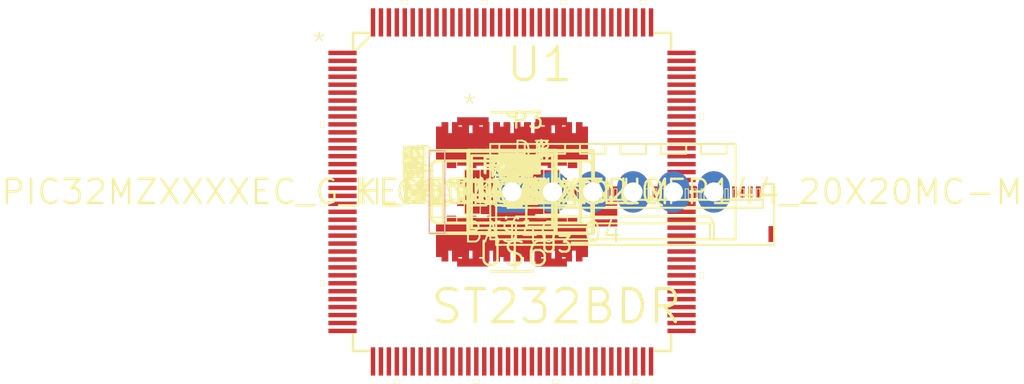
<source format=kicad_pcb>
(kicad_pcb (version 4) (host pcbnew 4.0.6)
  (layers (0 F.Cu signal) (31 B.Cu signal) (34 B.Paste user) (35 F.Paste user) (36 B.SilkS user) (37 F.SilkS user) (38 B.Mask user) (39 F.Mask user) (44 Edge.Cuts user))
  (net 0 "")
  (net 1 GND)
  (net 2 "Net-(C4-Pad2)")
  (net 3 "Net-(C5-Pad2)")
  (net 4 VDD3.3)
  (net 5 "Net-(C9-Pad1)")
  (net 6 "Net-(D1-Pad1)")
  (net 7 "/Analogue Inputs/AD0")
  (net 8 "/Analogue Inputs/AD1")
  (net 9 "Net-(D3-Pad2)")
  (net 10 "/Analogue Inputs/AD2")
  (net 11 "/Analogue Inputs/AD3")
  (net 12 "/Analogue Inputs/AD4")
  (net 13 "/Open Collector Buffered Outputs/OCB_OUT_8")
  (net 14 "/Open Collector Buffered Outputs/OCB_OUT_9")
  (net 15 "/Open Collector Buffered Outputs/OCB_OUT_10")
  (net 16 "/Open Collector Buffered Outputs/OCB_OUT_11")
  (net 17 "/Open Collector Buffered Outputs/OCB_OUT_12")
  (net 18 "/Open Collector Buffered Outputs/OCB_OUT_13")
  (net 19 "/Open Collector Buffered Outputs/OCB_OUT_14")
  (net 20 "/Open Collector Buffered Outputs/OCB_OUT_15")
  (net 21 VDD5.0)
  (net 22 /SCL-1)
  (net 23 /SDA-2)
  (net 24 "Net-(IC1-Pad18)")
  (net 25 "Net-(IC1-Pad19)")
  (net 26 "Net-(IC1-Pad20)")
  (net 27 "/Open Collector Buffered Outputs/OCB_OUT_0")
  (net 28 "/Open Collector Buffered Outputs/OCB_OUT_1")
  (net 29 "/Open Collector Buffered Outputs/OCB_OUT_2")
  (net 30 "/Open Collector Buffered Outputs/OCB_OUT_3")
  (net 31 "/Open Collector Buffered Outputs/OCB_OUT_4")
  (net 32 "/Open Collector Buffered Outputs/OCB_OUT_5")
  (net 33 "/Open Collector Buffered Outputs/OCB_OUT_6")
  (net 34 "/Open Collector Buffered Outputs/OCB_OUT_7")
  (net 35 "/Open Collector Buffered Outputs/OCB_OUT_24")
  (net 36 "/Open Collector Buffered Outputs/OCB_OUT_25")
  (net 37 "/Open Collector Buffered Outputs/OCB_OUT_26")
  (net 38 "/Open Collector Buffered Outputs/OCB_OUT_27")
  (net 39 "/Open Collector Buffered Outputs/OCB_OUT_28")
  (net 40 "/Open Collector Buffered Outputs/OCB_OUT_29")
  (net 41 "/Open Collector Buffered Outputs/OCB_OUT_30")
  (net 42 "/Open Collector Buffered Outputs/OCB_OUT_31")
  (net 43 "Net-(IC2-Pad9)")
  (net 44 "Net-(IC2-Pad10)")
  (net 45 "Net-(IC2-Pad18)")
  (net 46 "Net-(IC2-Pad19)")
  (net 47 "Net-(IC2-Pad20)")
  (net 48 "/Open Collector Buffered Outputs/OCB_OUT_16")
  (net 49 "/Open Collector Buffered Outputs/OCB_OUT_17")
  (net 50 "/Open Collector Buffered Outputs/OCB_OUT_18")
  (net 51 "/Open Collector Buffered Outputs/OCB_OUT_19")
  (net 52 "/Open Collector Buffered Outputs/OCB_OUT_20")
  (net 53 "/Open Collector Buffered Outputs/OCB_OUT_21")
  (net 54 "/Open Collector Buffered Outputs/OCB_OUT_22")
  (net 55 "/Open Collector Buffered Outputs/OCB_OUT_23")
  (net 56 "/Opto Isolated Inputs 1/CH8")
  (net 57 "/Opto Isolated Inputs 1/CH9")
  (net 58 "/Opto Isolated Inputs 1/CH10")
  (net 59 "/Opto Isolated Inputs 1/CH11")
  (net 60 "/Opto Isolated Inputs 1/CH12")
  (net 61 "/Opto Isolated Inputs 1/CH13")
  (net 62 "/Opto Isolated Inputs 1/CH14")
  (net 63 "/Opto Isolated Inputs 1/CH15")
  (net 64 /SDA-1)
  (net 65 /INT-1)
  (net 66 "/Opto Isolated Inputs 1/CH0")
  (net 67 "/Opto Isolated Inputs 1/CH1")
  (net 68 "/Opto Isolated Inputs 1/CH2")
  (net 69 "/Opto Isolated Inputs 1/CH3")
  (net 70 "/Opto Isolated Inputs 1/CH4")
  (net 71 "/Opto Isolated Inputs 1/CH5")
  (net 72 "/Opto Isolated Inputs 1/CH6")
  (net 73 "/Opto Isolated Inputs 1/CH7")
  (net 74 "/Transistor buffered output 1/T8")
  (net 75 "/Transistor buffered output 1/T9")
  (net 76 "/Transistor buffered output 1/T10")
  (net 77 "/Transistor buffered output 1/T11")
  (net 78 "/Transistor buffered output 1/T12")
  (net 79 "/Transistor buffered output 1/T13")
  (net 80 "/Transistor buffered output 1/T14")
  (net 81 "/Transistor buffered output 1/T15")
  (net 82 "Net-(IC4-Pad19)")
  (net 83 "Net-(IC4-Pad20)")
  (net 84 "/Transistor buffered output 1/T0")
  (net 85 "/Transistor buffered output 1/T1")
  (net 86 "/Transistor buffered output 1/T2")
  (net 87 "/Transistor buffered output 1/T3")
  (net 88 "/Transistor buffered output 1/T4")
  (net 89 "/Transistor buffered output 1/T5")
  (net 90 "/Transistor buffered output 1/T6")
  (net 91 "/Transistor buffered output 1/T7")
  (net 92 "/Opto Isolated Inputs 2/CH8")
  (net 93 "/Opto Isolated Inputs 2/CH9")
  (net 94 "/Opto Isolated Inputs 2/CH10")
  (net 95 "/Opto Isolated Inputs 2/CH11")
  (net 96 "/Opto Isolated Inputs 2/CH12")
  (net 97 "/Opto Isolated Inputs 2/CH13")
  (net 98 "/Opto Isolated Inputs 2/CH14")
  (net 99 "/Opto Isolated Inputs 2/CH15")
  (net 100 /INT-2)
  (net 101 "/Opto Isolated Inputs 2/CH0")
  (net 102 "/Opto Isolated Inputs 2/CH1")
  (net 103 "/Opto Isolated Inputs 2/CH2")
  (net 104 "/Opto Isolated Inputs 2/CH3")
  (net 105 "/Opto Isolated Inputs 2/CH4")
  (net 106 "/Opto Isolated Inputs 2/CH5")
  (net 107 "/Opto Isolated Inputs 2/CH6")
  (net 108 "/Opto Isolated Inputs 2/CH7")
  (net 109 "/Opto Isolated Inputs 3/CH8")
  (net 110 "/Opto Isolated Inputs 3/CH9")
  (net 111 "/Opto Isolated Inputs 3/CH10")
  (net 112 "/Opto Isolated Inputs 3/CH11")
  (net 113 "/Opto Isolated Inputs 3/CH12")
  (net 114 "/Opto Isolated Inputs 3/CH13")
  (net 115 "/Opto Isolated Inputs 3/CH14")
  (net 116 "/Opto Isolated Inputs 3/CH15")
  (net 117 /INT-3)
  (net 118 "/Opto Isolated Inputs 3/CH0")
  (net 119 "/Opto Isolated Inputs 3/CH1")
  (net 120 "/Opto Isolated Inputs 3/CH2")
  (net 121 "/Opto Isolated Inputs 3/CH3")
  (net 122 "/Opto Isolated Inputs 3/CH4")
  (net 123 "/Opto Isolated Inputs 3/CH5")
  (net 124 "/Opto Isolated Inputs 3/CH6")
  (net 125 "/Opto Isolated Inputs 3/CH7")
  (net 126 "/Opto Isolated Inputs 4/CH8")
  (net 127 "/Opto Isolated Inputs 4/CH9")
  (net 128 "/Opto Isolated Inputs 4/CH10")
  (net 129 "/Opto Isolated Inputs 4/CH11")
  (net 130 "/Opto Isolated Inputs 4/CH12")
  (net 131 "/Opto Isolated Inputs 4/CH13")
  (net 132 "/Opto Isolated Inputs 4/CH14")
  (net 133 "/Opto Isolated Inputs 4/CH15")
  (net 134 /INT-4)
  (net 135 "/Opto Isolated Inputs 4/CH0")
  (net 136 "/Opto Isolated Inputs 4/CH1")
  (net 137 "/Opto Isolated Inputs 4/CH2")
  (net 138 "/Opto Isolated Inputs 4/CH3")
  (net 139 "/Opto Isolated Inputs 4/CH4")
  (net 140 "/Opto Isolated Inputs 4/CH5")
  (net 141 "/Opto Isolated Inputs 4/CH6")
  (net 142 "/Opto Isolated Inputs 4/CH7")
  (net 143 "/Transistor buffered output 2/T8")
  (net 144 "/Transistor buffered output 2/T9")
  (net 145 "/Transistor buffered output 2/T10")
  (net 146 "/Transistor buffered output 2/T11")
  (net 147 "/Transistor buffered output 2/T12")
  (net 148 "/Transistor buffered output 2/T13")
  (net 149 "/Transistor buffered output 2/T14")
  (net 150 "/Transistor buffered output 2/T15")
  (net 151 "Net-(IC8-Pad19)")
  (net 152 "Net-(IC8-Pad20)")
  (net 153 "/Transistor buffered output 2/T0")
  (net 154 "/Transistor buffered output 2/T1")
  (net 155 "/Transistor buffered output 2/T2")
  (net 156 "/Transistor buffered output 2/T3")
  (net 157 "/Transistor buffered output 2/T4")
  (net 158 "/Transistor buffered output 2/T5")
  (net 159 "/Transistor buffered output 2/T6")
  (net 160 "/Transistor buffered output 2/T7")
  (net 161 "Net-(M1-Pad1)")
  (net 162 "Net-(M1-Pad2)")
  (net 163 "Net-(M1-Pad3)")
  (net 164 "Net-(M1-Pad4)")
  (net 165 "Net-(M1-Pad5)")
  (net 166 "Net-(M1-Pad6)")
  (net 167 "Net-(M1-Pad7)")
  (net 168 "Net-(M1-Pad8)")
  (net 169 "Net-(M2-Pad1)")
  (net 170 "Net-(M2-Pad2)")
  (net 171 "Net-(M2-Pad3)")
  (net 172 "Net-(M2-Pad4)")
  (net 173 "Net-(M2-Pad5)")
  (net 174 "Net-(M2-Pad6)")
  (net 175 "Net-(M2-Pad7)")
  (net 176 "Net-(M2-Pad8)")
  (net 177 "Net-(M2-Pad9)")
  (net 178 "Net-(M2-Pad12)")
  (net 179 "Net-(M2-Pad13)")
  (net 180 "Net-(M2-Pad14)")
  (net 181 "Net-(M2-Pad16)")
  (net 182 "Net-(M3-Pad1)")
  (net 183 "Net-(M3-Pad2)")
  (net 184 "Net-(M3-Pad3)")
  (net 185 "Net-(M3-Pad4)")
  (net 186 "Net-(M3-Pad5)")
  (net 187 "Net-(M3-Pad6)")
  (net 188 "Net-(M3-Pad7)")
  (net 189 "Net-(M3-Pad8)")
  (net 190 "Net-(M4-Pad1)")
  (net 191 "Net-(M4-Pad2)")
  (net 192 "Net-(M4-Pad3)")
  (net 193 "Net-(M4-Pad4)")
  (net 194 "Net-(M4-Pad5)")
  (net 195 "Net-(M4-Pad6)")
  (net 196 "Net-(M4-Pad7)")
  (net 197 "Net-(M4-Pad8)")
  (net 198 "Net-(M4-Pad14)")
  (net 199 "Net-(M5-Pad1)")
  (net 200 "Net-(M5-Pad2)")
  (net 201 "Net-(M5-Pad3)")
  (net 202 "Net-(M5-Pad4)")
  (net 203 "Net-(M5-Pad5)")
  (net 204 "Net-(M5-Pad6)")
  (net 205 "Net-(M5-Pad7)")
  (net 206 "Net-(M5-Pad8)")
  (net 207 "Net-(M6-Pad1)")
  (net 208 "Net-(M6-Pad2)")
  (net 209 "Net-(M6-Pad3)")
  (net 210 "Net-(M6-Pad4)")
  (net 211 "Net-(M6-Pad5)")
  (net 212 "Net-(M6-Pad6)")
  (net 213 "Net-(M6-Pad7)")
  (net 214 "Net-(M6-Pad8)")
  (net 215 "Net-(M6-Pad9)")
  (net 216 "Net-(M6-Pad12)")
  (net 217 "Net-(M6-Pad13)")
  (net 218 "Net-(M6-Pad14)")
  (net 219 "Net-(M6-Pad16)")
  (net 220 "Net-(M7-Pad1)")
  (net 221 "Net-(M7-Pad2)")
  (net 222 "Net-(M7-Pad3)")
  (net 223 "Net-(M7-Pad4)")
  (net 224 "Net-(M7-Pad5)")
  (net 225 "Net-(M7-Pad6)")
  (net 226 "Net-(M7-Pad7)")
  (net 227 "Net-(M7-Pad8)")
  (net 228 "Net-(M8-Pad1)")
  (net 229 "Net-(M8-Pad2)")
  (net 230 "Net-(M8-Pad3)")
  (net 231 "Net-(M8-Pad4)")
  (net 232 "Net-(M8-Pad5)")
  (net 233 "Net-(M8-Pad6)")
  (net 234 "Net-(M8-Pad7)")
  (net 235 "Net-(M8-Pad8)")
  (net 236 "Net-(M8-Pad14)")
  (net 237 "Net-(M9-Pad1)")
  (net 238 "Net-(M9-Pad2)")
  (net 239 "Net-(M9-Pad3)")
  (net 240 "Net-(M9-Pad4)")
  (net 241 "Net-(M9-Pad5)")
  (net 242 "Net-(M9-Pad6)")
  (net 243 "Net-(M9-Pad7)")
  (net 244 "Net-(M9-Pad8)")
  (net 245 "Net-(M10-Pad1)")
  (net 246 "Net-(M10-Pad2)")
  (net 247 "Net-(M10-Pad3)")
  (net 248 "Net-(M10-Pad4)")
  (net 249 "Net-(M10-Pad5)")
  (net 250 "Net-(M10-Pad6)")
  (net 251 "Net-(M10-Pad7)")
  (net 252 "Net-(M10-Pad8)")
  (net 253 "Net-(M10-Pad9)")
  (net 254 "Net-(M10-Pad12)")
  (net 255 "Net-(M10-Pad13)")
  (net 256 "Net-(M10-Pad14)")
  (net 257 "Net-(M10-Pad16)")
  (net 258 "Net-(M11-Pad1)")
  (net 259 "Net-(M11-Pad2)")
  (net 260 "Net-(M11-Pad3)")
  (net 261 "Net-(M11-Pad4)")
  (net 262 "Net-(M11-Pad5)")
  (net 263 "Net-(M11-Pad6)")
  (net 264 "Net-(M11-Pad7)")
  (net 265 "Net-(M11-Pad8)")
  (net 266 "Net-(M12-Pad1)")
  (net 267 "Net-(M12-Pad2)")
  (net 268 "Net-(M12-Pad3)")
  (net 269 "Net-(M12-Pad4)")
  (net 270 "Net-(M12-Pad5)")
  (net 271 "Net-(M12-Pad6)")
  (net 272 "Net-(M12-Pad7)")
  (net 273 "Net-(M12-Pad8)")
  (net 274 "Net-(M12-Pad14)")
  (net 275 "Net-(M13-Pad1)")
  (net 276 "Net-(M13-Pad2)")
  (net 277 "Net-(M13-Pad3)")
  (net 278 "Net-(M13-Pad4)")
  (net 279 "Net-(M13-Pad5)")
  (net 280 "Net-(M13-Pad6)")
  (net 281 "Net-(M13-Pad7)")
  (net 282 "Net-(M13-Pad8)")
  (net 283 "Net-(M14-Pad1)")
  (net 284 "Net-(M14-Pad2)")
  (net 285 "Net-(M14-Pad3)")
  (net 286 "Net-(M14-Pad4)")
  (net 287 "Net-(M14-Pad5)")
  (net 288 "Net-(M14-Pad6)")
  (net 289 "Net-(M14-Pad7)")
  (net 290 "Net-(M14-Pad8)")
  (net 291 "Net-(M14-Pad9)")
  (net 292 "Net-(M14-Pad12)")
  (net 293 "Net-(M14-Pad13)")
  (net 294 "Net-(M14-Pad14)")
  (net 295 "Net-(M14-Pad16)")
  (net 296 "Net-(M15-Pad1)")
  (net 297 "Net-(M15-Pad2)")
  (net 298 "Net-(M15-Pad3)")
  (net 299 "Net-(M15-Pad4)")
  (net 300 "Net-(M15-Pad5)")
  (net 301 "Net-(M15-Pad6)")
  (net 302 "Net-(M15-Pad7)")
  (net 303 "Net-(M15-Pad8)")
  (net 304 "Net-(M16-Pad1)")
  (net 305 "Net-(M16-Pad2)")
  (net 306 "Net-(M16-Pad3)")
  (net 307 "Net-(M16-Pad4)")
  (net 308 "Net-(M16-Pad5)")
  (net 309 "Net-(M16-Pad6)")
  (net 310 "Net-(M16-Pad7)")
  (net 311 "Net-(M16-Pad8)")
  (net 312 "Net-(M16-Pad14)")
  (net 313 "/Processor Control Unit/MCLR")
  (net 314 "/Processor Control Unit/PGED")
  (net 315 "/Processor Control Unit/PGEC")
  (net 316 "Net-(P3-Pad6)")
  (net 317 /485-RX-)
  (net 318 /485-RX+)
  (net 319 /485-TX-)
  (net 320 /485-TX+)
  (net 321 "Net-(R25-Pad1)")
  (net 322 "Net-(R26-Pad1)")
  (net 323 "Net-(R27-Pad1)")
  (net 324 "Net-(R28-Pad1)")
  (net 325 VDD24.0)
  (net 326 "Net-(Q17-Pad3)")
  (net 327 "/Transistor buffered output 1/OUT0")
  (net 328 "Net-(Q18-Pad3)")
  (net 329 "/Transistor buffered output 1/OUT6")
  (net 330 "Net-(Q19-Pad3)")
  (net 331 "/Transistor buffered output 1/OUT12")
  (net 332 "Net-(Q20-Pad3)")
  (net 333 "Net-(Q21-Pad3)")
  (net 334 "Net-(Q22-Pad3)")
  (net 335 "Net-(Q23-Pad3)")
  (net 336 "/Transistor buffered output 1/OUT1")
  (net 337 "Net-(Q24-Pad3)")
  (net 338 "/Transistor buffered output 1/OUT7")
  (net 339 "Net-(Q25-Pad3)")
  (net 340 "/Transistor buffered output 1/OUT13")
  (net 341 "Net-(Q26-Pad3)")
  (net 342 "Net-(Q27-Pad3)")
  (net 343 "Net-(Q28-Pad3)")
  (net 344 "Net-(Q29-Pad3)")
  (net 345 "/Transistor buffered output 1/OUT2")
  (net 346 "Net-(Q30-Pad3)")
  (net 347 "/Transistor buffered output 1/OUT8")
  (net 348 "Net-(Q31-Pad3)")
  (net 349 "/Transistor buffered output 1/OUT14")
  (net 350 "Net-(Q32-Pad3)")
  (net 351 "Net-(Q33-Pad3)")
  (net 352 "Net-(Q34-Pad3)")
  (net 353 "Net-(Q35-Pad3)")
  (net 354 "/Transistor buffered output 1/OUT3")
  (net 355 "Net-(Q36-Pad3)")
  (net 356 "/Transistor buffered output 1/OUT9")
  (net 357 "Net-(Q37-Pad3)")
  (net 358 "Net-(Q37-Pad2)")
  (net 359 "Net-(Q38-Pad3)")
  (net 360 "Net-(Q39-Pad3)")
  (net 361 "Net-(Q40-Pad3)")
  (net 362 "Net-(Q41-Pad3)")
  (net 363 "/Transistor buffered output 1/OUT4")
  (net 364 "Net-(Q42-Pad3)")
  (net 365 "/Transistor buffered output 1/OUT10")
  (net 366 "Net-(Q43-Pad3)")
  (net 367 "Net-(Q44-Pad3)")
  (net 368 "Net-(Q45-Pad3)")
  (net 369 "/Transistor buffered output 1/OUT5")
  (net 370 "Net-(Q46-Pad3)")
  (net 371 "Net-(Q46-Pad2)")
  (net 372 "Net-(Q47-Pad3)")
  (net 373 "Net-(Q48-Pad3)")
  (net 374 "Net-(R141-Pad1)")
  (net 375 "Net-(R142-Pad1)")
  (net 376 "Net-(R143-Pad1)")
  (net 377 "Net-(R144-Pad1)")
  (net 378 "Net-(R205-Pad1)")
  (net 379 "Net-(R206-Pad1)")
  (net 380 "Net-(R207-Pad1)")
  (net 381 "Net-(R208-Pad1)")
  (net 382 "Net-(R269-Pad1)")
  (net 383 "Net-(R270-Pad1)")
  (net 384 "Net-(R271-Pad1)")
  (net 385 "Net-(R272-Pad1)")
  (net 386 "Net-(Q101-Pad2)")
  (net 387 "/Transistor buffered output 2/OUT0")
  (net 388 "Net-(Q102-Pad2)")
  (net 389 "/Transistor buffered output 2/OUT6")
  (net 390 "Net-(Q100-Pad3)")
  (net 391 "/Transistor buffered output 2/OUT12")
  (net 392 "Net-(Q101-Pad3)")
  (net 393 "Net-(Q102-Pad3)")
  (net 394 "Net-(Q103-Pad3)")
  (net 395 "Net-(Q104-Pad3)")
  (net 396 "/Transistor buffered output 2/OUT1")
  (net 397 "Net-(Q105-Pad3)")
  (net 398 "/Transistor buffered output 2/OUT7")
  (net 399 "Net-(Q106-Pad3)")
  (net 400 "/Transistor buffered output 2/OUT13")
  (net 401 "Net-(Q107-Pad3)")
  (net 402 "Net-(Q108-Pad3)")
  (net 403 "Net-(Q109-Pad3)")
  (net 404 "Net-(Q110-Pad3)")
  (net 405 "/Transistor buffered output 2/OUT2")
  (net 406 "Net-(Q111-Pad3)")
  (net 407 "/Transistor buffered output 2/OUT8")
  (net 408 "Net-(Q112-Pad3)")
  (net 409 "/Transistor buffered output 2/OUT14")
  (net 410 "Net-(Q113-Pad3)")
  (net 411 "Net-(Q114-Pad3)")
  (net 412 "Net-(Q115-Pad3)")
  (net 413 "Net-(Q116-Pad3)")
  (net 414 "/Transistor buffered output 2/OUT3")
  (net 415 "Net-(Q117-Pad3)")
  (net 416 "/Transistor buffered output 2/OUT9")
  (net 417 "Net-(Q118-Pad3)")
  (net 418 "Net-(Q118-Pad2)")
  (net 419 "Net-(Q119-Pad3)")
  (net 420 "Net-(Q120-Pad3)")
  (net 421 "Net-(Q121-Pad3)")
  (net 422 "Net-(Q122-Pad3)")
  (net 423 "/Transistor buffered output 2/OUT4")
  (net 424 "Net-(Q123-Pad3)")
  (net 425 "/Transistor buffered output 2/OUT10")
  (net 426 "Net-(Q124-Pad3)")
  (net 427 "Net-(Q125-Pad3)")
  (net 428 "Net-(Q126-Pad3)")
  (net 429 "/Transistor buffered output 2/OUT5")
  (net 430 "Net-(Q127-Pad3)")
  (net 431 "Net-(Q127-Pad2)")
  (net 432 "Net-(Q128-Pad3)")
  (net 433 "Net-(Q129-Pad3)")
  (net 434 "/Processor Control Unit/485-TX")
  (net 435 "/Processor Control Unit/485-~RE~")
  (net 436 "Net-(U$5-Pad4)")
  (net 437 "/Processor Control Unit/485-RX")
  (net 438 "/RS232 Communication Node/N$27")
  (net 439 "Net-(U$1-Pad1)")
  (net 440 "/RS232 Communication Node/N$28")
  (net 441 "/RS232 Communication Node/N$29")
  (net 442 "/RS232 Communication Node/N$30")
  (net 443 "/RS232 Communication Node/N$31")
  (net 444 /232-~CTS~)
  (net 445 /232-RX)
  (net 446 "/Processor Control Unit/232-~CTS~")
  (net 447 "/Processor Control Unit/232-~RTS~")
  (net 448 "/Processor Control Unit/232-TX")
  (net 449 "/Processor Control Unit/232-RX")
  (net 450 /232-~RTS~)
  (net 451 /232-TX)
  (net 452 "Net-(U2-Pad8)")
  (net 453 VDD+12.0)
  (net 454 /DAC2)
  (net 455 "Net-(U2-Pad5)")
  (net 456 VDD-12.0)
  (net 457 "Net-(R14-Pad2)")
  (net 458 "Net-(C1-Pad1)")
  (net 459 "Net-(U2-Pad1)")
  (net 460 "/Dual DAC/LATCH/HVC")
  (net 461 "Net-(R14-Pad1)")
  (net 462 "Net-(R16-Pad1)")
  (net 463 "Net-(U4-Pad8)")
  (net 464 /DAC1)
  (net 465 "Net-(U4-Pad5)")
  (net 466 "Net-(R16-Pad2)")
  (net 467 "Net-(C2-Pad1)")
  (net 468 "Net-(U4-Pad1)")
  (net 469 "Net-(U9-Pad2)")
  (net 470 /PMD5)
  (net 471 /PMD7)
  (net 472 "Net-(U9-Pad6)")
  (net 473 "/Processor Control Unit/485-DE")
  (net 474 "Net-(U9-Pad9)")
  (net 475 "Net-(U9-Pad10)")
  (net 476 "/Processor Control Unit/DATAOUT")
  (net 477 /WR#)
  (net 478 /RD#)
  (net 479 "Net-(U9-Pad19)")
  (net 480 "Net-(U9-Pad21)")
  (net 481 "Net-(U9-Pad22)")
  (net 482 "Net-(U9-Pad24)")
  (net 483 "Net-(U9-Pad25)")
  (net 484 "Net-(U9-Pad27)")
  (net 485 "Net-(U9-Pad28)")
  (net 486 "Net-(U9-Pad29)")
  (net 487 /CS#)
  (net 488 "Net-(U9-Pad39)")
  (net 489 "Net-(U9-Pad40)")
  (net 490 "Net-(U$6-Pad2)")
  (net 491 "Net-(U9-Pad43)")
  (net 492 "Net-(U9-Pad44)")
  (net 493 "Net-(U9-Pad45)")
  (net 494 "Net-(U9-Pad46)")
  (net 495 "Net-(U9-Pad47)")
  (net 496 "Net-(U9-Pad48)")
  (net 497 "Net-(U9-Pad49)")
  (net 498 "Net-(U9-Pad50)")
  (net 499 "Net-(U9-Pad51)")
  (net 500 "Net-(U9-Pad52)")
  (net 501 "Net-(U9-Pad53)")
  (net 502 "Net-(U9-Pad56)")
  (net 503 "Net-(U9-Pad57)")
  (net 504 "Net-(U9-Pad58)")
  (net 505 /RESET)
  (net 506 "Net-(U9-Pad60)")
  (net 507 "Net-(U9-Pad65)")
  (net 508 "Net-(U9-Pad66)")
  (net 509 "Net-(U9-Pad67)")
  (net 510 "Net-(U9-Pad68)")
  (net 511 "Net-(U9-Pad69)")
  (net 512 "Net-(U9-Pad70)")
  (net 513 "Net-(U9-Pad73)")
  (net 514 "Net-(U9-Pad74)")
  (net 515 /USB-D-)
  (net 516 /USB-D+)
  (net 517 "Net-(U9-Pad78)")
  (net 518 "Net-(U9-Pad81)")
  (net 519 "Net-(U9-Pad82)")
  (net 520 "Net-(U9-Pad83)")
  (net 521 "Net-(U9-Pad84)")
  (net 522 "Net-(U9-Pad85)")
  (net 523 "Net-(U9-Pad86)")
  (net 524 "Net-(U9-Pad87)")
  (net 525 "Net-(U9-Pad92)")
  (net 526 "Net-(U9-Pad93)")
  (net 527 "Net-(U9-Pad94)")
  (net 528 "Net-(U9-Pad97)")
  (net 529 /CANTX)
  (net 530 /CANRX)
  (net 531 "Net-(U9-Pad100)")
  (net 532 "Net-(U9-Pad101)")
  (net 533 "Net-(U9-Pad102)")
  (net 534 "Net-(U9-Pad103)")
  (net 535 "Net-(U9-Pad104)")
  (net 536 "Net-(U9-Pad109)")
  (net 537 /PMD14)
  (net 538 /PMD15)
  (net 539 /PMD12)
  (net 540 /PMD13)
  (net 541 "Net-(U9-Pad114)")
  (net 542 "Net-(U9-Pad115)")
  (net 543 "Net-(U9-Pad116)")
  (net 544 "Net-(U9-Pad117)")
  (net 545 "Net-(U9-Pad118)")
  (net 546 "Net-(U9-Pad119)")
  (net 547 "Net-(U9-Pad120)")
  (net 548 "Net-(U9-Pad121)")
  (net 549 /PMD11)
  (net 550 /PMD10)
  (net 551 "Net-(U9-Pad126)")
  (net 552 /PMD9)
  (net 553 /PMD8)
  (net 554 "Net-(U9-Pad129)")
  (net 555 "Net-(U9-Pad130)")
  (net 556 "Net-(U9-Pad131)")
  (net 557 "Net-(U9-Pad132)")
  (net 558 "Net-(U9-Pad133)")
  (net 559 "Net-(U9-Pad134)")
  (net 560 /PMD0)
  (net 561 /PMD1)
  (net 562 "Net-(U9-Pad139)")
  (net 563 "Net-(U9-Pad140)")
  (net 564 "Net-(U9-Pad141)")
  (net 565 /PMD2)
  (net 566 /PMD3)
  (net 567 /PMD4)
  (module Capacitors_SMD:C_0603 (layer F.Cu) (at 148.5011 105.0036)
    (fp_text reference C4 (at 0 -1.5) (layer F.SilkS))
    (fp_text value 18pF)
    (pad 1 smd rect (at -0.75 0) (size 0.8 0.75) (layers F.Cu F.Paste F.Mask) (net 1 GND))
    (pad 2 smd rect (at 0.75 0) (size 0.8 0.75) (layers F.Cu F.Paste F.Mask) (net 2 "Net-(C4-Pad2)"))
  )
  (module Capacitors_SMD:C_0603 (layer F.Cu) (at 148.5011 105.0036)
    (fp_text reference C5 (at 0 -1.5) (layer F.SilkS))
    (fp_text value 18pF)
    (pad 1 smd rect (at -0.75 0) (size 0.8 0.75) (layers F.Cu F.Paste F.Mask) (net 1 GND))
    (pad 2 smd rect (at 0.75 0) (size 0.8 0.75) (layers F.Cu F.Paste F.Mask) (net 3 "Net-(C5-Pad2)"))
  )
  (module Capacitors_SMD:C_0603 (layer F.Cu) (at 148.5011 105.0036)
    (fp_text reference C6 (at 0 -1.5) (layer F.SilkS))
    (fp_text value 0.1uF)
    (pad 1 smd rect (at -0.75 0) (size 0.8 0.75) (layers F.Cu F.Paste F.Mask) (net 4 VDD3.3))
    (pad 2 smd rect (at 0.75 0) (size 0.8 0.75) (layers F.Cu F.Paste F.Mask) (net 1 GND))
  )
  (module Capacitors_SMD:C_0603 (layer F.Cu) (at 148.5011 105.0036)
    (fp_text reference C7 (at 0 -1.5) (layer F.SilkS))
    (fp_text value 0.1uF)
    (pad 1 smd rect (at -0.75 0) (size 0.8 0.75) (layers F.Cu F.Paste F.Mask) (net 4 VDD3.3))
    (pad 2 smd rect (at 0.75 0) (size 0.8 0.75) (layers F.Cu F.Paste F.Mask) (net 1 GND))
  )
  (module Capacitors_SMD:C_0603 (layer F.Cu) (at 148.5011 105.0036)
    (fp_text reference C8 (at 0 -1.5) (layer F.SilkS))
    (fp_text value 0.1uF)
    (pad 1 smd rect (at -0.75 0) (size 0.8 0.75) (layers F.Cu F.Paste F.Mask) (net 1 GND))
    (pad 2 smd rect (at 0.75 0) (size 0.8 0.75) (layers F.Cu F.Paste F.Mask) (net 4 VDD3.3))
  )
  (module Capacitors_SMD:C_0603 (layer F.Cu) (at 148.5011 105.0036)
    (fp_text reference C9 (at 0 -1.5) (layer F.SilkS))
    (fp_text value 0.01uF)
    (pad 1 smd rect (at -0.75 0) (size 0.8 0.75) (layers F.Cu F.Paste F.Mask) (net 5 "Net-(C9-Pad1)"))
    (pad 2 smd rect (at 0.75 0) (size 0.8 0.75) (layers F.Cu F.Paste F.Mask) (net 1 GND))
  )
  (module Capacitors_SMD:C_0603 (layer F.Cu) (at 148.5011 105.0036)
    (fp_text reference C10 (at 0 -1.5) (layer F.SilkS))
    (fp_text value 0.1uF)
    (pad 1 smd rect (at -0.75 0) (size 0.8 0.75) (layers F.Cu F.Paste F.Mask) (net 1 GND))
    (pad 2 smd rect (at 0.75 0) (size 0.8 0.75) (layers F.Cu F.Paste F.Mask) (net 4 VDD3.3))
  )
  (module Capacitors_SMD:C_0603 (layer F.Cu) (at 148.5011 105.0036)
    (fp_text reference C11 (at 0 -1.5) (layer F.SilkS))
    (fp_text value 0.1uF)
    (pad 1 smd rect (at -0.75 0) (size 0.8 0.75) (layers F.Cu F.Paste F.Mask) (net 4 VDD3.3))
    (pad 2 smd rect (at 0.75 0) (size 0.8 0.75) (layers F.Cu F.Paste F.Mask) (net 1 GND))
  )
  (module Capacitors_SMD:C_0603 (layer F.Cu) (at 148.5011 105.0036)
    (fp_text reference C12 (at 0 -1.5) (layer F.SilkS))
    (fp_text value 0.1uF)
    (pad 1 smd rect (at -0.75 0) (size 0.8 0.75) (layers F.Cu F.Paste F.Mask) (net 4 VDD3.3))
    (pad 2 smd rect (at 0.75 0) (size 0.8 0.75) (layers F.Cu F.Paste F.Mask) (net 1 GND))
  )
  (module Capacitors_SMD:C_0603 (layer F.Cu) (at 148.5011 105.0036)
    (fp_text reference C13 (at 0 -1.5) (layer F.SilkS))
    (fp_text value 0.1uF)
    (pad 1 smd rect (at -0.75 0) (size 0.8 0.75) (layers F.Cu F.Paste F.Mask) (net 4 VDD3.3))
    (pad 2 smd rect (at 0.75 0) (size 0.8 0.75) (layers F.Cu F.Paste F.Mask) (net 1 GND))
  )
  (module Capacitors_SMD:C_0603 (layer F.Cu) (at 148.5011 105.0036)
    (fp_text reference C14 (at 0 -1.5) (layer F.SilkS))
    (fp_text value 0.1uF)
    (pad 1 smd rect (at -0.75 0) (size 0.8 0.75) (layers F.Cu F.Paste F.Mask) (net 4 VDD3.3))
    (pad 2 smd rect (at 0.75 0) (size 0.8 0.75) (layers F.Cu F.Paste F.Mask) (net 1 GND))
  )
  (module zener:SOT23 (layer F.Cu) (at 148.5011 105.0036)
    (fp_text reference D1 (at 1.27 -2.54) (layer F.SilkS) (effects (font (size 1.27 1.27) (thickness 0.1016))))
    (fp_text value BAS40-04 (at 1.905 2.54) (layer F.SilkS) (effects (font (size 1.27 1.27) (thickness 0.1016))))
    (pad 1 smd rect (at -0.94996 1.09982) (size 0.99822 1.39954) (layers F.Cu F.Paste F.Mask) (net 6 "Net-(D1-Pad1)"))
    (pad 2 smd rect (at 0.94996 1.09982) (size 0.99822 1.39954) (layers F.Cu F.Paste F.Mask) (net 4 VDD3.3))
    (pad 3 smd rect (at 0 -1.09982) (size 0.99822 1.39954) (layers F.Cu F.Paste F.Mask) (net 7 "/Analogue Inputs/AD0"))
  )
  (module zener:SOT23 (layer F.Cu) (at 148.5011 105.0036)
    (fp_text reference D2 (at 1.27 -2.54) (layer F.SilkS) (effects (font (size 1.27 1.27) (thickness 0.1016))))
    (fp_text value BAS40-04 (at 1.905 2.54) (layer F.SilkS) (effects (font (size 1.27 1.27) (thickness 0.1016))))
    (pad 1 smd rect (at -0.94996 1.09982) (size 0.99822 1.39954) (layers F.Cu F.Paste F.Mask) (net 6 "Net-(D1-Pad1)"))
    (pad 2 smd rect (at 0.94996 1.09982) (size 0.99822 1.39954) (layers F.Cu F.Paste F.Mask) (net 4 VDD3.3))
    (pad 3 smd rect (at 0 -1.09982) (size 0.99822 1.39954) (layers F.Cu F.Paste F.Mask) (net 8 "/Analogue Inputs/AD1"))
  )
  (module zener:SOT23 (layer F.Cu) (at 148.5011 105.0036)
    (fp_text reference D3 (at 1.27 -2.54) (layer F.SilkS) (effects (font (size 1.27 1.27) (thickness 0.1016))))
    (fp_text value BAS40-04 (at 1.905 2.54) (layer F.SilkS) (effects (font (size 1.27 1.27) (thickness 0.1016))))
    (pad 1 smd rect (at -0.94996 1.09982) (size 0.99822 1.39954) (layers F.Cu F.Paste F.Mask) (net 6 "Net-(D1-Pad1)"))
    (pad 2 smd rect (at 0.94996 1.09982) (size 0.99822 1.39954) (layers F.Cu F.Paste F.Mask) (net 9 "Net-(D3-Pad2)"))
    (pad 3 smd rect (at 0 -1.09982) (size 0.99822 1.39954) (layers F.Cu F.Paste F.Mask) (net 10 "/Analogue Inputs/AD2"))
  )
  (module zener:SOT23 (layer F.Cu) (at 148.5011 105.0036)
    (fp_text reference D4 (at 1.27 -2.54) (layer F.SilkS) (effects (font (size 1.27 1.27) (thickness 0.1016))))
    (fp_text value BAS40-04 (at 1.905 2.54) (layer F.SilkS) (effects (font (size 1.27 1.27) (thickness 0.1016))))
    (pad 1 smd rect (at -0.94996 1.09982) (size 0.99822 1.39954) (layers F.Cu F.Paste F.Mask) (net 1 GND))
    (pad 2 smd rect (at 0.94996 1.09982) (size 0.99822 1.39954) (layers F.Cu F.Paste F.Mask) (net 4 VDD3.3))
    (pad 3 smd rect (at 0 -1.09982) (size 0.99822 1.39954) (layers F.Cu F.Paste F.Mask) (net 11 "/Analogue Inputs/AD3"))
  )
  (module zener:SOT23 (layer F.Cu) (at 148.5011 105.0036)
    (fp_text reference D5 (at 1.27 -2.54) (layer F.SilkS) (effects (font (size 1.27 1.27) (thickness 0.1016))))
    (fp_text value BAS40-04 (at 1.905 2.54) (layer F.SilkS) (effects (font (size 1.27 1.27) (thickness 0.1016))))
    (pad 1 smd rect (at -0.94996 1.09982) (size 0.99822 1.39954) (layers F.Cu F.Paste F.Mask) (net 1 GND))
    (pad 2 smd rect (at 0.94996 1.09982) (size 0.99822 1.39954) (layers F.Cu F.Paste F.Mask) (net 4 VDD3.3))
    (pad 3 smd rect (at 0 -1.09982) (size 0.99822 1.39954) (layers F.Cu F.Paste F.Mask) (net 12 "/Analogue Inputs/AD4"))
  )
  (module microchip:SSOP28 (layer F.Cu) (at 148.5011 105.0036)
    (fp_text reference IC1 (at -6.1087 -0.54356 90) (layer F.SilkS) (effects (font (size 1.27 1.27) (thickness 0.1016))))
    (fp_text value MCP23017SS (at -0.0889 0.04318) (layer F.SilkS) (effects (font (size 1.27 1.27) (thickness 0.1016))))
    (pad 1 smd rect (at -4.22402 3.62458) (size 0.39878 1.4986) (layers F.Cu F.Paste F.Mask) (net 13 "/Open Collector Buffered Outputs/OCB_OUT_8"))
    (pad 2 smd rect (at -3.57378 3.62458) (size 0.39878 1.4986) (layers F.Cu F.Paste F.Mask) (net 14 "/Open Collector Buffered Outputs/OCB_OUT_9"))
    (pad 3 smd rect (at -2.92354 3.62458) (size 0.39878 1.4986) (layers F.Cu F.Paste F.Mask) (net 15 "/Open Collector Buffered Outputs/OCB_OUT_10"))
    (pad 4 smd rect (at -2.2733 3.62458) (size 0.39878 1.4986) (layers F.Cu F.Paste F.Mask) (net 16 "/Open Collector Buffered Outputs/OCB_OUT_11"))
    (pad 5 smd rect (at -1.62306 3.62458) (size 0.39878 1.4986) (layers F.Cu F.Paste F.Mask) (net 17 "/Open Collector Buffered Outputs/OCB_OUT_12"))
    (pad 6 smd rect (at -0.97282 3.62458) (size 0.39878 1.4986) (layers F.Cu F.Paste F.Mask) (net 18 "/Open Collector Buffered Outputs/OCB_OUT_13"))
    (pad 7 smd rect (at -0.32258 3.62458) (size 0.39878 1.4986) (layers F.Cu F.Paste F.Mask) (net 19 "/Open Collector Buffered Outputs/OCB_OUT_14"))
    (pad 8 smd rect (at 0.32258 3.62458) (size 0.39878 1.4986) (layers F.Cu F.Paste F.Mask) (net 20 "/Open Collector Buffered Outputs/OCB_OUT_15"))
    (pad 9 smd rect (at 0.97282 3.62458) (size 0.39878 1.4986) (layers F.Cu F.Paste F.Mask) (net 21 VDD5.0))
    (pad 10 smd rect (at 1.62306 3.62458) (size 0.39878 1.4986) (layers F.Cu F.Paste F.Mask) (net 1 GND))
    (pad 11 smd rect (at 2.2733 3.62458) (size 0.39878 1.4986) (layers F.Cu F.Paste F.Mask))
    (pad 12 smd rect (at 2.92354 3.62458) (size 0.39878 1.4986) (layers F.Cu F.Paste F.Mask) (net 22 /SCL-1))
    (pad 13 smd rect (at 3.57378 3.62458) (size 0.39878 1.4986) (layers F.Cu F.Paste F.Mask) (net 23 /SDA-2))
    (pad 14 smd rect (at 4.22402 3.62458) (size 0.39878 1.4986) (layers F.Cu F.Paste F.Mask))
    (pad 15 smd rect (at 4.22402 -3.62458) (size 0.39878 1.4986) (layers F.Cu F.Paste F.Mask) (net 21 VDD5.0))
    (pad 16 smd rect (at 3.57378 -3.62458) (size 0.39878 1.4986) (layers F.Cu F.Paste F.Mask) (net 1 GND))
    (pad 17 smd rect (at 2.92354 -3.62458) (size 0.39878 1.4986) (layers F.Cu F.Paste F.Mask) (net 21 VDD5.0))
    (pad 18 smd rect (at 2.2733 -3.62458) (size 0.39878 1.4986) (layers F.Cu F.Paste F.Mask) (net 24 "Net-(IC1-Pad18)"))
    (pad 19 smd rect (at 1.62306 -3.62458) (size 0.39878 1.4986) (layers F.Cu F.Paste F.Mask) (net 25 "Net-(IC1-Pad19)"))
    (pad 20 smd rect (at 0.97282 -3.62458) (size 0.39878 1.4986) (layers F.Cu F.Paste F.Mask) (net 26 "Net-(IC1-Pad20)"))
    (pad 21 smd rect (at 0.32258 -3.62458) (size 0.39878 1.4986) (layers F.Cu F.Paste F.Mask) (net 27 "/Open Collector Buffered Outputs/OCB_OUT_0"))
    (pad 22 smd rect (at -0.32258 -3.62458) (size 0.39878 1.4986) (layers F.Cu F.Paste F.Mask) (net 28 "/Open Collector Buffered Outputs/OCB_OUT_1"))
    (pad 23 smd rect (at -0.97282 -3.62458) (size 0.39878 1.4986) (layers F.Cu F.Paste F.Mask) (net 29 "/Open Collector Buffered Outputs/OCB_OUT_2"))
    (pad 24 smd rect (at -1.62306 -3.62458) (size 0.39878 1.4986) (layers F.Cu F.Paste F.Mask) (net 30 "/Open Collector Buffered Outputs/OCB_OUT_3"))
    (pad 25 smd rect (at -2.2733 -3.62458) (size 0.39878 1.4986) (layers F.Cu F.Paste F.Mask) (net 31 "/Open Collector Buffered Outputs/OCB_OUT_4"))
    (pad 26 smd rect (at -2.92354 -3.62458) (size 0.39878 1.4986) (layers F.Cu F.Paste F.Mask) (net 32 "/Open Collector Buffered Outputs/OCB_OUT_5"))
    (pad 27 smd rect (at -3.57378 -3.62458) (size 0.39878 1.4986) (layers F.Cu F.Paste F.Mask) (net 33 "/Open Collector Buffered Outputs/OCB_OUT_6"))
    (pad 28 smd rect (at -4.22402 -3.62458) (size 0.39878 1.4986) (layers F.Cu F.Paste F.Mask) (net 34 "/Open Collector Buffered Outputs/OCB_OUT_7"))
  )
  (module microchip:SSOP28 (layer F.Cu) (at 148.5011 105.0036)
    (fp_text reference IC2 (at -6.1087 -0.54356 90) (layer F.SilkS) (effects (font (size 1.27 1.27) (thickness 0.1016))))
    (fp_text value MCP23017SS (at -0.0889 0.04318) (layer F.SilkS) (effects (font (size 1.27 1.27) (thickness 0.1016))))
    (pad 1 smd rect (at -4.22402 3.62458) (size 0.39878 1.4986) (layers F.Cu F.Paste F.Mask) (net 35 "/Open Collector Buffered Outputs/OCB_OUT_24"))
    (pad 2 smd rect (at -3.57378 3.62458) (size 0.39878 1.4986) (layers F.Cu F.Paste F.Mask) (net 36 "/Open Collector Buffered Outputs/OCB_OUT_25"))
    (pad 3 smd rect (at -2.92354 3.62458) (size 0.39878 1.4986) (layers F.Cu F.Paste F.Mask) (net 37 "/Open Collector Buffered Outputs/OCB_OUT_26"))
    (pad 4 smd rect (at -2.2733 3.62458) (size 0.39878 1.4986) (layers F.Cu F.Paste F.Mask) (net 38 "/Open Collector Buffered Outputs/OCB_OUT_27"))
    (pad 5 smd rect (at -1.62306 3.62458) (size 0.39878 1.4986) (layers F.Cu F.Paste F.Mask) (net 39 "/Open Collector Buffered Outputs/OCB_OUT_28"))
    (pad 6 smd rect (at -0.97282 3.62458) (size 0.39878 1.4986) (layers F.Cu F.Paste F.Mask) (net 40 "/Open Collector Buffered Outputs/OCB_OUT_29"))
    (pad 7 smd rect (at -0.32258 3.62458) (size 0.39878 1.4986) (layers F.Cu F.Paste F.Mask) (net 41 "/Open Collector Buffered Outputs/OCB_OUT_30"))
    (pad 8 smd rect (at 0.32258 3.62458) (size 0.39878 1.4986) (layers F.Cu F.Paste F.Mask) (net 42 "/Open Collector Buffered Outputs/OCB_OUT_31"))
    (pad 9 smd rect (at 0.97282 3.62458) (size 0.39878 1.4986) (layers F.Cu F.Paste F.Mask) (net 43 "Net-(IC2-Pad9)"))
    (pad 10 smd rect (at 1.62306 3.62458) (size 0.39878 1.4986) (layers F.Cu F.Paste F.Mask) (net 44 "Net-(IC2-Pad10)"))
    (pad 11 smd rect (at 2.2733 3.62458) (size 0.39878 1.4986) (layers F.Cu F.Paste F.Mask))
    (pad 12 smd rect (at 2.92354 3.62458) (size 0.39878 1.4986) (layers F.Cu F.Paste F.Mask) (net 22 /SCL-1))
    (pad 13 smd rect (at 3.57378 3.62458) (size 0.39878 1.4986) (layers F.Cu F.Paste F.Mask) (net 23 /SDA-2))
    (pad 14 smd rect (at 4.22402 3.62458) (size 0.39878 1.4986) (layers F.Cu F.Paste F.Mask))
    (pad 15 smd rect (at 4.22402 -3.62458) (size 0.39878 1.4986) (layers F.Cu F.Paste F.Mask) (net 1 GND))
    (pad 16 smd rect (at 3.57378 -3.62458) (size 0.39878 1.4986) (layers F.Cu F.Paste F.Mask) (net 21 VDD5.0))
    (pad 17 smd rect (at 2.92354 -3.62458) (size 0.39878 1.4986) (layers F.Cu F.Paste F.Mask) (net 21 VDD5.0))
    (pad 18 smd rect (at 2.2733 -3.62458) (size 0.39878 1.4986) (layers F.Cu F.Paste F.Mask) (net 45 "Net-(IC2-Pad18)"))
    (pad 19 smd rect (at 1.62306 -3.62458) (size 0.39878 1.4986) (layers F.Cu F.Paste F.Mask) (net 46 "Net-(IC2-Pad19)"))
    (pad 20 smd rect (at 0.97282 -3.62458) (size 0.39878 1.4986) (layers F.Cu F.Paste F.Mask) (net 47 "Net-(IC2-Pad20)"))
    (pad 21 smd rect (at 0.32258 -3.62458) (size 0.39878 1.4986) (layers F.Cu F.Paste F.Mask) (net 48 "/Open Collector Buffered Outputs/OCB_OUT_16"))
    (pad 22 smd rect (at -0.32258 -3.62458) (size 0.39878 1.4986) (layers F.Cu F.Paste F.Mask) (net 49 "/Open Collector Buffered Outputs/OCB_OUT_17"))
    (pad 23 smd rect (at -0.97282 -3.62458) (size 0.39878 1.4986) (layers F.Cu F.Paste F.Mask) (net 50 "/Open Collector Buffered Outputs/OCB_OUT_18"))
    (pad 24 smd rect (at -1.62306 -3.62458) (size 0.39878 1.4986) (layers F.Cu F.Paste F.Mask) (net 51 "/Open Collector Buffered Outputs/OCB_OUT_19"))
    (pad 25 smd rect (at -2.2733 -3.62458) (size 0.39878 1.4986) (layers F.Cu F.Paste F.Mask) (net 52 "/Open Collector Buffered Outputs/OCB_OUT_20"))
    (pad 26 smd rect (at -2.92354 -3.62458) (size 0.39878 1.4986) (layers F.Cu F.Paste F.Mask) (net 53 "/Open Collector Buffered Outputs/OCB_OUT_21"))
    (pad 27 smd rect (at -3.57378 -3.62458) (size 0.39878 1.4986) (layers F.Cu F.Paste F.Mask) (net 54 "/Open Collector Buffered Outputs/OCB_OUT_22"))
    (pad 28 smd rect (at -4.22402 -3.62458) (size 0.39878 1.4986) (layers F.Cu F.Paste F.Mask) (net 55 "/Open Collector Buffered Outputs/OCB_OUT_23"))
  )
  (module microchip:SSOP28 (layer F.Cu) (at 148.5011 105.0036)
    (fp_text reference IC3 (at -6.1087 -0.54356 90) (layer F.SilkS) (effects (font (size 1.27 1.27) (thickness 0.1016))))
    (fp_text value MCP23017SS (at -0.0889 0.04318) (layer F.SilkS) (effects (font (size 1.27 1.27) (thickness 0.1016))))
    (pad 1 smd rect (at -4.22402 3.62458) (size 0.39878 1.4986) (layers F.Cu F.Paste F.Mask) (net 56 "/Opto Isolated Inputs 1/CH8"))
    (pad 2 smd rect (at -3.57378 3.62458) (size 0.39878 1.4986) (layers F.Cu F.Paste F.Mask) (net 57 "/Opto Isolated Inputs 1/CH9"))
    (pad 3 smd rect (at -2.92354 3.62458) (size 0.39878 1.4986) (layers F.Cu F.Paste F.Mask) (net 58 "/Opto Isolated Inputs 1/CH10"))
    (pad 4 smd rect (at -2.2733 3.62458) (size 0.39878 1.4986) (layers F.Cu F.Paste F.Mask) (net 59 "/Opto Isolated Inputs 1/CH11"))
    (pad 5 smd rect (at -1.62306 3.62458) (size 0.39878 1.4986) (layers F.Cu F.Paste F.Mask) (net 60 "/Opto Isolated Inputs 1/CH12"))
    (pad 6 smd rect (at -0.97282 3.62458) (size 0.39878 1.4986) (layers F.Cu F.Paste F.Mask) (net 61 "/Opto Isolated Inputs 1/CH13"))
    (pad 7 smd rect (at -0.32258 3.62458) (size 0.39878 1.4986) (layers F.Cu F.Paste F.Mask) (net 62 "/Opto Isolated Inputs 1/CH14"))
    (pad 8 smd rect (at 0.32258 3.62458) (size 0.39878 1.4986) (layers F.Cu F.Paste F.Mask) (net 63 "/Opto Isolated Inputs 1/CH15"))
    (pad 9 smd rect (at 0.97282 3.62458) (size 0.39878 1.4986) (layers F.Cu F.Paste F.Mask) (net 21 VDD5.0))
    (pad 10 smd rect (at 1.62306 3.62458) (size 0.39878 1.4986) (layers F.Cu F.Paste F.Mask) (net 1 GND))
    (pad 11 smd rect (at 2.2733 3.62458) (size 0.39878 1.4986) (layers F.Cu F.Paste F.Mask))
    (pad 12 smd rect (at 2.92354 3.62458) (size 0.39878 1.4986) (layers F.Cu F.Paste F.Mask) (net 22 /SCL-1))
    (pad 13 smd rect (at 3.57378 3.62458) (size 0.39878 1.4986) (layers F.Cu F.Paste F.Mask) (net 64 /SDA-1))
    (pad 14 smd rect (at 4.22402 3.62458) (size 0.39878 1.4986) (layers F.Cu F.Paste F.Mask))
    (pad 15 smd rect (at 4.22402 -3.62458) (size 0.39878 1.4986) (layers F.Cu F.Paste F.Mask) (net 1 GND))
    (pad 16 smd rect (at 3.57378 -3.62458) (size 0.39878 1.4986) (layers F.Cu F.Paste F.Mask) (net 21 VDD5.0))
    (pad 17 smd rect (at 2.92354 -3.62458) (size 0.39878 1.4986) (layers F.Cu F.Paste F.Mask) (net 1 GND))
    (pad 18 smd rect (at 2.2733 -3.62458) (size 0.39878 1.4986) (layers F.Cu F.Paste F.Mask) (net 21 VDD5.0))
    (pad 19 smd rect (at 1.62306 -3.62458) (size 0.39878 1.4986) (layers F.Cu F.Paste F.Mask) (net 65 /INT-1))
    (pad 20 smd rect (at 0.97282 -3.62458) (size 0.39878 1.4986) (layers F.Cu F.Paste F.Mask) (net 65 /INT-1))
    (pad 21 smd rect (at 0.32258 -3.62458) (size 0.39878 1.4986) (layers F.Cu F.Paste F.Mask) (net 66 "/Opto Isolated Inputs 1/CH0"))
    (pad 22 smd rect (at -0.32258 -3.62458) (size 0.39878 1.4986) (layers F.Cu F.Paste F.Mask) (net 67 "/Opto Isolated Inputs 1/CH1"))
    (pad 23 smd rect (at -0.97282 -3.62458) (size 0.39878 1.4986) (layers F.Cu F.Paste F.Mask) (net 68 "/Opto Isolated Inputs 1/CH2"))
    (pad 24 smd rect (at -1.62306 -3.62458) (size 0.39878 1.4986) (layers F.Cu F.Paste F.Mask) (net 69 "/Opto Isolated Inputs 1/CH3"))
    (pad 25 smd rect (at -2.2733 -3.62458) (size 0.39878 1.4986) (layers F.Cu F.Paste F.Mask) (net 70 "/Opto Isolated Inputs 1/CH4"))
    (pad 26 smd rect (at -2.92354 -3.62458) (size 0.39878 1.4986) (layers F.Cu F.Paste F.Mask) (net 71 "/Opto Isolated Inputs 1/CH5"))
    (pad 27 smd rect (at -3.57378 -3.62458) (size 0.39878 1.4986) (layers F.Cu F.Paste F.Mask) (net 72 "/Opto Isolated Inputs 1/CH6"))
    (pad 28 smd rect (at -4.22402 -3.62458) (size 0.39878 1.4986) (layers F.Cu F.Paste F.Mask) (net 73 "/Opto Isolated Inputs 1/CH7"))
  )
  (module microchip:SSOP28 (layer F.Cu) (at 148.5011 105.0036)
    (fp_text reference IC4 (at -6.1087 -0.54356 90) (layer F.SilkS) (effects (font (size 1.27 1.27) (thickness 0.1016))))
    (fp_text value MCP23017SS (at -0.0889 0.04318) (layer F.SilkS) (effects (font (size 1.27 1.27) (thickness 0.1016))))
    (pad 1 smd rect (at -4.22402 3.62458) (size 0.39878 1.4986) (layers F.Cu F.Paste F.Mask) (net 74 "/Transistor buffered output 1/T8"))
    (pad 2 smd rect (at -3.57378 3.62458) (size 0.39878 1.4986) (layers F.Cu F.Paste F.Mask) (net 75 "/Transistor buffered output 1/T9"))
    (pad 3 smd rect (at -2.92354 3.62458) (size 0.39878 1.4986) (layers F.Cu F.Paste F.Mask) (net 76 "/Transistor buffered output 1/T10"))
    (pad 4 smd rect (at -2.2733 3.62458) (size 0.39878 1.4986) (layers F.Cu F.Paste F.Mask) (net 77 "/Transistor buffered output 1/T11"))
    (pad 5 smd rect (at -1.62306 3.62458) (size 0.39878 1.4986) (layers F.Cu F.Paste F.Mask) (net 78 "/Transistor buffered output 1/T12"))
    (pad 6 smd rect (at -0.97282 3.62458) (size 0.39878 1.4986) (layers F.Cu F.Paste F.Mask) (net 79 "/Transistor buffered output 1/T13"))
    (pad 7 smd rect (at -0.32258 3.62458) (size 0.39878 1.4986) (layers F.Cu F.Paste F.Mask) (net 80 "/Transistor buffered output 1/T14"))
    (pad 8 smd rect (at 0.32258 3.62458) (size 0.39878 1.4986) (layers F.Cu F.Paste F.Mask) (net 81 "/Transistor buffered output 1/T15"))
    (pad 9 smd rect (at 0.97282 3.62458) (size 0.39878 1.4986) (layers F.Cu F.Paste F.Mask) (net 21 VDD5.0))
    (pad 10 smd rect (at 1.62306 3.62458) (size 0.39878 1.4986) (layers F.Cu F.Paste F.Mask) (net 1 GND))
    (pad 11 smd rect (at 2.2733 3.62458) (size 0.39878 1.4986) (layers F.Cu F.Paste F.Mask))
    (pad 12 smd rect (at 2.92354 3.62458) (size 0.39878 1.4986) (layers F.Cu F.Paste F.Mask) (net 22 /SCL-1))
    (pad 13 smd rect (at 3.57378 3.62458) (size 0.39878 1.4986) (layers F.Cu F.Paste F.Mask) (net 23 /SDA-2))
    (pad 14 smd rect (at 4.22402 3.62458) (size 0.39878 1.4986) (layers F.Cu F.Paste F.Mask))
    (pad 15 smd rect (at 4.22402 -3.62458) (size 0.39878 1.4986) (layers F.Cu F.Paste F.Mask) (net 1 GND))
    (pad 16 smd rect (at 3.57378 -3.62458) (size 0.39878 1.4986) (layers F.Cu F.Paste F.Mask) (net 1 GND))
    (pad 17 smd rect (at 2.92354 -3.62458) (size 0.39878 1.4986) (layers F.Cu F.Paste F.Mask) (net 21 VDD5.0))
    (pad 18 smd rect (at 2.2733 -3.62458) (size 0.39878 1.4986) (layers F.Cu F.Paste F.Mask) (net 21 VDD5.0))
    (pad 19 smd rect (at 1.62306 -3.62458) (size 0.39878 1.4986) (layers F.Cu F.Paste F.Mask) (net 82 "Net-(IC4-Pad19)"))
    (pad 20 smd rect (at 0.97282 -3.62458) (size 0.39878 1.4986) (layers F.Cu F.Paste F.Mask) (net 83 "Net-(IC4-Pad20)"))
    (pad 21 smd rect (at 0.32258 -3.62458) (size 0.39878 1.4986) (layers F.Cu F.Paste F.Mask) (net 84 "/Transistor buffered output 1/T0"))
    (pad 22 smd rect (at -0.32258 -3.62458) (size 0.39878 1.4986) (layers F.Cu F.Paste F.Mask) (net 85 "/Transistor buffered output 1/T1"))
    (pad 23 smd rect (at -0.97282 -3.62458) (size 0.39878 1.4986) (layers F.Cu F.Paste F.Mask) (net 86 "/Transistor buffered output 1/T2"))
    (pad 24 smd rect (at -1.62306 -3.62458) (size 0.39878 1.4986) (layers F.Cu F.Paste F.Mask) (net 87 "/Transistor buffered output 1/T3"))
    (pad 25 smd rect (at -2.2733 -3.62458) (size 0.39878 1.4986) (layers F.Cu F.Paste F.Mask) (net 88 "/Transistor buffered output 1/T4"))
    (pad 26 smd rect (at -2.92354 -3.62458) (size 0.39878 1.4986) (layers F.Cu F.Paste F.Mask) (net 89 "/Transistor buffered output 1/T5"))
    (pad 27 smd rect (at -3.57378 -3.62458) (size 0.39878 1.4986) (layers F.Cu F.Paste F.Mask) (net 90 "/Transistor buffered output 1/T6"))
    (pad 28 smd rect (at -4.22402 -3.62458) (size 0.39878 1.4986) (layers F.Cu F.Paste F.Mask) (net 91 "/Transistor buffered output 1/T7"))
  )
  (module microchip:SSOP28 (layer F.Cu) (at 148.5011 105.0036)
    (fp_text reference IC5 (at -6.1087 -0.54356 90) (layer F.SilkS) (effects (font (size 1.27 1.27) (thickness 0.1016))))
    (fp_text value MCP23017SS (at -0.0889 0.04318) (layer F.SilkS) (effects (font (size 1.27 1.27) (thickness 0.1016))))
    (pad 1 smd rect (at -4.22402 3.62458) (size 0.39878 1.4986) (layers F.Cu F.Paste F.Mask) (net 92 "/Opto Isolated Inputs 2/CH8"))
    (pad 2 smd rect (at -3.57378 3.62458) (size 0.39878 1.4986) (layers F.Cu F.Paste F.Mask) (net 93 "/Opto Isolated Inputs 2/CH9"))
    (pad 3 smd rect (at -2.92354 3.62458) (size 0.39878 1.4986) (layers F.Cu F.Paste F.Mask) (net 94 "/Opto Isolated Inputs 2/CH10"))
    (pad 4 smd rect (at -2.2733 3.62458) (size 0.39878 1.4986) (layers F.Cu F.Paste F.Mask) (net 95 "/Opto Isolated Inputs 2/CH11"))
    (pad 5 smd rect (at -1.62306 3.62458) (size 0.39878 1.4986) (layers F.Cu F.Paste F.Mask) (net 96 "/Opto Isolated Inputs 2/CH12"))
    (pad 6 smd rect (at -0.97282 3.62458) (size 0.39878 1.4986) (layers F.Cu F.Paste F.Mask) (net 97 "/Opto Isolated Inputs 2/CH13"))
    (pad 7 smd rect (at -0.32258 3.62458) (size 0.39878 1.4986) (layers F.Cu F.Paste F.Mask) (net 98 "/Opto Isolated Inputs 2/CH14"))
    (pad 8 smd rect (at 0.32258 3.62458) (size 0.39878 1.4986) (layers F.Cu F.Paste F.Mask) (net 99 "/Opto Isolated Inputs 2/CH15"))
    (pad 9 smd rect (at 0.97282 3.62458) (size 0.39878 1.4986) (layers F.Cu F.Paste F.Mask) (net 21 VDD5.0))
    (pad 10 smd rect (at 1.62306 3.62458) (size 0.39878 1.4986) (layers F.Cu F.Paste F.Mask) (net 1 GND))
    (pad 11 smd rect (at 2.2733 3.62458) (size 0.39878 1.4986) (layers F.Cu F.Paste F.Mask))
    (pad 12 smd rect (at 2.92354 3.62458) (size 0.39878 1.4986) (layers F.Cu F.Paste F.Mask) (net 22 /SCL-1))
    (pad 13 smd rect (at 3.57378 3.62458) (size 0.39878 1.4986) (layers F.Cu F.Paste F.Mask) (net 23 /SDA-2))
    (pad 14 smd rect (at 4.22402 3.62458) (size 0.39878 1.4986) (layers F.Cu F.Paste F.Mask))
    (pad 15 smd rect (at 4.22402 -3.62458) (size 0.39878 1.4986) (layers F.Cu F.Paste F.Mask) (net 21 VDD5.0))
    (pad 16 smd rect (at 3.57378 -3.62458) (size 0.39878 1.4986) (layers F.Cu F.Paste F.Mask) (net 21 VDD5.0))
    (pad 17 smd rect (at 2.92354 -3.62458) (size 0.39878 1.4986) (layers F.Cu F.Paste F.Mask) (net 1 GND))
    (pad 18 smd rect (at 2.2733 -3.62458) (size 0.39878 1.4986) (layers F.Cu F.Paste F.Mask) (net 21 VDD5.0))
    (pad 19 smd rect (at 1.62306 -3.62458) (size 0.39878 1.4986) (layers F.Cu F.Paste F.Mask) (net 100 /INT-2))
    (pad 20 smd rect (at 0.97282 -3.62458) (size 0.39878 1.4986) (layers F.Cu F.Paste F.Mask) (net 100 /INT-2))
    (pad 21 smd rect (at 0.32258 -3.62458) (size 0.39878 1.4986) (layers F.Cu F.Paste F.Mask) (net 101 "/Opto Isolated Inputs 2/CH0"))
    (pad 22 smd rect (at -0.32258 -3.62458) (size 0.39878 1.4986) (layers F.Cu F.Paste F.Mask) (net 102 "/Opto Isolated Inputs 2/CH1"))
    (pad 23 smd rect (at -0.97282 -3.62458) (size 0.39878 1.4986) (layers F.Cu F.Paste F.Mask) (net 103 "/Opto Isolated Inputs 2/CH2"))
    (pad 24 smd rect (at -1.62306 -3.62458) (size 0.39878 1.4986) (layers F.Cu F.Paste F.Mask) (net 104 "/Opto Isolated Inputs 2/CH3"))
    (pad 25 smd rect (at -2.2733 -3.62458) (size 0.39878 1.4986) (layers F.Cu F.Paste F.Mask) (net 105 "/Opto Isolated Inputs 2/CH4"))
    (pad 26 smd rect (at -2.92354 -3.62458) (size 0.39878 1.4986) (layers F.Cu F.Paste F.Mask) (net 106 "/Opto Isolated Inputs 2/CH5"))
    (pad 27 smd rect (at -3.57378 -3.62458) (size 0.39878 1.4986) (layers F.Cu F.Paste F.Mask) (net 107 "/Opto Isolated Inputs 2/CH6"))
    (pad 28 smd rect (at -4.22402 -3.62458) (size 0.39878 1.4986) (layers F.Cu F.Paste F.Mask) (net 108 "/Opto Isolated Inputs 2/CH7"))
  )
  (module microchip:SSOP28 (layer F.Cu) (at 148.5011 105.0036)
    (fp_text reference IC6 (at -6.1087 -0.54356 90) (layer F.SilkS) (effects (font (size 1.27 1.27) (thickness 0.1016))))
    (fp_text value MCP23017SS (at -0.0889 0.04318) (layer F.SilkS) (effects (font (size 1.27 1.27) (thickness 0.1016))))
    (pad 1 smd rect (at -4.22402 3.62458) (size 0.39878 1.4986) (layers F.Cu F.Paste F.Mask) (net 109 "/Opto Isolated Inputs 3/CH8"))
    (pad 2 smd rect (at -3.57378 3.62458) (size 0.39878 1.4986) (layers F.Cu F.Paste F.Mask) (net 110 "/Opto Isolated Inputs 3/CH9"))
    (pad 3 smd rect (at -2.92354 3.62458) (size 0.39878 1.4986) (layers F.Cu F.Paste F.Mask) (net 111 "/Opto Isolated Inputs 3/CH10"))
    (pad 4 smd rect (at -2.2733 3.62458) (size 0.39878 1.4986) (layers F.Cu F.Paste F.Mask) (net 112 "/Opto Isolated Inputs 3/CH11"))
    (pad 5 smd rect (at -1.62306 3.62458) (size 0.39878 1.4986) (layers F.Cu F.Paste F.Mask) (net 113 "/Opto Isolated Inputs 3/CH12"))
    (pad 6 smd rect (at -0.97282 3.62458) (size 0.39878 1.4986) (layers F.Cu F.Paste F.Mask) (net 114 "/Opto Isolated Inputs 3/CH13"))
    (pad 7 smd rect (at -0.32258 3.62458) (size 0.39878 1.4986) (layers F.Cu F.Paste F.Mask) (net 115 "/Opto Isolated Inputs 3/CH14"))
    (pad 8 smd rect (at 0.32258 3.62458) (size 0.39878 1.4986) (layers F.Cu F.Paste F.Mask) (net 116 "/Opto Isolated Inputs 3/CH15"))
    (pad 9 smd rect (at 0.97282 3.62458) (size 0.39878 1.4986) (layers F.Cu F.Paste F.Mask) (net 21 VDD5.0))
    (pad 10 smd rect (at 1.62306 3.62458) (size 0.39878 1.4986) (layers F.Cu F.Paste F.Mask) (net 1 GND))
    (pad 11 smd rect (at 2.2733 3.62458) (size 0.39878 1.4986) (layers F.Cu F.Paste F.Mask))
    (pad 12 smd rect (at 2.92354 3.62458) (size 0.39878 1.4986) (layers F.Cu F.Paste F.Mask) (net 22 /SCL-1))
    (pad 13 smd rect (at 3.57378 3.62458) (size 0.39878 1.4986) (layers F.Cu F.Paste F.Mask) (net 23 /SDA-2))
    (pad 14 smd rect (at 4.22402 3.62458) (size 0.39878 1.4986) (layers F.Cu F.Paste F.Mask))
    (pad 15 smd rect (at 4.22402 -3.62458) (size 0.39878 1.4986) (layers F.Cu F.Paste F.Mask) (net 1 GND))
    (pad 16 smd rect (at 3.57378 -3.62458) (size 0.39878 1.4986) (layers F.Cu F.Paste F.Mask) (net 21 VDD5.0))
    (pad 17 smd rect (at 2.92354 -3.62458) (size 0.39878 1.4986) (layers F.Cu F.Paste F.Mask) (net 21 VDD5.0))
    (pad 18 smd rect (at 2.2733 -3.62458) (size 0.39878 1.4986) (layers F.Cu F.Paste F.Mask) (net 21 VDD5.0))
    (pad 19 smd rect (at 1.62306 -3.62458) (size 0.39878 1.4986) (layers F.Cu F.Paste F.Mask) (net 117 /INT-3))
    (pad 20 smd rect (at 0.97282 -3.62458) (size 0.39878 1.4986) (layers F.Cu F.Paste F.Mask) (net 117 /INT-3))
    (pad 21 smd rect (at 0.32258 -3.62458) (size 0.39878 1.4986) (layers F.Cu F.Paste F.Mask) (net 118 "/Opto Isolated Inputs 3/CH0"))
    (pad 22 smd rect (at -0.32258 -3.62458) (size 0.39878 1.4986) (layers F.Cu F.Paste F.Mask) (net 119 "/Opto Isolated Inputs 3/CH1"))
    (pad 23 smd rect (at -0.97282 -3.62458) (size 0.39878 1.4986) (layers F.Cu F.Paste F.Mask) (net 120 "/Opto Isolated Inputs 3/CH2"))
    (pad 24 smd rect (at -1.62306 -3.62458) (size 0.39878 1.4986) (layers F.Cu F.Paste F.Mask) (net 121 "/Opto Isolated Inputs 3/CH3"))
    (pad 25 smd rect (at -2.2733 -3.62458) (size 0.39878 1.4986) (layers F.Cu F.Paste F.Mask) (net 122 "/Opto Isolated Inputs 3/CH4"))
    (pad 26 smd rect (at -2.92354 -3.62458) (size 0.39878 1.4986) (layers F.Cu F.Paste F.Mask) (net 123 "/Opto Isolated Inputs 3/CH5"))
    (pad 27 smd rect (at -3.57378 -3.62458) (size 0.39878 1.4986) (layers F.Cu F.Paste F.Mask) (net 124 "/Opto Isolated Inputs 3/CH6"))
    (pad 28 smd rect (at -4.22402 -3.62458) (size 0.39878 1.4986) (layers F.Cu F.Paste F.Mask) (net 125 "/Opto Isolated Inputs 3/CH7"))
  )
  (module microchip:SSOP28 (layer F.Cu) (at 148.5011 105.0036)
    (fp_text reference IC7 (at -6.1087 -0.54356 90) (layer F.SilkS) (effects (font (size 1.27 1.27) (thickness 0.1016))))
    (fp_text value MCP23017SS (at -0.0889 0.04318) (layer F.SilkS) (effects (font (size 1.27 1.27) (thickness 0.1016))))
    (pad 1 smd rect (at -4.22402 3.62458) (size 0.39878 1.4986) (layers F.Cu F.Paste F.Mask) (net 126 "/Opto Isolated Inputs 4/CH8"))
    (pad 2 smd rect (at -3.57378 3.62458) (size 0.39878 1.4986) (layers F.Cu F.Paste F.Mask) (net 127 "/Opto Isolated Inputs 4/CH9"))
    (pad 3 smd rect (at -2.92354 3.62458) (size 0.39878 1.4986) (layers F.Cu F.Paste F.Mask) (net 128 "/Opto Isolated Inputs 4/CH10"))
    (pad 4 smd rect (at -2.2733 3.62458) (size 0.39878 1.4986) (layers F.Cu F.Paste F.Mask) (net 129 "/Opto Isolated Inputs 4/CH11"))
    (pad 5 smd rect (at -1.62306 3.62458) (size 0.39878 1.4986) (layers F.Cu F.Paste F.Mask) (net 130 "/Opto Isolated Inputs 4/CH12"))
    (pad 6 smd rect (at -0.97282 3.62458) (size 0.39878 1.4986) (layers F.Cu F.Paste F.Mask) (net 131 "/Opto Isolated Inputs 4/CH13"))
    (pad 7 smd rect (at -0.32258 3.62458) (size 0.39878 1.4986) (layers F.Cu F.Paste F.Mask) (net 132 "/Opto Isolated Inputs 4/CH14"))
    (pad 8 smd rect (at 0.32258 3.62458) (size 0.39878 1.4986) (layers F.Cu F.Paste F.Mask) (net 133 "/Opto Isolated Inputs 4/CH15"))
    (pad 9 smd rect (at 0.97282 3.62458) (size 0.39878 1.4986) (layers F.Cu F.Paste F.Mask) (net 21 VDD5.0))
    (pad 10 smd rect (at 1.62306 3.62458) (size 0.39878 1.4986) (layers F.Cu F.Paste F.Mask) (net 1 GND))
    (pad 11 smd rect (at 2.2733 3.62458) (size 0.39878 1.4986) (layers F.Cu F.Paste F.Mask))
    (pad 12 smd rect (at 2.92354 3.62458) (size 0.39878 1.4986) (layers F.Cu F.Paste F.Mask) (net 22 /SCL-1))
    (pad 13 smd rect (at 3.57378 3.62458) (size 0.39878 1.4986) (layers F.Cu F.Paste F.Mask) (net 23 /SDA-2))
    (pad 14 smd rect (at 4.22402 3.62458) (size 0.39878 1.4986) (layers F.Cu F.Paste F.Mask))
    (pad 15 smd rect (at 4.22402 -3.62458) (size 0.39878 1.4986) (layers F.Cu F.Paste F.Mask) (net 21 VDD5.0))
    (pad 16 smd rect (at 3.57378 -3.62458) (size 0.39878 1.4986) (layers F.Cu F.Paste F.Mask) (net 21 VDD5.0))
    (pad 17 smd rect (at 2.92354 -3.62458) (size 0.39878 1.4986) (layers F.Cu F.Paste F.Mask) (net 21 VDD5.0))
    (pad 18 smd rect (at 2.2733 -3.62458) (size 0.39878 1.4986) (layers F.Cu F.Paste F.Mask) (net 21 VDD5.0))
    (pad 19 smd rect (at 1.62306 -3.62458) (size 0.39878 1.4986) (layers F.Cu F.Paste F.Mask) (net 134 /INT-4))
    (pad 20 smd rect (at 0.97282 -3.62458) (size 0.39878 1.4986) (layers F.Cu F.Paste F.Mask) (net 134 /INT-4))
    (pad 21 smd rect (at 0.32258 -3.62458) (size 0.39878 1.4986) (layers F.Cu F.Paste F.Mask) (net 135 "/Opto Isolated Inputs 4/CH0"))
    (pad 22 smd rect (at -0.32258 -3.62458) (size 0.39878 1.4986) (layers F.Cu F.Paste F.Mask) (net 136 "/Opto Isolated Inputs 4/CH1"))
    (pad 23 smd rect (at -0.97282 -3.62458) (size 0.39878 1.4986) (layers F.Cu F.Paste F.Mask) (net 137 "/Opto Isolated Inputs 4/CH2"))
    (pad 24 smd rect (at -1.62306 -3.62458) (size 0.39878 1.4986) (layers F.Cu F.Paste F.Mask) (net 138 "/Opto Isolated Inputs 4/CH3"))
    (pad 25 smd rect (at -2.2733 -3.62458) (size 0.39878 1.4986) (layers F.Cu F.Paste F.Mask) (net 139 "/Opto Isolated Inputs 4/CH4"))
    (pad 26 smd rect (at -2.92354 -3.62458) (size 0.39878 1.4986) (layers F.Cu F.Paste F.Mask) (net 140 "/Opto Isolated Inputs 4/CH5"))
    (pad 27 smd rect (at -3.57378 -3.62458) (size 0.39878 1.4986) (layers F.Cu F.Paste F.Mask) (net 141 "/Opto Isolated Inputs 4/CH6"))
    (pad 28 smd rect (at -4.22402 -3.62458) (size 0.39878 1.4986) (layers F.Cu F.Paste F.Mask) (net 142 "/Opto Isolated Inputs 4/CH7"))
  )
  (module microchip:SSOP28 (layer F.Cu) (at 148.5011 105.0036)
    (fp_text reference IC8 (at -6.1087 -0.54356 90) (layer F.SilkS) (effects (font (size 1.27 1.27) (thickness 0.1016))))
    (fp_text value MCP23017SS (at -0.0889 0.04318) (layer F.SilkS) (effects (font (size 1.27 1.27) (thickness 0.1016))))
    (pad 1 smd rect (at -4.22402 3.62458) (size 0.39878 1.4986) (layers F.Cu F.Paste F.Mask) (net 143 "/Transistor buffered output 2/T8"))
    (pad 2 smd rect (at -3.57378 3.62458) (size 0.39878 1.4986) (layers F.Cu F.Paste F.Mask) (net 144 "/Transistor buffered output 2/T9"))
    (pad 3 smd rect (at -2.92354 3.62458) (size 0.39878 1.4986) (layers F.Cu F.Paste F.Mask) (net 145 "/Transistor buffered output 2/T10"))
    (pad 4 smd rect (at -2.2733 3.62458) (size 0.39878 1.4986) (layers F.Cu F.Paste F.Mask) (net 146 "/Transistor buffered output 2/T11"))
    (pad 5 smd rect (at -1.62306 3.62458) (size 0.39878 1.4986) (layers F.Cu F.Paste F.Mask) (net 147 "/Transistor buffered output 2/T12"))
    (pad 6 smd rect (at -0.97282 3.62458) (size 0.39878 1.4986) (layers F.Cu F.Paste F.Mask) (net 148 "/Transistor buffered output 2/T13"))
    (pad 7 smd rect (at -0.32258 3.62458) (size 0.39878 1.4986) (layers F.Cu F.Paste F.Mask) (net 149 "/Transistor buffered output 2/T14"))
    (pad 8 smd rect (at 0.32258 3.62458) (size 0.39878 1.4986) (layers F.Cu F.Paste F.Mask) (net 150 "/Transistor buffered output 2/T15"))
    (pad 9 smd rect (at 0.97282 3.62458) (size 0.39878 1.4986) (layers F.Cu F.Paste F.Mask) (net 21 VDD5.0))
    (pad 10 smd rect (at 1.62306 3.62458) (size 0.39878 1.4986) (layers F.Cu F.Paste F.Mask) (net 1 GND))
    (pad 11 smd rect (at 2.2733 3.62458) (size 0.39878 1.4986) (layers F.Cu F.Paste F.Mask))
    (pad 12 smd rect (at 2.92354 3.62458) (size 0.39878 1.4986) (layers F.Cu F.Paste F.Mask) (net 22 /SCL-1))
    (pad 13 smd rect (at 3.57378 3.62458) (size 0.39878 1.4986) (layers F.Cu F.Paste F.Mask) (net 23 /SDA-2))
    (pad 14 smd rect (at 4.22402 3.62458) (size 0.39878 1.4986) (layers F.Cu F.Paste F.Mask))
    (pad 15 smd rect (at 4.22402 -3.62458) (size 0.39878 1.4986) (layers F.Cu F.Paste F.Mask) (net 21 VDD5.0))
    (pad 16 smd rect (at 3.57378 -3.62458) (size 0.39878 1.4986) (layers F.Cu F.Paste F.Mask) (net 21 VDD5.0))
    (pad 17 smd rect (at 2.92354 -3.62458) (size 0.39878 1.4986) (layers F.Cu F.Paste F.Mask) (net 21 VDD5.0))
    (pad 18 smd rect (at 2.2733 -3.62458) (size 0.39878 1.4986) (layers F.Cu F.Paste F.Mask) (net 21 VDD5.0))
    (pad 19 smd rect (at 1.62306 -3.62458) (size 0.39878 1.4986) (layers F.Cu F.Paste F.Mask) (net 151 "Net-(IC8-Pad19)"))
    (pad 20 smd rect (at 0.97282 -3.62458) (size 0.39878 1.4986) (layers F.Cu F.Paste F.Mask) (net 152 "Net-(IC8-Pad20)"))
    (pad 21 smd rect (at 0.32258 -3.62458) (size 0.39878 1.4986) (layers F.Cu F.Paste F.Mask) (net 153 "/Transistor buffered output 2/T0"))
    (pad 22 smd rect (at -0.32258 -3.62458) (size 0.39878 1.4986) (layers F.Cu F.Paste F.Mask) (net 154 "/Transistor buffered output 2/T1"))
    (pad 23 smd rect (at -0.97282 -3.62458) (size 0.39878 1.4986) (layers F.Cu F.Paste F.Mask) (net 155 "/Transistor buffered output 2/T2"))
    (pad 24 smd rect (at -1.62306 -3.62458) (size 0.39878 1.4986) (layers F.Cu F.Paste F.Mask) (net 156 "/Transistor buffered output 2/T3"))
    (pad 25 smd rect (at -2.2733 -3.62458) (size 0.39878 1.4986) (layers F.Cu F.Paste F.Mask) (net 157 "/Transistor buffered output 2/T4"))
    (pad 26 smd rect (at -2.92354 -3.62458) (size 0.39878 1.4986) (layers F.Cu F.Paste F.Mask) (net 158 "/Transistor buffered output 2/T5"))
    (pad 27 smd rect (at -3.57378 -3.62458) (size 0.39878 1.4986) (layers F.Cu F.Paste F.Mask) (net 159 "/Transistor buffered output 2/T6"))
    (pad 28 smd rect (at -4.22402 -3.62458) (size 0.39878 1.4986) (layers F.Cu F.Paste F.Mask) (net 160 "/Transistor buffered output 2/T7"))
  )
  (module SO16 (layer F.Cu) (at 148.5011 105.0036)
    (fp_text reference M1 (at -6.096 -1.143 90) (layer F.SilkS) (effects (font (size 1.27 1.27) (thickness 0.127))))
    (fp_text value ACSL-6400 (at -0.254 0) (layer F.SilkS) (effects (font (size 1.27 1.27) (thickness 0.127))))
    (pad 1 smd rect (at -4.445 3.0734) (size 0.6604 2.032) (layers F.Cu F.Paste F.Mask) (net 161 "Net-(M1-Pad1)"))
    (pad 2 smd rect (at -3.175 3.0734) (size 0.6604 2.032) (layers F.Cu F.Paste F.Mask) (net 162 "Net-(M1-Pad2)"))
    (pad 3 smd rect (at -1.905 3.0734) (size 0.6604 2.032) (layers F.Cu F.Paste F.Mask) (net 163 "Net-(M1-Pad3)"))
    (pad 4 smd rect (at -0.635 3.0734) (size 0.6604 2.032) (layers F.Cu F.Paste F.Mask) (net 164 "Net-(M1-Pad4)"))
    (pad 5 smd rect (at 0.635 3.0734) (size 0.6604 2.032) (layers F.Cu F.Paste F.Mask) (net 165 "Net-(M1-Pad5)"))
    (pad 6 smd rect (at 1.905 3.0734) (size 0.6604 2.032) (layers F.Cu F.Paste F.Mask) (net 166 "Net-(M1-Pad6)"))
    (pad 7 smd rect (at 3.175 3.0734) (size 0.6604 2.032) (layers F.Cu F.Paste F.Mask) (net 167 "Net-(M1-Pad7)"))
    (pad 8 smd rect (at 4.445 3.0734) (size 0.6604 2.032) (layers F.Cu F.Paste F.Mask) (net 168 "Net-(M1-Pad8)"))
    (pad 9 smd rect (at 4.445 -3.0734) (size 0.6604 2.032) (layers F.Cu F.Paste F.Mask) (net 1 GND))
    (pad 10 smd rect (at 3.175 -3.0734) (size 0.6604 2.032) (layers F.Cu F.Paste F.Mask) (net 4 VDD3.3))
    (pad 11 smd rect (at 1.905 -3.0734) (size 0.6604 2.032) (layers F.Cu F.Paste F.Mask) (net 69 "/Opto Isolated Inputs 1/CH3"))
    (pad 12 smd rect (at 0.635 -3.0734) (size 0.6604 2.032) (layers F.Cu F.Paste F.Mask) (net 68 "/Opto Isolated Inputs 1/CH2"))
    (pad 13 smd rect (at -0.635 -3.0734) (size 0.6604 2.032) (layers F.Cu F.Paste F.Mask) (net 67 "/Opto Isolated Inputs 1/CH1"))
    (pad 14 smd rect (at -1.905 -3.0734) (size 0.6604 2.032) (layers F.Cu F.Paste F.Mask) (net 66 "/Opto Isolated Inputs 1/CH0"))
    (pad 15 smd rect (at -3.175 -3.0734) (size 0.6604 2.032) (layers F.Cu F.Paste F.Mask) (net 4 VDD3.3))
    (pad 16 smd rect (at -4.445 -3.0734) (size 0.6604 2.032) (layers F.Cu F.Paste F.Mask) (net 1 GND))
  )
  (module SO16 (layer F.Cu) (at 148.5011 105.0036)
    (fp_text reference M2 (at -6.096 -1.143 90) (layer F.SilkS) (effects (font (size 1.27 1.27) (thickness 0.127))))
    (fp_text value ACSL-6400 (at -0.254 0) (layer F.SilkS) (effects (font (size 1.27 1.27) (thickness 0.127))))
    (pad 1 smd rect (at -4.445 3.0734) (size 0.6604 2.032) (layers F.Cu F.Paste F.Mask) (net 169 "Net-(M2-Pad1)"))
    (pad 2 smd rect (at -3.175 3.0734) (size 0.6604 2.032) (layers F.Cu F.Paste F.Mask) (net 170 "Net-(M2-Pad2)"))
    (pad 3 smd rect (at -1.905 3.0734) (size 0.6604 2.032) (layers F.Cu F.Paste F.Mask) (net 171 "Net-(M2-Pad3)"))
    (pad 4 smd rect (at -0.635 3.0734) (size 0.6604 2.032) (layers F.Cu F.Paste F.Mask) (net 172 "Net-(M2-Pad4)"))
    (pad 5 smd rect (at 0.635 3.0734) (size 0.6604 2.032) (layers F.Cu F.Paste F.Mask) (net 173 "Net-(M2-Pad5)"))
    (pad 6 smd rect (at 1.905 3.0734) (size 0.6604 2.032) (layers F.Cu F.Paste F.Mask) (net 174 "Net-(M2-Pad6)"))
    (pad 7 smd rect (at 3.175 3.0734) (size 0.6604 2.032) (layers F.Cu F.Paste F.Mask) (net 175 "Net-(M2-Pad7)"))
    (pad 8 smd rect (at 4.445 3.0734) (size 0.6604 2.032) (layers F.Cu F.Paste F.Mask) (net 176 "Net-(M2-Pad8)"))
    (pad 9 smd rect (at 4.445 -3.0734) (size 0.6604 2.032) (layers F.Cu F.Paste F.Mask) (net 177 "Net-(M2-Pad9)"))
    (pad 10 smd rect (at 3.175 -3.0734) (size 0.6604 2.032) (layers F.Cu F.Paste F.Mask) (net 4 VDD3.3))
    (pad 11 smd rect (at 1.905 -3.0734) (size 0.6604 2.032) (layers F.Cu F.Paste F.Mask) (net 59 "/Opto Isolated Inputs 1/CH11"))
    (pad 12 smd rect (at 0.635 -3.0734) (size 0.6604 2.032) (layers F.Cu F.Paste F.Mask) (net 178 "Net-(M2-Pad12)"))
    (pad 13 smd rect (at -0.635 -3.0734) (size 0.6604 2.032) (layers F.Cu F.Paste F.Mask) (net 179 "Net-(M2-Pad13)"))
    (pad 14 smd rect (at -1.905 -3.0734) (size 0.6604 2.032) (layers F.Cu F.Paste F.Mask) (net 180 "Net-(M2-Pad14)"))
    (pad 15 smd rect (at -3.175 -3.0734) (size 0.6604 2.032) (layers F.Cu F.Paste F.Mask) (net 4 VDD3.3))
    (pad 16 smd rect (at -4.445 -3.0734) (size 0.6604 2.032) (layers F.Cu F.Paste F.Mask) (net 181 "Net-(M2-Pad16)"))
  )
  (module SO16 (layer F.Cu) (at 148.5011 105.0036)
    (fp_text reference M3 (at -6.096 -1.143 90) (layer F.SilkS) (effects (font (size 1.27 1.27) (thickness 0.127))))
    (fp_text value ACSL-6400 (at -0.254 0) (layer F.SilkS) (effects (font (size 1.27 1.27) (thickness 0.127))))
    (pad 1 smd rect (at -4.445 3.0734) (size 0.6604 2.032) (layers F.Cu F.Paste F.Mask) (net 182 "Net-(M3-Pad1)"))
    (pad 2 smd rect (at -3.175 3.0734) (size 0.6604 2.032) (layers F.Cu F.Paste F.Mask) (net 183 "Net-(M3-Pad2)"))
    (pad 3 smd rect (at -1.905 3.0734) (size 0.6604 2.032) (layers F.Cu F.Paste F.Mask) (net 184 "Net-(M3-Pad3)"))
    (pad 4 smd rect (at -0.635 3.0734) (size 0.6604 2.032) (layers F.Cu F.Paste F.Mask) (net 185 "Net-(M3-Pad4)"))
    (pad 5 smd rect (at 0.635 3.0734) (size 0.6604 2.032) (layers F.Cu F.Paste F.Mask) (net 186 "Net-(M3-Pad5)"))
    (pad 6 smd rect (at 1.905 3.0734) (size 0.6604 2.032) (layers F.Cu F.Paste F.Mask) (net 187 "Net-(M3-Pad6)"))
    (pad 7 smd rect (at 3.175 3.0734) (size 0.6604 2.032) (layers F.Cu F.Paste F.Mask) (net 188 "Net-(M3-Pad7)"))
    (pad 8 smd rect (at 4.445 3.0734) (size 0.6604 2.032) (layers F.Cu F.Paste F.Mask) (net 189 "Net-(M3-Pad8)"))
    (pad 9 smd rect (at 4.445 -3.0734) (size 0.6604 2.032) (layers F.Cu F.Paste F.Mask) (net 1 GND))
    (pad 10 smd rect (at 3.175 -3.0734) (size 0.6604 2.032) (layers F.Cu F.Paste F.Mask) (net 4 VDD3.3))
    (pad 11 smd rect (at 1.905 -3.0734) (size 0.6604 2.032) (layers F.Cu F.Paste F.Mask) (net 73 "/Opto Isolated Inputs 1/CH7"))
    (pad 12 smd rect (at 0.635 -3.0734) (size 0.6604 2.032) (layers F.Cu F.Paste F.Mask) (net 72 "/Opto Isolated Inputs 1/CH6"))
    (pad 13 smd rect (at -0.635 -3.0734) (size 0.6604 2.032) (layers F.Cu F.Paste F.Mask) (net 71 "/Opto Isolated Inputs 1/CH5"))
    (pad 14 smd rect (at -1.905 -3.0734) (size 0.6604 2.032) (layers F.Cu F.Paste F.Mask) (net 70 "/Opto Isolated Inputs 1/CH4"))
    (pad 15 smd rect (at -3.175 -3.0734) (size 0.6604 2.032) (layers F.Cu F.Paste F.Mask) (net 4 VDD3.3))
    (pad 16 smd rect (at -4.445 -3.0734) (size 0.6604 2.032) (layers F.Cu F.Paste F.Mask) (net 1 GND))
  )
  (module SO16 (layer F.Cu) (at 148.5011 105.0036)
    (fp_text reference M4 (at -6.096 -1.143 90) (layer F.SilkS) (effects (font (size 1.27 1.27) (thickness 0.127))))
    (fp_text value ACSL-6400 (at -0.254 0) (layer F.SilkS) (effects (font (size 1.27 1.27) (thickness 0.127))))
    (pad 1 smd rect (at -4.445 3.0734) (size 0.6604 2.032) (layers F.Cu F.Paste F.Mask) (net 190 "Net-(M4-Pad1)"))
    (pad 2 smd rect (at -3.175 3.0734) (size 0.6604 2.032) (layers F.Cu F.Paste F.Mask) (net 191 "Net-(M4-Pad2)"))
    (pad 3 smd rect (at -1.905 3.0734) (size 0.6604 2.032) (layers F.Cu F.Paste F.Mask) (net 192 "Net-(M4-Pad3)"))
    (pad 4 smd rect (at -0.635 3.0734) (size 0.6604 2.032) (layers F.Cu F.Paste F.Mask) (net 193 "Net-(M4-Pad4)"))
    (pad 5 smd rect (at 0.635 3.0734) (size 0.6604 2.032) (layers F.Cu F.Paste F.Mask) (net 194 "Net-(M4-Pad5)"))
    (pad 6 smd rect (at 1.905 3.0734) (size 0.6604 2.032) (layers F.Cu F.Paste F.Mask) (net 195 "Net-(M4-Pad6)"))
    (pad 7 smd rect (at 3.175 3.0734) (size 0.6604 2.032) (layers F.Cu F.Paste F.Mask) (net 196 "Net-(M4-Pad7)"))
    (pad 8 smd rect (at 4.445 3.0734) (size 0.6604 2.032) (layers F.Cu F.Paste F.Mask) (net 197 "Net-(M4-Pad8)"))
    (pad 9 smd rect (at 4.445 -3.0734) (size 0.6604 2.032) (layers F.Cu F.Paste F.Mask) (net 1 GND))
    (pad 10 smd rect (at 3.175 -3.0734) (size 0.6604 2.032) (layers F.Cu F.Paste F.Mask) (net 4 VDD3.3))
    (pad 11 smd rect (at 1.905 -3.0734) (size 0.6604 2.032) (layers F.Cu F.Paste F.Mask) (net 63 "/Opto Isolated Inputs 1/CH15"))
    (pad 12 smd rect (at 0.635 -3.0734) (size 0.6604 2.032) (layers F.Cu F.Paste F.Mask) (net 62 "/Opto Isolated Inputs 1/CH14"))
    (pad 13 smd rect (at -0.635 -3.0734) (size 0.6604 2.032) (layers F.Cu F.Paste F.Mask) (net 61 "/Opto Isolated Inputs 1/CH13"))
    (pad 14 smd rect (at -1.905 -3.0734) (size 0.6604 2.032) (layers F.Cu F.Paste F.Mask) (net 198 "Net-(M4-Pad14)"))
    (pad 15 smd rect (at -3.175 -3.0734) (size 0.6604 2.032) (layers F.Cu F.Paste F.Mask) (net 4 VDD3.3))
    (pad 16 smd rect (at -4.445 -3.0734) (size 0.6604 2.032) (layers F.Cu F.Paste F.Mask) (net 1 GND))
  )
  (module SO16 (layer F.Cu) (at 148.5011 105.0036)
    (fp_text reference M5 (at -6.096 -1.143 90) (layer F.SilkS) (effects (font (size 1.27 1.27) (thickness 0.127))))
    (fp_text value ACSL-6400 (at -0.254 0) (layer F.SilkS) (effects (font (size 1.27 1.27) (thickness 0.127))))
    (pad 1 smd rect (at -4.445 3.0734) (size 0.6604 2.032) (layers F.Cu F.Paste F.Mask) (net 199 "Net-(M5-Pad1)"))
    (pad 2 smd rect (at -3.175 3.0734) (size 0.6604 2.032) (layers F.Cu F.Paste F.Mask) (net 200 "Net-(M5-Pad2)"))
    (pad 3 smd rect (at -1.905 3.0734) (size 0.6604 2.032) (layers F.Cu F.Paste F.Mask) (net 201 "Net-(M5-Pad3)"))
    (pad 4 smd rect (at -0.635 3.0734) (size 0.6604 2.032) (layers F.Cu F.Paste F.Mask) (net 202 "Net-(M5-Pad4)"))
    (pad 5 smd rect (at 0.635 3.0734) (size 0.6604 2.032) (layers F.Cu F.Paste F.Mask) (net 203 "Net-(M5-Pad5)"))
    (pad 6 smd rect (at 1.905 3.0734) (size 0.6604 2.032) (layers F.Cu F.Paste F.Mask) (net 204 "Net-(M5-Pad6)"))
    (pad 7 smd rect (at 3.175 3.0734) (size 0.6604 2.032) (layers F.Cu F.Paste F.Mask) (net 205 "Net-(M5-Pad7)"))
    (pad 8 smd rect (at 4.445 3.0734) (size 0.6604 2.032) (layers F.Cu F.Paste F.Mask) (net 206 "Net-(M5-Pad8)"))
    (pad 9 smd rect (at 4.445 -3.0734) (size 0.6604 2.032) (layers F.Cu F.Paste F.Mask) (net 1 GND))
    (pad 10 smd rect (at 3.175 -3.0734) (size 0.6604 2.032) (layers F.Cu F.Paste F.Mask) (net 4 VDD3.3))
    (pad 11 smd rect (at 1.905 -3.0734) (size 0.6604 2.032) (layers F.Cu F.Paste F.Mask) (net 104 "/Opto Isolated Inputs 2/CH3"))
    (pad 12 smd rect (at 0.635 -3.0734) (size 0.6604 2.032) (layers F.Cu F.Paste F.Mask) (net 103 "/Opto Isolated Inputs 2/CH2"))
    (pad 13 smd rect (at -0.635 -3.0734) (size 0.6604 2.032) (layers F.Cu F.Paste F.Mask) (net 102 "/Opto Isolated Inputs 2/CH1"))
    (pad 14 smd rect (at -1.905 -3.0734) (size 0.6604 2.032) (layers F.Cu F.Paste F.Mask) (net 101 "/Opto Isolated Inputs 2/CH0"))
    (pad 15 smd rect (at -3.175 -3.0734) (size 0.6604 2.032) (layers F.Cu F.Paste F.Mask) (net 4 VDD3.3))
    (pad 16 smd rect (at -4.445 -3.0734) (size 0.6604 2.032) (layers F.Cu F.Paste F.Mask) (net 1 GND))
  )
  (module SO16 (layer F.Cu) (at 148.5011 105.0036)
    (fp_text reference M6 (at -6.096 -1.143 90) (layer F.SilkS) (effects (font (size 1.27 1.27) (thickness 0.127))))
    (fp_text value ACSL-6400 (at -0.254 0) (layer F.SilkS) (effects (font (size 1.27 1.27) (thickness 0.127))))
    (pad 1 smd rect (at -4.445 3.0734) (size 0.6604 2.032) (layers F.Cu F.Paste F.Mask) (net 207 "Net-(M6-Pad1)"))
    (pad 2 smd rect (at -3.175 3.0734) (size 0.6604 2.032) (layers F.Cu F.Paste F.Mask) (net 208 "Net-(M6-Pad2)"))
    (pad 3 smd rect (at -1.905 3.0734) (size 0.6604 2.032) (layers F.Cu F.Paste F.Mask) (net 209 "Net-(M6-Pad3)"))
    (pad 4 smd rect (at -0.635 3.0734) (size 0.6604 2.032) (layers F.Cu F.Paste F.Mask) (net 210 "Net-(M6-Pad4)"))
    (pad 5 smd rect (at 0.635 3.0734) (size 0.6604 2.032) (layers F.Cu F.Paste F.Mask) (net 211 "Net-(M6-Pad5)"))
    (pad 6 smd rect (at 1.905 3.0734) (size 0.6604 2.032) (layers F.Cu F.Paste F.Mask) (net 212 "Net-(M6-Pad6)"))
    (pad 7 smd rect (at 3.175 3.0734) (size 0.6604 2.032) (layers F.Cu F.Paste F.Mask) (net 213 "Net-(M6-Pad7)"))
    (pad 8 smd rect (at 4.445 3.0734) (size 0.6604 2.032) (layers F.Cu F.Paste F.Mask) (net 214 "Net-(M6-Pad8)"))
    (pad 9 smd rect (at 4.445 -3.0734) (size 0.6604 2.032) (layers F.Cu F.Paste F.Mask) (net 215 "Net-(M6-Pad9)"))
    (pad 10 smd rect (at 3.175 -3.0734) (size 0.6604 2.032) (layers F.Cu F.Paste F.Mask) (net 4 VDD3.3))
    (pad 11 smd rect (at 1.905 -3.0734) (size 0.6604 2.032) (layers F.Cu F.Paste F.Mask) (net 95 "/Opto Isolated Inputs 2/CH11"))
    (pad 12 smd rect (at 0.635 -3.0734) (size 0.6604 2.032) (layers F.Cu F.Paste F.Mask) (net 216 "Net-(M6-Pad12)"))
    (pad 13 smd rect (at -0.635 -3.0734) (size 0.6604 2.032) (layers F.Cu F.Paste F.Mask) (net 217 "Net-(M6-Pad13)"))
    (pad 14 smd rect (at -1.905 -3.0734) (size 0.6604 2.032) (layers F.Cu F.Paste F.Mask) (net 218 "Net-(M6-Pad14)"))
    (pad 15 smd rect (at -3.175 -3.0734) (size 0.6604 2.032) (layers F.Cu F.Paste F.Mask) (net 4 VDD3.3))
    (pad 16 smd rect (at -4.445 -3.0734) (size 0.6604 2.032) (layers F.Cu F.Paste F.Mask) (net 219 "Net-(M6-Pad16)"))
  )
  (module SO16 (layer F.Cu) (at 148.5011 105.0036)
    (fp_text reference M7 (at -6.096 -1.143 90) (layer F.SilkS) (effects (font (size 1.27 1.27) (thickness 0.127))))
    (fp_text value ACSL-6400 (at -0.254 0) (layer F.SilkS) (effects (font (size 1.27 1.27) (thickness 0.127))))
    (pad 1 smd rect (at -4.445 3.0734) (size 0.6604 2.032) (layers F.Cu F.Paste F.Mask) (net 220 "Net-(M7-Pad1)"))
    (pad 2 smd rect (at -3.175 3.0734) (size 0.6604 2.032) (layers F.Cu F.Paste F.Mask) (net 221 "Net-(M7-Pad2)"))
    (pad 3 smd rect (at -1.905 3.0734) (size 0.6604 2.032) (layers F.Cu F.Paste F.Mask) (net 222 "Net-(M7-Pad3)"))
    (pad 4 smd rect (at -0.635 3.0734) (size 0.6604 2.032) (layers F.Cu F.Paste F.Mask) (net 223 "Net-(M7-Pad4)"))
    (pad 5 smd rect (at 0.635 3.0734) (size 0.6604 2.032) (layers F.Cu F.Paste F.Mask) (net 224 "Net-(M7-Pad5)"))
    (pad 6 smd rect (at 1.905 3.0734) (size 0.6604 2.032) (layers F.Cu F.Paste F.Mask) (net 225 "Net-(M7-Pad6)"))
    (pad 7 smd rect (at 3.175 3.0734) (size 0.6604 2.032) (layers F.Cu F.Paste F.Mask) (net 226 "Net-(M7-Pad7)"))
    (pad 8 smd rect (at 4.445 3.0734) (size 0.6604 2.032) (layers F.Cu F.Paste F.Mask) (net 227 "Net-(M7-Pad8)"))
    (pad 9 smd rect (at 4.445 -3.0734) (size 0.6604 2.032) (layers F.Cu F.Paste F.Mask) (net 1 GND))
    (pad 10 smd rect (at 3.175 -3.0734) (size 0.6604 2.032) (layers F.Cu F.Paste F.Mask) (net 4 VDD3.3))
    (pad 11 smd rect (at 1.905 -3.0734) (size 0.6604 2.032) (layers F.Cu F.Paste F.Mask) (net 108 "/Opto Isolated Inputs 2/CH7"))
    (pad 12 smd rect (at 0.635 -3.0734) (size 0.6604 2.032) (layers F.Cu F.Paste F.Mask) (net 107 "/Opto Isolated Inputs 2/CH6"))
    (pad 13 smd rect (at -0.635 -3.0734) (size 0.6604 2.032) (layers F.Cu F.Paste F.Mask) (net 106 "/Opto Isolated Inputs 2/CH5"))
    (pad 14 smd rect (at -1.905 -3.0734) (size 0.6604 2.032) (layers F.Cu F.Paste F.Mask) (net 105 "/Opto Isolated Inputs 2/CH4"))
    (pad 15 smd rect (at -3.175 -3.0734) (size 0.6604 2.032) (layers F.Cu F.Paste F.Mask) (net 4 VDD3.3))
    (pad 16 smd rect (at -4.445 -3.0734) (size 0.6604 2.032) (layers F.Cu F.Paste F.Mask) (net 1 GND))
  )
  (module SO16 (layer F.Cu) (at 148.5011 105.0036)
    (fp_text reference M8 (at -6.096 -1.143 90) (layer F.SilkS) (effects (font (size 1.27 1.27) (thickness 0.127))))
    (fp_text value ACSL-6400 (at -0.254 0) (layer F.SilkS) (effects (font (size 1.27 1.27) (thickness 0.127))))
    (pad 1 smd rect (at -4.445 3.0734) (size 0.6604 2.032) (layers F.Cu F.Paste F.Mask) (net 228 "Net-(M8-Pad1)"))
    (pad 2 smd rect (at -3.175 3.0734) (size 0.6604 2.032) (layers F.Cu F.Paste F.Mask) (net 229 "Net-(M8-Pad2)"))
    (pad 3 smd rect (at -1.905 3.0734) (size 0.6604 2.032) (layers F.Cu F.Paste F.Mask) (net 230 "Net-(M8-Pad3)"))
    (pad 4 smd rect (at -0.635 3.0734) (size 0.6604 2.032) (layers F.Cu F.Paste F.Mask) (net 231 "Net-(M8-Pad4)"))
    (pad 5 smd rect (at 0.635 3.0734) (size 0.6604 2.032) (layers F.Cu F.Paste F.Mask) (net 232 "Net-(M8-Pad5)"))
    (pad 6 smd rect (at 1.905 3.0734) (size 0.6604 2.032) (layers F.Cu F.Paste F.Mask) (net 233 "Net-(M8-Pad6)"))
    (pad 7 smd rect (at 3.175 3.0734) (size 0.6604 2.032) (layers F.Cu F.Paste F.Mask) (net 234 "Net-(M8-Pad7)"))
    (pad 8 smd rect (at 4.445 3.0734) (size 0.6604 2.032) (layers F.Cu F.Paste F.Mask) (net 235 "Net-(M8-Pad8)"))
    (pad 9 smd rect (at 4.445 -3.0734) (size 0.6604 2.032) (layers F.Cu F.Paste F.Mask) (net 1 GND))
    (pad 10 smd rect (at 3.175 -3.0734) (size 0.6604 2.032) (layers F.Cu F.Paste F.Mask) (net 4 VDD3.3))
    (pad 11 smd rect (at 1.905 -3.0734) (size 0.6604 2.032) (layers F.Cu F.Paste F.Mask) (net 99 "/Opto Isolated Inputs 2/CH15"))
    (pad 12 smd rect (at 0.635 -3.0734) (size 0.6604 2.032) (layers F.Cu F.Paste F.Mask) (net 98 "/Opto Isolated Inputs 2/CH14"))
    (pad 13 smd rect (at -0.635 -3.0734) (size 0.6604 2.032) (layers F.Cu F.Paste F.Mask) (net 97 "/Opto Isolated Inputs 2/CH13"))
    (pad 14 smd rect (at -1.905 -3.0734) (size 0.6604 2.032) (layers F.Cu F.Paste F.Mask) (net 236 "Net-(M8-Pad14)"))
    (pad 15 smd rect (at -3.175 -3.0734) (size 0.6604 2.032) (layers F.Cu F.Paste F.Mask) (net 4 VDD3.3))
    (pad 16 smd rect (at -4.445 -3.0734) (size 0.6604 2.032) (layers F.Cu F.Paste F.Mask) (net 1 GND))
  )
  (module SO16 (layer F.Cu) (at 148.5011 105.0036)
    (fp_text reference M9 (at -6.096 -1.143 90) (layer F.SilkS) (effects (font (size 1.27 1.27) (thickness 0.127))))
    (fp_text value ACSL-6400 (at -0.254 0) (layer F.SilkS) (effects (font (size 1.27 1.27) (thickness 0.127))))
    (pad 1 smd rect (at -4.445 3.0734) (size 0.6604 2.032) (layers F.Cu F.Paste F.Mask) (net 237 "Net-(M9-Pad1)"))
    (pad 2 smd rect (at -3.175 3.0734) (size 0.6604 2.032) (layers F.Cu F.Paste F.Mask) (net 238 "Net-(M9-Pad2)"))
    (pad 3 smd rect (at -1.905 3.0734) (size 0.6604 2.032) (layers F.Cu F.Paste F.Mask) (net 239 "Net-(M9-Pad3)"))
    (pad 4 smd rect (at -0.635 3.0734) (size 0.6604 2.032) (layers F.Cu F.Paste F.Mask) (net 240 "Net-(M9-Pad4)"))
    (pad 5 smd rect (at 0.635 3.0734) (size 0.6604 2.032) (layers F.Cu F.Paste F.Mask) (net 241 "Net-(M9-Pad5)"))
    (pad 6 smd rect (at 1.905 3.0734) (size 0.6604 2.032) (layers F.Cu F.Paste F.Mask) (net 242 "Net-(M9-Pad6)"))
    (pad 7 smd rect (at 3.175 3.0734) (size 0.6604 2.032) (layers F.Cu F.Paste F.Mask) (net 243 "Net-(M9-Pad7)"))
    (pad 8 smd rect (at 4.445 3.0734) (size 0.6604 2.032) (layers F.Cu F.Paste F.Mask) (net 244 "Net-(M9-Pad8)"))
    (pad 9 smd rect (at 4.445 -3.0734) (size 0.6604 2.032) (layers F.Cu F.Paste F.Mask) (net 1 GND))
    (pad 10 smd rect (at 3.175 -3.0734) (size 0.6604 2.032) (layers F.Cu F.Paste F.Mask) (net 4 VDD3.3))
    (pad 11 smd rect (at 1.905 -3.0734) (size 0.6604 2.032) (layers F.Cu F.Paste F.Mask) (net 121 "/Opto Isolated Inputs 3/CH3"))
    (pad 12 smd rect (at 0.635 -3.0734) (size 0.6604 2.032) (layers F.Cu F.Paste F.Mask) (net 120 "/Opto Isolated Inputs 3/CH2"))
    (pad 13 smd rect (at -0.635 -3.0734) (size 0.6604 2.032) (layers F.Cu F.Paste F.Mask) (net 119 "/Opto Isolated Inputs 3/CH1"))
    (pad 14 smd rect (at -1.905 -3.0734) (size 0.6604 2.032) (layers F.Cu F.Paste F.Mask) (net 118 "/Opto Isolated Inputs 3/CH0"))
    (pad 15 smd rect (at -3.175 -3.0734) (size 0.6604 2.032) (layers F.Cu F.Paste F.Mask) (net 4 VDD3.3))
    (pad 16 smd rect (at -4.445 -3.0734) (size 0.6604 2.032) (layers F.Cu F.Paste F.Mask) (net 1 GND))
  )
  (module SO16 (layer F.Cu) (at 148.5011 105.0036)
    (fp_text reference M10 (at -6.096 -1.143 90) (layer F.SilkS) (effects (font (size 1.27 1.27) (thickness 0.127))))
    (fp_text value ACSL-6400 (at -0.254 0) (layer F.SilkS) (effects (font (size 1.27 1.27) (thickness 0.127))))
    (pad 1 smd rect (at -4.445 3.0734) (size 0.6604 2.032) (layers F.Cu F.Paste F.Mask) (net 245 "Net-(M10-Pad1)"))
    (pad 2 smd rect (at -3.175 3.0734) (size 0.6604 2.032) (layers F.Cu F.Paste F.Mask) (net 246 "Net-(M10-Pad2)"))
    (pad 3 smd rect (at -1.905 3.0734) (size 0.6604 2.032) (layers F.Cu F.Paste F.Mask) (net 247 "Net-(M10-Pad3)"))
    (pad 4 smd rect (at -0.635 3.0734) (size 0.6604 2.032) (layers F.Cu F.Paste F.Mask) (net 248 "Net-(M10-Pad4)"))
    (pad 5 smd rect (at 0.635 3.0734) (size 0.6604 2.032) (layers F.Cu F.Paste F.Mask) (net 249 "Net-(M10-Pad5)"))
    (pad 6 smd rect (at 1.905 3.0734) (size 0.6604 2.032) (layers F.Cu F.Paste F.Mask) (net 250 "Net-(M10-Pad6)"))
    (pad 7 smd rect (at 3.175 3.0734) (size 0.6604 2.032) (layers F.Cu F.Paste F.Mask) (net 251 "Net-(M10-Pad7)"))
    (pad 8 smd rect (at 4.445 3.0734) (size 0.6604 2.032) (layers F.Cu F.Paste F.Mask) (net 252 "Net-(M10-Pad8)"))
    (pad 9 smd rect (at 4.445 -3.0734) (size 0.6604 2.032) (layers F.Cu F.Paste F.Mask) (net 253 "Net-(M10-Pad9)"))
    (pad 10 smd rect (at 3.175 -3.0734) (size 0.6604 2.032) (layers F.Cu F.Paste F.Mask) (net 4 VDD3.3))
    (pad 11 smd rect (at 1.905 -3.0734) (size 0.6604 2.032) (layers F.Cu F.Paste F.Mask) (net 112 "/Opto Isolated Inputs 3/CH11"))
    (pad 12 smd rect (at 0.635 -3.0734) (size 0.6604 2.032) (layers F.Cu F.Paste F.Mask) (net 254 "Net-(M10-Pad12)"))
    (pad 13 smd rect (at -0.635 -3.0734) (size 0.6604 2.032) (layers F.Cu F.Paste F.Mask) (net 255 "Net-(M10-Pad13)"))
    (pad 14 smd rect (at -1.905 -3.0734) (size 0.6604 2.032) (layers F.Cu F.Paste F.Mask) (net 256 "Net-(M10-Pad14)"))
    (pad 15 smd rect (at -3.175 -3.0734) (size 0.6604 2.032) (layers F.Cu F.Paste F.Mask) (net 4 VDD3.3))
    (pad 16 smd rect (at -4.445 -3.0734) (size 0.6604 2.032) (layers F.Cu F.Paste F.Mask) (net 257 "Net-(M10-Pad16)"))
  )
  (module SO16 (layer F.Cu) (at 148.5011 105.0036)
    (fp_text reference M11 (at -6.096 -1.143 90) (layer F.SilkS) (effects (font (size 1.27 1.27) (thickness 0.127))))
    (fp_text value ACSL-6400 (at -0.254 0) (layer F.SilkS) (effects (font (size 1.27 1.27) (thickness 0.127))))
    (pad 1 smd rect (at -4.445 3.0734) (size 0.6604 2.032) (layers F.Cu F.Paste F.Mask) (net 258 "Net-(M11-Pad1)"))
    (pad 2 smd rect (at -3.175 3.0734) (size 0.6604 2.032) (layers F.Cu F.Paste F.Mask) (net 259 "Net-(M11-Pad2)"))
    (pad 3 smd rect (at -1.905 3.0734) (size 0.6604 2.032) (layers F.Cu F.Paste F.Mask) (net 260 "Net-(M11-Pad3)"))
    (pad 4 smd rect (at -0.635 3.0734) (size 0.6604 2.032) (layers F.Cu F.Paste F.Mask) (net 261 "Net-(M11-Pad4)"))
    (pad 5 smd rect (at 0.635 3.0734) (size 0.6604 2.032) (layers F.Cu F.Paste F.Mask) (net 262 "Net-(M11-Pad5)"))
    (pad 6 smd rect (at 1.905 3.0734) (size 0.6604 2.032) (layers F.Cu F.Paste F.Mask) (net 263 "Net-(M11-Pad6)"))
    (pad 7 smd rect (at 3.175 3.0734) (size 0.6604 2.032) (layers F.Cu F.Paste F.Mask) (net 264 "Net-(M11-Pad7)"))
    (pad 8 smd rect (at 4.445 3.0734) (size 0.6604 2.032) (layers F.Cu F.Paste F.Mask) (net 265 "Net-(M11-Pad8)"))
    (pad 9 smd rect (at 4.445 -3.0734) (size 0.6604 2.032) (layers F.Cu F.Paste F.Mask) (net 1 GND))
    (pad 10 smd rect (at 3.175 -3.0734) (size 0.6604 2.032) (layers F.Cu F.Paste F.Mask) (net 4 VDD3.3))
    (pad 11 smd rect (at 1.905 -3.0734) (size 0.6604 2.032) (layers F.Cu F.Paste F.Mask) (net 125 "/Opto Isolated Inputs 3/CH7"))
    (pad 12 smd rect (at 0.635 -3.0734) (size 0.6604 2.032) (layers F.Cu F.Paste F.Mask) (net 124 "/Opto Isolated Inputs 3/CH6"))
    (pad 13 smd rect (at -0.635 -3.0734) (size 0.6604 2.032) (layers F.Cu F.Paste F.Mask) (net 123 "/Opto Isolated Inputs 3/CH5"))
    (pad 14 smd rect (at -1.905 -3.0734) (size 0.6604 2.032) (layers F.Cu F.Paste F.Mask) (net 122 "/Opto Isolated Inputs 3/CH4"))
    (pad 15 smd rect (at -3.175 -3.0734) (size 0.6604 2.032) (layers F.Cu F.Paste F.Mask) (net 4 VDD3.3))
    (pad 16 smd rect (at -4.445 -3.0734) (size 0.6604 2.032) (layers F.Cu F.Paste F.Mask) (net 1 GND))
  )
  (module SO16 (layer F.Cu) (at 148.5011 105.0036)
    (fp_text reference M12 (at -6.096 -1.143 90) (layer F.SilkS) (effects (font (size 1.27 1.27) (thickness 0.127))))
    (fp_text value ACSL-6400 (at -0.254 0) (layer F.SilkS) (effects (font (size 1.27 1.27) (thickness 0.127))))
    (pad 1 smd rect (at -4.445 3.0734) (size 0.6604 2.032) (layers F.Cu F.Paste F.Mask) (net 266 "Net-(M12-Pad1)"))
    (pad 2 smd rect (at -3.175 3.0734) (size 0.6604 2.032) (layers F.Cu F.Paste F.Mask) (net 267 "Net-(M12-Pad2)"))
    (pad 3 smd rect (at -1.905 3.0734) (size 0.6604 2.032) (layers F.Cu F.Paste F.Mask) (net 268 "Net-(M12-Pad3)"))
    (pad 4 smd rect (at -0.635 3.0734) (size 0.6604 2.032) (layers F.Cu F.Paste F.Mask) (net 269 "Net-(M12-Pad4)"))
    (pad 5 smd rect (at 0.635 3.0734) (size 0.6604 2.032) (layers F.Cu F.Paste F.Mask) (net 270 "Net-(M12-Pad5)"))
    (pad 6 smd rect (at 1.905 3.0734) (size 0.6604 2.032) (layers F.Cu F.Paste F.Mask) (net 271 "Net-(M12-Pad6)"))
    (pad 7 smd rect (at 3.175 3.0734) (size 0.6604 2.032) (layers F.Cu F.Paste F.Mask) (net 272 "Net-(M12-Pad7)"))
    (pad 8 smd rect (at 4.445 3.0734) (size 0.6604 2.032) (layers F.Cu F.Paste F.Mask) (net 273 "Net-(M12-Pad8)"))
    (pad 9 smd rect (at 4.445 -3.0734) (size 0.6604 2.032) (layers F.Cu F.Paste F.Mask) (net 1 GND))
    (pad 10 smd rect (at 3.175 -3.0734) (size 0.6604 2.032) (layers F.Cu F.Paste F.Mask) (net 4 VDD3.3))
    (pad 11 smd rect (at 1.905 -3.0734) (size 0.6604 2.032) (layers F.Cu F.Paste F.Mask) (net 116 "/Opto Isolated Inputs 3/CH15"))
    (pad 12 smd rect (at 0.635 -3.0734) (size 0.6604 2.032) (layers F.Cu F.Paste F.Mask) (net 115 "/Opto Isolated Inputs 3/CH14"))
    (pad 13 smd rect (at -0.635 -3.0734) (size 0.6604 2.032) (layers F.Cu F.Paste F.Mask) (net 114 "/Opto Isolated Inputs 3/CH13"))
    (pad 14 smd rect (at -1.905 -3.0734) (size 0.6604 2.032) (layers F.Cu F.Paste F.Mask) (net 274 "Net-(M12-Pad14)"))
    (pad 15 smd rect (at -3.175 -3.0734) (size 0.6604 2.032) (layers F.Cu F.Paste F.Mask) (net 4 VDD3.3))
    (pad 16 smd rect (at -4.445 -3.0734) (size 0.6604 2.032) (layers F.Cu F.Paste F.Mask) (net 1 GND))
  )
  (module SO16 (layer F.Cu) (at 148.5011 105.0036)
    (fp_text reference M13 (at -6.096 -1.143 90) (layer F.SilkS) (effects (font (size 1.27 1.27) (thickness 0.127))))
    (fp_text value ACSL-6400 (at -0.254 0) (layer F.SilkS) (effects (font (size 1.27 1.27) (thickness 0.127))))
    (pad 1 smd rect (at -4.445 3.0734) (size 0.6604 2.032) (layers F.Cu F.Paste F.Mask) (net 275 "Net-(M13-Pad1)"))
    (pad 2 smd rect (at -3.175 3.0734) (size 0.6604 2.032) (layers F.Cu F.Paste F.Mask) (net 276 "Net-(M13-Pad2)"))
    (pad 3 smd rect (at -1.905 3.0734) (size 0.6604 2.032) (layers F.Cu F.Paste F.Mask) (net 277 "Net-(M13-Pad3)"))
    (pad 4 smd rect (at -0.635 3.0734) (size 0.6604 2.032) (layers F.Cu F.Paste F.Mask) (net 278 "Net-(M13-Pad4)"))
    (pad 5 smd rect (at 0.635 3.0734) (size 0.6604 2.032) (layers F.Cu F.Paste F.Mask) (net 279 "Net-(M13-Pad5)"))
    (pad 6 smd rect (at 1.905 3.0734) (size 0.6604 2.032) (layers F.Cu F.Paste F.Mask) (net 280 "Net-(M13-Pad6)"))
    (pad 7 smd rect (at 3.175 3.0734) (size 0.6604 2.032) (layers F.Cu F.Paste F.Mask) (net 281 "Net-(M13-Pad7)"))
    (pad 8 smd rect (at 4.445 3.0734) (size 0.6604 2.032) (layers F.Cu F.Paste F.Mask) (net 282 "Net-(M13-Pad8)"))
    (pad 9 smd rect (at 4.445 -3.0734) (size 0.6604 2.032) (layers F.Cu F.Paste F.Mask) (net 1 GND))
    (pad 10 smd rect (at 3.175 -3.0734) (size 0.6604 2.032) (layers F.Cu F.Paste F.Mask) (net 4 VDD3.3))
    (pad 11 smd rect (at 1.905 -3.0734) (size 0.6604 2.032) (layers F.Cu F.Paste F.Mask) (net 138 "/Opto Isolated Inputs 4/CH3"))
    (pad 12 smd rect (at 0.635 -3.0734) (size 0.6604 2.032) (layers F.Cu F.Paste F.Mask) (net 137 "/Opto Isolated Inputs 4/CH2"))
    (pad 13 smd rect (at -0.635 -3.0734) (size 0.6604 2.032) (layers F.Cu F.Paste F.Mask) (net 136 "/Opto Isolated Inputs 4/CH1"))
    (pad 14 smd rect (at -1.905 -3.0734) (size 0.6604 2.032) (layers F.Cu F.Paste F.Mask) (net 135 "/Opto Isolated Inputs 4/CH0"))
    (pad 15 smd rect (at -3.175 -3.0734) (size 0.6604 2.032) (layers F.Cu F.Paste F.Mask) (net 4 VDD3.3))
    (pad 16 smd rect (at -4.445 -3.0734) (size 0.6604 2.032) (layers F.Cu F.Paste F.Mask) (net 1 GND))
  )
  (module SO16 (layer F.Cu) (at 148.5011 105.0036)
    (fp_text reference M14 (at -6.096 -1.143 90) (layer F.SilkS) (effects (font (size 1.27 1.27) (thickness 0.127))))
    (fp_text value ACSL-6400 (at -0.254 0) (layer F.SilkS) (effects (font (size 1.27 1.27) (thickness 0.127))))
    (pad 1 smd rect (at -4.445 3.0734) (size 0.6604 2.032) (layers F.Cu F.Paste F.Mask) (net 283 "Net-(M14-Pad1)"))
    (pad 2 smd rect (at -3.175 3.0734) (size 0.6604 2.032) (layers F.Cu F.Paste F.Mask) (net 284 "Net-(M14-Pad2)"))
    (pad 3 smd rect (at -1.905 3.0734) (size 0.6604 2.032) (layers F.Cu F.Paste F.Mask) (net 285 "Net-(M14-Pad3)"))
    (pad 4 smd rect (at -0.635 3.0734) (size 0.6604 2.032) (layers F.Cu F.Paste F.Mask) (net 286 "Net-(M14-Pad4)"))
    (pad 5 smd rect (at 0.635 3.0734) (size 0.6604 2.032) (layers F.Cu F.Paste F.Mask) (net 287 "Net-(M14-Pad5)"))
    (pad 6 smd rect (at 1.905 3.0734) (size 0.6604 2.032) (layers F.Cu F.Paste F.Mask) (net 288 "Net-(M14-Pad6)"))
    (pad 7 smd rect (at 3.175 3.0734) (size 0.6604 2.032) (layers F.Cu F.Paste F.Mask) (net 289 "Net-(M14-Pad7)"))
    (pad 8 smd rect (at 4.445 3.0734) (size 0.6604 2.032) (layers F.Cu F.Paste F.Mask) (net 290 "Net-(M14-Pad8)"))
    (pad 9 smd rect (at 4.445 -3.0734) (size 0.6604 2.032) (layers F.Cu F.Paste F.Mask) (net 291 "Net-(M14-Pad9)"))
    (pad 10 smd rect (at 3.175 -3.0734) (size 0.6604 2.032) (layers F.Cu F.Paste F.Mask) (net 4 VDD3.3))
    (pad 11 smd rect (at 1.905 -3.0734) (size 0.6604 2.032) (layers F.Cu F.Paste F.Mask) (net 129 "/Opto Isolated Inputs 4/CH11"))
    (pad 12 smd rect (at 0.635 -3.0734) (size 0.6604 2.032) (layers F.Cu F.Paste F.Mask) (net 292 "Net-(M14-Pad12)"))
    (pad 13 smd rect (at -0.635 -3.0734) (size 0.6604 2.032) (layers F.Cu F.Paste F.Mask) (net 293 "Net-(M14-Pad13)"))
    (pad 14 smd rect (at -1.905 -3.0734) (size 0.6604 2.032) (layers F.Cu F.Paste F.Mask) (net 294 "Net-(M14-Pad14)"))
    (pad 15 smd rect (at -3.175 -3.0734) (size 0.6604 2.032) (layers F.Cu F.Paste F.Mask) (net 4 VDD3.3))
    (pad 16 smd rect (at -4.445 -3.0734) (size 0.6604 2.032) (layers F.Cu F.Paste F.Mask) (net 295 "Net-(M14-Pad16)"))
  )
  (module SO16 (layer F.Cu) (at 148.5011 105.0036)
    (fp_text reference M15 (at -6.096 -1.143 90) (layer F.SilkS) (effects (font (size 1.27 1.27) (thickness 0.127))))
    (fp_text value ACSL-6400 (at -0.254 0) (layer F.SilkS) (effects (font (size 1.27 1.27) (thickness 0.127))))
    (pad 1 smd rect (at -4.445 3.0734) (size 0.6604 2.032) (layers F.Cu F.Paste F.Mask) (net 296 "Net-(M15-Pad1)"))
    (pad 2 smd rect (at -3.175 3.0734) (size 0.6604 2.032) (layers F.Cu F.Paste F.Mask) (net 297 "Net-(M15-Pad2)"))
    (pad 3 smd rect (at -1.905 3.0734) (size 0.6604 2.032) (layers F.Cu F.Paste F.Mask) (net 298 "Net-(M15-Pad3)"))
    (pad 4 smd rect (at -0.635 3.0734) (size 0.6604 2.032) (layers F.Cu F.Paste F.Mask) (net 299 "Net-(M15-Pad4)"))
    (pad 5 smd rect (at 0.635 3.0734) (size 0.6604 2.032) (layers F.Cu F.Paste F.Mask) (net 300 "Net-(M15-Pad5)"))
    (pad 6 smd rect (at 1.905 3.0734) (size 0.6604 2.032) (layers F.Cu F.Paste F.Mask) (net 301 "Net-(M15-Pad6)"))
    (pad 7 smd rect (at 3.175 3.0734) (size 0.6604 2.032) (layers F.Cu F.Paste F.Mask) (net 302 "Net-(M15-Pad7)"))
    (pad 8 smd rect (at 4.445 3.0734) (size 0.6604 2.032) (layers F.Cu F.Paste F.Mask) (net 303 "Net-(M15-Pad8)"))
    (pad 9 smd rect (at 4.445 -3.0734) (size 0.6604 2.032) (layers F.Cu F.Paste F.Mask) (net 1 GND))
    (pad 10 smd rect (at 3.175 -3.0734) (size 0.6604 2.032) (layers F.Cu F.Paste F.Mask) (net 4 VDD3.3))
    (pad 11 smd rect (at 1.905 -3.0734) (size 0.6604 2.032) (layers F.Cu F.Paste F.Mask) (net 142 "/Opto Isolated Inputs 4/CH7"))
    (pad 12 smd rect (at 0.635 -3.0734) (size 0.6604 2.032) (layers F.Cu F.Paste F.Mask) (net 141 "/Opto Isolated Inputs 4/CH6"))
    (pad 13 smd rect (at -0.635 -3.0734) (size 0.6604 2.032) (layers F.Cu F.Paste F.Mask) (net 140 "/Opto Isolated Inputs 4/CH5"))
    (pad 14 smd rect (at -1.905 -3.0734) (size 0.6604 2.032) (layers F.Cu F.Paste F.Mask) (net 139 "/Opto Isolated Inputs 4/CH4"))
    (pad 15 smd rect (at -3.175 -3.0734) (size 0.6604 2.032) (layers F.Cu F.Paste F.Mask) (net 4 VDD3.3))
    (pad 16 smd rect (at -4.445 -3.0734) (size 0.6604 2.032) (layers F.Cu F.Paste F.Mask) (net 1 GND))
  )
  (module SO16 (layer F.Cu) (at 148.5011 105.0036)
    (fp_text reference M16 (at -6.096 -1.143 90) (layer F.SilkS) (effects (font (size 1.27 1.27) (thickness 0.127))))
    (fp_text value ACSL-6400 (at -0.254 0) (layer F.SilkS) (effects (font (size 1.27 1.27) (thickness 0.127))))
    (pad 1 smd rect (at -4.445 3.0734) (size 0.6604 2.032) (layers F.Cu F.Paste F.Mask) (net 304 "Net-(M16-Pad1)"))
    (pad 2 smd rect (at -3.175 3.0734) (size 0.6604 2.032) (layers F.Cu F.Paste F.Mask) (net 305 "Net-(M16-Pad2)"))
    (pad 3 smd rect (at -1.905 3.0734) (size 0.6604 2.032) (layers F.Cu F.Paste F.Mask) (net 306 "Net-(M16-Pad3)"))
    (pad 4 smd rect (at -0.635 3.0734) (size 0.6604 2.032) (layers F.Cu F.Paste F.Mask) (net 307 "Net-(M16-Pad4)"))
    (pad 5 smd rect (at 0.635 3.0734) (size 0.6604 2.032) (layers F.Cu F.Paste F.Mask) (net 308 "Net-(M16-Pad5)"))
    (pad 6 smd rect (at 1.905 3.0734) (size 0.6604 2.032) (layers F.Cu F.Paste F.Mask) (net 309 "Net-(M16-Pad6)"))
    (pad 7 smd rect (at 3.175 3.0734) (size 0.6604 2.032) (layers F.Cu F.Paste F.Mask) (net 310 "Net-(M16-Pad7)"))
    (pad 8 smd rect (at 4.445 3.0734) (size 0.6604 2.032) (layers F.Cu F.Paste F.Mask) (net 311 "Net-(M16-Pad8)"))
    (pad 9 smd rect (at 4.445 -3.0734) (size 0.6604 2.032) (layers F.Cu F.Paste F.Mask) (net 1 GND))
    (pad 10 smd rect (at 3.175 -3.0734) (size 0.6604 2.032) (layers F.Cu F.Paste F.Mask) (net 4 VDD3.3))
    (pad 11 smd rect (at 1.905 -3.0734) (size 0.6604 2.032) (layers F.Cu F.Paste F.Mask) (net 133 "/Opto Isolated Inputs 4/CH15"))
    (pad 12 smd rect (at 0.635 -3.0734) (size 0.6604 2.032) (layers F.Cu F.Paste F.Mask) (net 132 "/Opto Isolated Inputs 4/CH14"))
    (pad 13 smd rect (at -0.635 -3.0734) (size 0.6604 2.032) (layers F.Cu F.Paste F.Mask) (net 131 "/Opto Isolated Inputs 4/CH13"))
    (pad 14 smd rect (at -1.905 -3.0734) (size 0.6604 2.032) (layers F.Cu F.Paste F.Mask) (net 312 "Net-(M16-Pad14)"))
    (pad 15 smd rect (at -3.175 -3.0734) (size 0.6604 2.032) (layers F.Cu F.Paste F.Mask) (net 4 VDD3.3))
    (pad 16 smd rect (at -4.445 -3.0734) (size 0.6604 2.032) (layers F.Cu F.Paste F.Mask) (net 1 GND))
  )
  (module con-molex:503480-3200 (layer F.Cu) (at 148.5011 105.0036)
    (fp_text reference P1 (at 0 0) (layer F.SilkS))
    (fp_text value CONN_01X32 (at 0 0) (layer F.SilkS))
    (pad NC1 smd rect (at -0.78994 2.64922) (size 0.29972 0.99822) (layers F.Cu F.Paste F.Mask))
    (pad NC2 smd rect (at 16.28902 2.64922) (size 0.29972 0.99822) (layers F.Cu F.Paste F.Mask))
    (pad P$1 smd rect (at 0 0) (size 0.29972 0.6985) (layers F.Cu F.Paste F.Mask))
    (pad P$2 smd rect (at 0.49784 0) (size 0.29972 0.6985) (layers F.Cu F.Paste F.Mask))
    (pad P$3 smd rect (at 0.99822 0) (size 0.29972 0.6985) (layers F.Cu F.Paste F.Mask))
    (pad P$4 smd rect (at 1.4986 0) (size 0.29972 0.6985) (layers F.Cu F.Paste F.Mask))
    (pad P$5 smd rect (at 1.99898 0) (size 0.29972 0.6985) (layers F.Cu F.Paste F.Mask))
    (pad P$6 smd rect (at 2.49936 0) (size 0.29972 0.6985) (layers F.Cu F.Paste F.Mask))
    (pad P$7 smd rect (at 2.99974 0) (size 0.29972 0.6985) (layers F.Cu F.Paste F.Mask))
    (pad P$8 smd rect (at 3.49758 0) (size 0.29972 0.6985) (layers F.Cu F.Paste F.Mask))
    (pad P$9 smd rect (at 3.99796 0) (size 0.29972 0.6985) (layers F.Cu F.Paste F.Mask))
    (pad P$10 smd rect (at 4.49834 0) (size 0.29972 0.6985) (layers F.Cu F.Paste F.Mask))
    (pad P$11 smd rect (at 4.99872 0) (size 0.29972 0.6985) (layers F.Cu F.Paste F.Mask))
    (pad P$12 smd rect (at 5.4991 0) (size 0.29972 0.6985) (layers F.Cu F.Paste F.Mask))
    (pad P$13 smd rect (at 5.99948 0) (size 0.29972 0.6985) (layers F.Cu F.Paste F.Mask))
    (pad P$14 smd rect (at 6.49986 0) (size 0.29972 0.6985) (layers F.Cu F.Paste F.Mask))
    (pad P$15 smd rect (at 6.9977 0) (size 0.29972 0.6985) (layers F.Cu F.Paste F.Mask))
    (pad P$16 smd rect (at 7.49808 0) (size 0.29972 0.6985) (layers F.Cu F.Paste F.Mask))
    (pad P$17 smd rect (at 7.99846 0) (size 0.29972 0.6985) (layers F.Cu F.Paste F.Mask))
    (pad P$18 smd rect (at 8.49884 0) (size 0.29972 0.6985) (layers F.Cu F.Paste F.Mask))
    (pad P$19 smd rect (at 8.99922 0) (size 0.29972 0.6985) (layers F.Cu F.Paste F.Mask))
    (pad P$20 smd rect (at 9.4996 0) (size 0.29972 0.6985) (layers F.Cu F.Paste F.Mask))
    (pad P$21 smd rect (at 9.99998 0) (size 0.29972 0.6985) (layers F.Cu F.Paste F.Mask))
    (pad P$22 smd rect (at 10.49782 0) (size 0.29972 0.6985) (layers F.Cu F.Paste F.Mask))
    (pad P$23 smd rect (at 10.9982 0) (size 0.29972 0.6985) (layers F.Cu F.Paste F.Mask))
    (pad P$24 smd rect (at 11.49858 0) (size 0.29972 0.6985) (layers F.Cu F.Paste F.Mask))
    (pad P$25 smd rect (at 11.99896 0) (size 0.29972 0.6985) (layers F.Cu F.Paste F.Mask))
    (pad P$26 smd rect (at 12.49934 0) (size 0.29972 0.6985) (layers F.Cu F.Paste F.Mask))
    (pad P$27 smd rect (at 12.99972 0) (size 0.29972 0.6985) (layers F.Cu F.Paste F.Mask))
    (pad P$28 smd rect (at 13.49756 0) (size 0.29972 0.6985) (layers F.Cu F.Paste F.Mask))
    (pad P$29 smd rect (at 13.99794 0) (size 0.29972 0.6985) (layers F.Cu F.Paste F.Mask))
    (pad P$30 smd rect (at 14.49832 0) (size 0.29972 0.6985) (layers F.Cu F.Paste F.Mask))
    (pad P$31 smd rect (at 14.9987 0) (size 0.29972 0.6985) (layers F.Cu F.Paste F.Mask))
    (pad P$32 smd rect (at 15.49908 0) (size 0.29972 0.6985) (layers F.Cu F.Paste F.Mask))
  )
  (module Connectors_Molex:Molex_KK-6410-06_06x2.54mm_Straight (layer F.Cu) (at 148.5011 105.0036)
    (fp_text reference P3 (at 1 -4.5) (layer F.SilkS))
    (fp_text value CONN_01X06)
    (pad 1 thru_hole rect (at 0 0) (size 2 2.6) (drill 1.2) (layers *.Cu *.Mask) (net 313 "/Processor Control Unit/MCLR"))
    (pad 2 thru_hole oval (at 2.54 0) (size 2 2.6) (drill 1.2) (layers *.Cu *.Mask) (net 4 VDD3.3))
    (pad 3 thru_hole oval (at 5.08 0) (size 2 2.6) (drill 1.2) (layers *.Cu *.Mask) (net 1 GND))
    (pad 4 thru_hole oval (at 7.62 0) (size 2 2.6) (drill 1.2) (layers *.Cu *.Mask) (net 314 "/Processor Control Unit/PGED"))
    (pad 5 thru_hole oval (at 10.16 0) (size 2 2.6) (drill 1.2) (layers *.Cu *.Mask) (net 315 "/Processor Control Unit/PGEC"))
    (pad 6 thru_hole oval (at 12.7 0) (size 2 2.6) (drill 1.2) (layers *.Cu *.Mask) (net 316 "Net-(P3-Pad6)"))
  )
  (module Resistors_SMD:R_0603 (layer F.Cu) (at 148.5011 105.0036)
    (fp_text reference R11 (at 0 -1.45) (layer F.SilkS))
    (fp_text value 120R)
    (pad 1 smd rect (at -0.75 0) (size 0.5 0.9) (layers F.Cu F.Paste F.Mask) (net 317 /485-RX-))
    (pad 2 smd rect (at 0.75 0) (size 0.5 0.9) (layers F.Cu F.Paste F.Mask) (net 318 /485-RX+))
  )
  (module Resistors_SMD:R_0603 (layer F.Cu) (at 148.5011 105.0036)
    (fp_text reference R12 (at 0 -1.45) (layer F.SilkS))
    (fp_text value 120R)
    (pad 1 smd rect (at -0.75 0) (size 0.5 0.9) (layers F.Cu F.Paste F.Mask) (net 319 /485-TX-))
    (pad 2 smd rect (at 0.75 0) (size 0.5 0.9) (layers F.Cu F.Paste F.Mask) (net 320 /485-TX+))
  )
  (module Resistors_SMD:R_0805 (layer F.Cu) (at 148.5011 105.0036)
    (fp_text reference R17 (at 0 -1.65) (layer F.SilkS))
    (fp_text value 147R)
    (pad 1 smd rect (at -0.95 0) (size 0.7 1.3) (layers F.Cu F.Paste F.Mask) (net 161 "Net-(M1-Pad1)"))
    (pad 2 smd rect (at 0.95 0) (size 0.7 1.3) (layers F.Cu F.Paste F.Mask) (net 4 VDD3.3))
  )
  (module Resistors_SMD:R_0805 (layer F.Cu) (at 148.5011 105.0036)
    (fp_text reference R18 (at 0 -1.65) (layer F.SilkS))
    (fp_text value 147R)
    (pad 1 smd rect (at -0.95 0) (size 0.7 1.3) (layers F.Cu F.Paste F.Mask) (net 163 "Net-(M1-Pad3)"))
    (pad 2 smd rect (at 0.95 0) (size 0.7 1.3) (layers F.Cu F.Paste F.Mask) (net 4 VDD3.3))
  )
  (module Resistors_SMD:R_0805 (layer F.Cu) (at 148.5011 105.0036)
    (fp_text reference R19 (at 0 -1.65) (layer F.SilkS))
    (fp_text value 147R)
    (pad 1 smd rect (at -0.95 0) (size 0.7 1.3) (layers F.Cu F.Paste F.Mask) (net 165 "Net-(M1-Pad5)"))
    (pad 2 smd rect (at 0.95 0) (size 0.7 1.3) (layers F.Cu F.Paste F.Mask) (net 4 VDD3.3))
  )
  (module Resistors_SMD:R_0805 (layer F.Cu) (at 148.5011 105.0036)
    (fp_text reference R20 (at 0 -1.65) (layer F.SilkS))
    (fp_text value 147R)
    (pad 1 smd rect (at -0.95 0) (size 0.7 1.3) (layers F.Cu F.Paste F.Mask) (net 167 "Net-(M1-Pad7)"))
    (pad 2 smd rect (at 0.95 0) (size 0.7 1.3) (layers F.Cu F.Paste F.Mask) (net 4 VDD3.3))
  )
  (module Resistors_SMD:R_0805 (layer F.Cu) (at 148.5011 105.0036)
    (fp_text reference R25 (at 0 -1.65) (layer F.SilkS))
    (fp_text value 147R)
    (pad 1 smd rect (at -0.95 0) (size 0.7 1.3) (layers F.Cu F.Paste F.Mask) (net 321 "Net-(R25-Pad1)"))
    (pad 2 smd rect (at 0.95 0) (size 0.7 1.3) (layers F.Cu F.Paste F.Mask) (net 1 GND))
  )
  (module Resistors_SMD:R_0805 (layer F.Cu) (at 148.5011 105.0036)
    (fp_text reference R26 (at 0 -1.65) (layer F.SilkS))
    (fp_text value 147R)
    (pad 1 smd rect (at -0.95 0) (size 0.7 1.3) (layers F.Cu F.Paste F.Mask) (net 322 "Net-(R26-Pad1)"))
    (pad 2 smd rect (at 0.95 0) (size 0.7 1.3) (layers F.Cu F.Paste F.Mask) (net 1 GND))
  )
  (module Resistors_SMD:R_0805 (layer F.Cu) (at 148.5011 105.0036)
    (fp_text reference R27 (at 0 -1.65) (layer F.SilkS))
    (fp_text value 147R)
    (pad 1 smd rect (at -0.95 0) (size 0.7 1.3) (layers F.Cu F.Paste F.Mask) (net 323 "Net-(R27-Pad1)"))
    (pad 2 smd rect (at 0.95 0) (size 0.7 1.3) (layers F.Cu F.Paste F.Mask) (net 1 GND))
  )
  (module Resistors_SMD:R_0805 (layer F.Cu) (at 148.5011 105.0036)
    (fp_text reference R28 (at 0 -1.65) (layer F.SilkS))
    (fp_text value 147R)
    (pad 1 smd rect (at -0.95 0) (size 0.7 1.3) (layers F.Cu F.Paste F.Mask) (net 324 "Net-(R28-Pad1)"))
    (pad 2 smd rect (at 0.95 0) (size 0.7 1.3) (layers F.Cu F.Paste F.Mask) (net 1 GND))
  )
  (module Resistors_SMD:R_0805 (layer F.Cu) (at 148.5011 105.0036)
    (fp_text reference R49 (at 0 -1.65) (layer F.SilkS))
    (fp_text value 147R)
    (pad 1 smd rect (at -0.95 0) (size 0.7 1.3) (layers F.Cu F.Paste F.Mask) (net 182 "Net-(M3-Pad1)"))
    (pad 2 smd rect (at 0.95 0) (size 0.7 1.3) (layers F.Cu F.Paste F.Mask) (net 4 VDD3.3))
  )
  (module Resistors_SMD:R_0805 (layer F.Cu) (at 148.5011 105.0036)
    (fp_text reference R50 (at 0 -1.65) (layer F.SilkS))
    (fp_text value 147R)
    (pad 1 smd rect (at -0.95 0) (size 0.7 1.3) (layers F.Cu F.Paste F.Mask) (net 184 "Net-(M3-Pad3)"))
    (pad 2 smd rect (at 0.95 0) (size 0.7 1.3) (layers F.Cu F.Paste F.Mask) (net 4 VDD3.3))
  )
  (module Resistors_SMD:R_0805 (layer F.Cu) (at 148.5011 105.0036)
    (fp_text reference R51 (at 0 -1.65) (layer F.SilkS))
    (fp_text value 147R)
    (pad 1 smd rect (at -0.95 0) (size 0.7 1.3) (layers F.Cu F.Paste F.Mask) (net 186 "Net-(M3-Pad5)"))
    (pad 2 smd rect (at 0.95 0) (size 0.7 1.3) (layers F.Cu F.Paste F.Mask) (net 4 VDD3.3))
  )
  (module Resistors_SMD:R_0805 (layer F.Cu) (at 148.5011 105.0036)
    (fp_text reference R52 (at 0 -1.65) (layer F.SilkS))
    (fp_text value 147R)
    (pad 1 smd rect (at -0.95 0) (size 0.7 1.3) (layers F.Cu F.Paste F.Mask) (net 188 "Net-(M3-Pad7)"))
    (pad 2 smd rect (at 0.95 0) (size 0.7 1.3) (layers F.Cu F.Paste F.Mask) (net 4 VDD3.3))
  )
  (module Resistors_SMD:R_0805 (layer F.Cu) (at 148.5011 105.0036)
    (fp_text reference R57 (at 0 -1.65) (layer F.SilkS))
    (fp_text value 147R)
    (pad 1 smd rect (at -0.95 0) (size 0.7 1.3) (layers F.Cu F.Paste F.Mask) (net 190 "Net-(M4-Pad1)"))
    (pad 2 smd rect (at 0.95 0) (size 0.7 1.3) (layers F.Cu F.Paste F.Mask) (net 4 VDD3.3))
  )
  (module Resistors_SMD:R_0805 (layer F.Cu) (at 148.5011 105.0036)
    (fp_text reference R58 (at 0 -1.65) (layer F.SilkS))
    (fp_text value 147R)
    (pad 1 smd rect (at -0.95 0) (size 0.7 1.3) (layers F.Cu F.Paste F.Mask) (net 192 "Net-(M4-Pad3)"))
    (pad 2 smd rect (at 0.95 0) (size 0.7 1.3) (layers F.Cu F.Paste F.Mask) (net 4 VDD3.3))
  )
  (module Resistors_SMD:R_0805 (layer F.Cu) (at 148.5011 105.0036)
    (fp_text reference R59 (at 0 -1.65) (layer F.SilkS))
    (fp_text value 147R)
    (pad 1 smd rect (at -0.95 0) (size 0.7 1.3) (layers F.Cu F.Paste F.Mask) (net 194 "Net-(M4-Pad5)"))
    (pad 2 smd rect (at 0.95 0) (size 0.7 1.3) (layers F.Cu F.Paste F.Mask) (net 4 VDD3.3))
  )
  (module Resistors_SMD:R_0805 (layer F.Cu) (at 148.5011 105.0036)
    (fp_text reference R60 (at 0 -1.65) (layer F.SilkS))
    (fp_text value 147R)
    (pad 1 smd rect (at -0.95 0) (size 0.7 1.3) (layers F.Cu F.Paste F.Mask) (net 196 "Net-(M4-Pad7)"))
    (pad 2 smd rect (at 0.95 0) (size 0.7 1.3) (layers F.Cu F.Paste F.Mask) (net 4 VDD3.3))
  )
  (module Resistors_SMD:R_0805 (layer F.Cu) (at 148.5011 105.0036)
    (fp_text reference R81 (at 0 -1.65) (layer F.SilkS))
    (fp_text value 33K)
    (pad 1 smd rect (at -0.95 0) (size 0.7 1.3) (layers F.Cu F.Paste F.Mask) (net 325 VDD24.0))
    (pad 2 smd rect (at 0.95 0) (size 0.7 1.3) (layers F.Cu F.Paste F.Mask) (net 326 "Net-(Q17-Pad3)"))
  )
  (module Resistors_SMD:R_0805 (layer F.Cu) (at 148.5011 105.0036)
    (fp_text reference R82 (at 0 -1.65) (layer F.SilkS))
    (fp_text value 3K3)
    (pad 1 smd rect (at -0.95 0) (size 0.7 1.3) (layers F.Cu F.Paste F.Mask) (net 325 VDD24.0))
    (pad 2 smd rect (at 0.95 0) (size 0.7 1.3) (layers F.Cu F.Paste F.Mask) (net 327 "/Transistor buffered output 1/OUT0"))
  )
  (module Resistors_SMD:R_0805 (layer F.Cu) (at 148.5011 105.0036)
    (fp_text reference R83 (at 0 -1.65) (layer F.SilkS))
    (fp_text value 33K)
    (pad 1 smd rect (at -0.95 0) (size 0.7 1.3) (layers F.Cu F.Paste F.Mask) (net 325 VDD24.0))
    (pad 2 smd rect (at 0.95 0) (size 0.7 1.3) (layers F.Cu F.Paste F.Mask) (net 328 "Net-(Q18-Pad3)"))
  )
  (module Resistors_SMD:R_0805 (layer F.Cu) (at 148.5011 105.0036)
    (fp_text reference R84 (at 0 -1.65) (layer F.SilkS))
    (fp_text value 3K3)
    (pad 1 smd rect (at -0.95 0) (size 0.7 1.3) (layers F.Cu F.Paste F.Mask) (net 325 VDD24.0))
    (pad 2 smd rect (at 0.95 0) (size 0.7 1.3) (layers F.Cu F.Paste F.Mask) (net 329 "/Transistor buffered output 1/OUT6"))
  )
  (module Resistors_SMD:R_0805 (layer F.Cu) (at 148.5011 105.0036)
    (fp_text reference R85 (at 0 -1.65) (layer F.SilkS))
    (fp_text value 33K)
    (pad 1 smd rect (at -0.95 0) (size 0.7 1.3) (layers F.Cu F.Paste F.Mask) (net 325 VDD24.0))
    (pad 2 smd rect (at 0.95 0) (size 0.7 1.3) (layers F.Cu F.Paste F.Mask) (net 330 "Net-(Q19-Pad3)"))
  )
  (module Resistors_SMD:R_0805 (layer F.Cu) (at 148.5011 105.0036)
    (fp_text reference R86 (at 0 -1.65) (layer F.SilkS))
    (fp_text value 3K3)
    (pad 1 smd rect (at -0.95 0) (size 0.7 1.3) (layers F.Cu F.Paste F.Mask) (net 325 VDD24.0))
    (pad 2 smd rect (at 0.95 0) (size 0.7 1.3) (layers F.Cu F.Paste F.Mask) (net 331 "/Transistor buffered output 1/OUT12"))
  )
  (module Resistors_SMD:R_0805 (layer F.Cu) (at 148.5011 105.0036)
    (fp_text reference R87 (at 0 -1.65) (layer F.SilkS))
    (fp_text value 10K)
    (pad 1 smd rect (at -0.95 0) (size 0.7 1.3) (layers F.Cu F.Paste F.Mask) (net 84 "/Transistor buffered output 1/T0"))
    (pad 2 smd rect (at 0.95 0) (size 0.7 1.3) (layers F.Cu F.Paste F.Mask) (net 332 "Net-(Q20-Pad3)"))
  )
  (module Resistors_SMD:R_0805 (layer F.Cu) (at 148.5011 105.0036)
    (fp_text reference R88 (at 0 -1.65) (layer F.SilkS))
    (fp_text value 10K)
    (pad 1 smd rect (at -0.95 0) (size 0.7 1.3) (layers F.Cu F.Paste F.Mask) (net 90 "/Transistor buffered output 1/T6"))
    (pad 2 smd rect (at 0.95 0) (size 0.7 1.3) (layers F.Cu F.Paste F.Mask) (net 333 "Net-(Q21-Pad3)"))
  )
  (module Resistors_SMD:R_0805 (layer F.Cu) (at 148.5011 105.0036)
    (fp_text reference R89 (at 0 -1.65) (layer F.SilkS))
    (fp_text value 10K)
    (pad 1 smd rect (at -0.95 0) (size 0.7 1.3) (layers F.Cu F.Paste F.Mask) (net 78 "/Transistor buffered output 1/T12"))
    (pad 2 smd rect (at 0.95 0) (size 0.7 1.3) (layers F.Cu F.Paste F.Mask) (net 334 "Net-(Q22-Pad3)"))
  )
  (module Resistors_SMD:R_0805 (layer F.Cu) (at 148.5011 105.0036)
    (fp_text reference R90 (at 0 -1.65) (layer F.SilkS))
    (fp_text value 33K)
    (pad 1 smd rect (at -0.95 0) (size 0.7 1.3) (layers F.Cu F.Paste F.Mask) (net 325 VDD24.0))
    (pad 2 smd rect (at 0.95 0) (size 0.7 1.3) (layers F.Cu F.Paste F.Mask) (net 335 "Net-(Q23-Pad3)"))
  )
  (module Resistors_SMD:R_0805 (layer F.Cu) (at 148.5011 105.0036)
    (fp_text reference R91 (at 0 -1.65) (layer F.SilkS))
    (fp_text value 3K3)
    (pad 1 smd rect (at -0.95 0) (size 0.7 1.3) (layers F.Cu F.Paste F.Mask) (net 325 VDD24.0))
    (pad 2 smd rect (at 0.95 0) (size 0.7 1.3) (layers F.Cu F.Paste F.Mask) (net 336 "/Transistor buffered output 1/OUT1"))
  )
  (module Resistors_SMD:R_0805 (layer F.Cu) (at 148.5011 105.0036)
    (fp_text reference R92 (at 0 -1.65) (layer F.SilkS))
    (fp_text value 33K)
    (pad 1 smd rect (at -0.95 0) (size 0.7 1.3) (layers F.Cu F.Paste F.Mask) (net 325 VDD24.0))
    (pad 2 smd rect (at 0.95 0) (size 0.7 1.3) (layers F.Cu F.Paste F.Mask) (net 337 "Net-(Q24-Pad3)"))
  )
  (module Resistors_SMD:R_0805 (layer F.Cu) (at 148.5011 105.0036)
    (fp_text reference R93 (at 0 -1.65) (layer F.SilkS))
    (fp_text value 3K3)
    (pad 1 smd rect (at -0.95 0) (size 0.7 1.3) (layers F.Cu F.Paste F.Mask) (net 325 VDD24.0))
    (pad 2 smd rect (at 0.95 0) (size 0.7 1.3) (layers F.Cu F.Paste F.Mask) (net 338 "/Transistor buffered output 1/OUT7"))
  )
  (module Resistors_SMD:R_0805 (layer F.Cu) (at 148.5011 105.0036)
    (fp_text reference R94 (at 0 -1.65) (layer F.SilkS))
    (fp_text value 33K)
    (pad 1 smd rect (at -0.95 0) (size 0.7 1.3) (layers F.Cu F.Paste F.Mask) (net 325 VDD24.0))
    (pad 2 smd rect (at 0.95 0) (size 0.7 1.3) (layers F.Cu F.Paste F.Mask) (net 339 "Net-(Q25-Pad3)"))
  )
  (module Resistors_SMD:R_0805 (layer F.Cu) (at 148.5011 105.0036)
    (fp_text reference R95 (at 0 -1.65) (layer F.SilkS))
    (fp_text value 3K3)
    (pad 1 smd rect (at -0.95 0) (size 0.7 1.3) (layers F.Cu F.Paste F.Mask) (net 325 VDD24.0))
    (pad 2 smd rect (at 0.95 0) (size 0.7 1.3) (layers F.Cu F.Paste F.Mask) (net 340 "/Transistor buffered output 1/OUT13"))
  )
  (module Resistors_SMD:R_0805 (layer F.Cu) (at 148.5011 105.0036)
    (fp_text reference R96 (at 0 -1.65) (layer F.SilkS))
    (fp_text value 10K)
    (pad 1 smd rect (at -0.95 0) (size 0.7 1.3) (layers F.Cu F.Paste F.Mask) (net 85 "/Transistor buffered output 1/T1"))
    (pad 2 smd rect (at 0.95 0) (size 0.7 1.3) (layers F.Cu F.Paste F.Mask) (net 341 "Net-(Q26-Pad3)"))
  )
  (module Resistors_SMD:R_0805 (layer F.Cu) (at 148.5011 105.0036)
    (fp_text reference R97 (at 0 -1.65) (layer F.SilkS))
    (fp_text value 10K)
    (pad 1 smd rect (at -0.95 0) (size 0.7 1.3) (layers F.Cu F.Paste F.Mask) (net 91 "/Transistor buffered output 1/T7"))
    (pad 2 smd rect (at 0.95 0) (size 0.7 1.3) (layers F.Cu F.Paste F.Mask) (net 342 "Net-(Q27-Pad3)"))
  )
  (module Resistors_SMD:R_0805 (layer F.Cu) (at 148.5011 105.0036)
    (fp_text reference R98 (at 0 -1.65) (layer F.SilkS))
    (fp_text value 10K)
    (pad 1 smd rect (at -0.95 0) (size 0.7 1.3) (layers F.Cu F.Paste F.Mask) (net 79 "/Transistor buffered output 1/T13"))
    (pad 2 smd rect (at 0.95 0) (size 0.7 1.3) (layers F.Cu F.Paste F.Mask) (net 343 "Net-(Q28-Pad3)"))
  )
  (module Resistors_SMD:R_0805 (layer F.Cu) (at 148.5011 105.0036)
    (fp_text reference R99 (at 0 -1.65) (layer F.SilkS))
    (fp_text value 33K)
    (pad 1 smd rect (at -0.95 0) (size 0.7 1.3) (layers F.Cu F.Paste F.Mask) (net 325 VDD24.0))
    (pad 2 smd rect (at 0.95 0) (size 0.7 1.3) (layers F.Cu F.Paste F.Mask) (net 344 "Net-(Q29-Pad3)"))
  )
  (module Resistors_SMD:R_0805 (layer F.Cu) (at 148.5011 105.0036)
    (fp_text reference R100 (at 0 -1.65) (layer F.SilkS))
    (fp_text value 3K3)
    (pad 1 smd rect (at -0.95 0) (size 0.7 1.3) (layers F.Cu F.Paste F.Mask) (net 325 VDD24.0))
    (pad 2 smd rect (at 0.95 0) (size 0.7 1.3) (layers F.Cu F.Paste F.Mask) (net 345 "/Transistor buffered output 1/OUT2"))
  )
  (module Resistors_SMD:R_0805 (layer F.Cu) (at 148.5011 105.0036)
    (fp_text reference R101 (at 0 -1.65) (layer F.SilkS))
    (fp_text value 33K)
    (pad 1 smd rect (at -0.95 0) (size 0.7 1.3) (layers F.Cu F.Paste F.Mask) (net 325 VDD24.0))
    (pad 2 smd rect (at 0.95 0) (size 0.7 1.3) (layers F.Cu F.Paste F.Mask) (net 346 "Net-(Q30-Pad3)"))
  )
  (module Resistors_SMD:R_0805 (layer F.Cu) (at 148.5011 105.0036)
    (fp_text reference R102 (at 0 -1.65) (layer F.SilkS))
    (fp_text value 3K3)
    (pad 1 smd rect (at -0.95 0) (size 0.7 1.3) (layers F.Cu F.Paste F.Mask) (net 325 VDD24.0))
    (pad 2 smd rect (at 0.95 0) (size 0.7 1.3) (layers F.Cu F.Paste F.Mask) (net 347 "/Transistor buffered output 1/OUT8"))
  )
  (module Resistors_SMD:R_0805 (layer F.Cu) (at 148.5011 105.0036)
    (fp_text reference R103 (at 0 -1.65) (layer F.SilkS))
    (fp_text value R33K)
    (pad 1 smd rect (at -0.95 0) (size 0.7 1.3) (layers F.Cu F.Paste F.Mask) (net 325 VDD24.0))
    (pad 2 smd rect (at 0.95 0) (size 0.7 1.3) (layers F.Cu F.Paste F.Mask) (net 348 "Net-(Q31-Pad3)"))
  )
  (module Resistors_SMD:R_0805 (layer F.Cu) (at 148.5011 105.0036)
    (fp_text reference R104 (at 0 -1.65) (layer F.SilkS))
    (fp_text value 3K3)
    (pad 1 smd rect (at -0.95 0) (size 0.7 1.3) (layers F.Cu F.Paste F.Mask) (net 325 VDD24.0))
    (pad 2 smd rect (at 0.95 0) (size 0.7 1.3) (layers F.Cu F.Paste F.Mask) (net 349 "/Transistor buffered output 1/OUT14"))
  )
  (module Resistors_SMD:R_0805 (layer F.Cu) (at 148.5011 105.0036)
    (fp_text reference R105 (at 0 -1.65) (layer F.SilkS))
    (fp_text value 10K)
    (pad 1 smd rect (at -0.95 0) (size 0.7 1.3) (layers F.Cu F.Paste F.Mask) (net 86 "/Transistor buffered output 1/T2"))
    (pad 2 smd rect (at 0.95 0) (size 0.7 1.3) (layers F.Cu F.Paste F.Mask) (net 350 "Net-(Q32-Pad3)"))
  )
  (module Resistors_SMD:R_0805 (layer F.Cu) (at 148.5011 105.0036)
    (fp_text reference R106 (at 0 -1.65) (layer F.SilkS))
    (fp_text value 10K)
    (pad 1 smd rect (at -0.95 0) (size 0.7 1.3) (layers F.Cu F.Paste F.Mask) (net 74 "/Transistor buffered output 1/T8"))
    (pad 2 smd rect (at 0.95 0) (size 0.7 1.3) (layers F.Cu F.Paste F.Mask) (net 351 "Net-(Q33-Pad3)"))
  )
  (module Resistors_SMD:R_0805 (layer F.Cu) (at 148.5011 105.0036)
    (fp_text reference R107 (at 0 -1.65) (layer F.SilkS))
    (fp_text value 10K)
    (pad 1 smd rect (at -0.95 0) (size 0.7 1.3) (layers F.Cu F.Paste F.Mask) (net 80 "/Transistor buffered output 1/T14"))
    (pad 2 smd rect (at 0.95 0) (size 0.7 1.3) (layers F.Cu F.Paste F.Mask) (net 352 "Net-(Q34-Pad3)"))
  )
  (module Resistors_SMD:R_0805 (layer F.Cu) (at 148.5011 105.0036)
    (fp_text reference R108 (at 0 -1.65) (layer F.SilkS))
    (fp_text value 33K)
    (pad 1 smd rect (at -0.95 0) (size 0.7 1.3) (layers F.Cu F.Paste F.Mask) (net 325 VDD24.0))
    (pad 2 smd rect (at 0.95 0) (size 0.7 1.3) (layers F.Cu F.Paste F.Mask) (net 353 "Net-(Q35-Pad3)"))
  )
  (module Resistors_SMD:R_0805 (layer F.Cu) (at 148.5011 105.0036)
    (fp_text reference R109 (at 0 -1.65) (layer F.SilkS))
    (fp_text value 3K3)
    (pad 1 smd rect (at -0.95 0) (size 0.7 1.3) (layers F.Cu F.Paste F.Mask) (net 325 VDD24.0))
    (pad 2 smd rect (at 0.95 0) (size 0.7 1.3) (layers F.Cu F.Paste F.Mask) (net 354 "/Transistor buffered output 1/OUT3"))
  )
  (module Resistors_SMD:R_0805 (layer F.Cu) (at 148.5011 105.0036)
    (fp_text reference R110 (at 0 -1.65) (layer F.SilkS))
    (fp_text value 33K)
    (pad 1 smd rect (at -0.95 0) (size 0.7 1.3) (layers F.Cu F.Paste F.Mask) (net 325 VDD24.0))
    (pad 2 smd rect (at 0.95 0) (size 0.7 1.3) (layers F.Cu F.Paste F.Mask) (net 355 "Net-(Q36-Pad3)"))
  )
  (module Resistors_SMD:R_0805 (layer F.Cu) (at 148.5011 105.0036)
    (fp_text reference R111 (at 0 -1.65) (layer F.SilkS))
    (fp_text value 3K3)
    (pad 1 smd rect (at -0.95 0) (size 0.7 1.3) (layers F.Cu F.Paste F.Mask) (net 325 VDD24.0))
    (pad 2 smd rect (at 0.95 0) (size 0.7 1.3) (layers F.Cu F.Paste F.Mask) (net 356 "/Transistor buffered output 1/OUT9"))
  )
  (module Resistors_SMD:R_0805 (layer F.Cu) (at 148.5011 105.0036)
    (fp_text reference R112 (at 0 -1.65) (layer F.SilkS))
    (fp_text value 33K)
    (pad 1 smd rect (at -0.95 0) (size 0.7 1.3) (layers F.Cu F.Paste F.Mask) (net 325 VDD24.0))
    (pad 2 smd rect (at 0.95 0) (size 0.7 1.3) (layers F.Cu F.Paste F.Mask) (net 357 "Net-(Q37-Pad3)"))
  )
  (module Resistors_SMD:R_0805 (layer F.Cu) (at 148.5011 105.0036)
    (fp_text reference R113 (at 0 -1.65) (layer F.SilkS))
    (fp_text value 3K3)
    (pad 1 smd rect (at -0.95 0) (size 0.7 1.3) (layers F.Cu F.Paste F.Mask) (net 325 VDD24.0))
    (pad 2 smd rect (at 0.95 0) (size 0.7 1.3) (layers F.Cu F.Paste F.Mask) (net 358 "Net-(Q37-Pad2)"))
  )
  (module Resistors_SMD:R_0805 (layer F.Cu) (at 148.5011 105.0036)
    (fp_text reference R114 (at 0 -1.65) (layer F.SilkS))
    (fp_text value 10K)
    (pad 1 smd rect (at -0.95 0) (size 0.7 1.3) (layers F.Cu F.Paste F.Mask) (net 87 "/Transistor buffered output 1/T3"))
    (pad 2 smd rect (at 0.95 0) (size 0.7 1.3) (layers F.Cu F.Paste F.Mask) (net 359 "Net-(Q38-Pad3)"))
  )
  (module Resistors_SMD:R_0805 (layer F.Cu) (at 148.5011 105.0036)
    (fp_text reference R115 (at 0 -1.65) (layer F.SilkS))
    (fp_text value 10K)
    (pad 1 smd rect (at -0.95 0) (size 0.7 1.3) (layers F.Cu F.Paste F.Mask) (net 75 "/Transistor buffered output 1/T9"))
    (pad 2 smd rect (at 0.95 0) (size 0.7 1.3) (layers F.Cu F.Paste F.Mask) (net 360 "Net-(Q39-Pad3)"))
  )
  (module Resistors_SMD:R_0805 (layer F.Cu) (at 148.5011 105.0036)
    (fp_text reference R116 (at 0 -1.65) (layer F.SilkS))
    (fp_text value 10K)
    (pad 1 smd rect (at -0.95 0) (size 0.7 1.3) (layers F.Cu F.Paste F.Mask) (net 81 "/Transistor buffered output 1/T15"))
    (pad 2 smd rect (at 0.95 0) (size 0.7 1.3) (layers F.Cu F.Paste F.Mask) (net 361 "Net-(Q40-Pad3)"))
  )
  (module Resistors_SMD:R_0805 (layer F.Cu) (at 148.5011 105.0036)
    (fp_text reference R117 (at 0 -1.65) (layer F.SilkS))
    (fp_text value 33K)
    (pad 1 smd rect (at -0.95 0) (size 0.7 1.3) (layers F.Cu F.Paste F.Mask) (net 325 VDD24.0))
    (pad 2 smd rect (at 0.95 0) (size 0.7 1.3) (layers F.Cu F.Paste F.Mask) (net 362 "Net-(Q41-Pad3)"))
  )
  (module Resistors_SMD:R_0805 (layer F.Cu) (at 148.5011 105.0036)
    (fp_text reference R118 (at 0 -1.65) (layer F.SilkS))
    (fp_text value 3K3)
    (pad 1 smd rect (at -0.95 0) (size 0.7 1.3) (layers F.Cu F.Paste F.Mask) (net 325 VDD24.0))
    (pad 2 smd rect (at 0.95 0) (size 0.7 1.3) (layers F.Cu F.Paste F.Mask) (net 363 "/Transistor buffered output 1/OUT4"))
  )
  (module Resistors_SMD:R_0805 (layer F.Cu) (at 148.5011 105.0036)
    (fp_text reference R119 (at 0 -1.65) (layer F.SilkS))
    (fp_text value 33K)
    (pad 1 smd rect (at -0.95 0) (size 0.7 1.3) (layers F.Cu F.Paste F.Mask) (net 325 VDD24.0))
    (pad 2 smd rect (at 0.95 0) (size 0.7 1.3) (layers F.Cu F.Paste F.Mask) (net 364 "Net-(Q42-Pad3)"))
  )
  (module Resistors_SMD:R_0805 (layer F.Cu) (at 148.5011 105.0036)
    (fp_text reference R120 (at 0 -1.65) (layer F.SilkS))
    (fp_text value 3K3)
    (pad 1 smd rect (at -0.95 0) (size 0.7 1.3) (layers F.Cu F.Paste F.Mask) (net 325 VDD24.0))
    (pad 2 smd rect (at 0.95 0) (size 0.7 1.3) (layers F.Cu F.Paste F.Mask) (net 365 "/Transistor buffered output 1/OUT10"))
  )
  (module Resistors_SMD:R_0805 (layer F.Cu) (at 148.5011 105.0036)
    (fp_text reference R121 (at 0 -1.65) (layer F.SilkS))
    (fp_text value 10K)
    (pad 1 smd rect (at -0.95 0) (size 0.7 1.3) (layers F.Cu F.Paste F.Mask) (net 88 "/Transistor buffered output 1/T4"))
    (pad 2 smd rect (at 0.95 0) (size 0.7 1.3) (layers F.Cu F.Paste F.Mask) (net 366 "Net-(Q43-Pad3)"))
  )
  (module Resistors_SMD:R_0805 (layer F.Cu) (at 148.5011 105.0036)
    (fp_text reference R122 (at 0 -1.65) (layer F.SilkS))
    (fp_text value 10K)
    (pad 1 smd rect (at -0.95 0) (size 0.7 1.3) (layers F.Cu F.Paste F.Mask) (net 76 "/Transistor buffered output 1/T10"))
    (pad 2 smd rect (at 0.95 0) (size 0.7 1.3) (layers F.Cu F.Paste F.Mask) (net 367 "Net-(Q44-Pad3)"))
  )
  (module Resistors_SMD:R_0805 (layer F.Cu) (at 148.5011 105.0036)
    (fp_text reference R123 (at 0 -1.65) (layer F.SilkS))
    (fp_text value 33K)
    (pad 1 smd rect (at -0.95 0) (size 0.7 1.3) (layers F.Cu F.Paste F.Mask) (net 325 VDD24.0))
    (pad 2 smd rect (at 0.95 0) (size 0.7 1.3) (layers F.Cu F.Paste F.Mask) (net 368 "Net-(Q45-Pad3)"))
  )
  (module Resistors_SMD:R_0805 (layer F.Cu) (at 148.5011 105.0036)
    (fp_text reference R124 (at 0 -1.65) (layer F.SilkS))
    (fp_text value 3K3)
    (pad 1 smd rect (at -0.95 0) (size 0.7 1.3) (layers F.Cu F.Paste F.Mask) (net 325 VDD24.0))
    (pad 2 smd rect (at 0.95 0) (size 0.7 1.3) (layers F.Cu F.Paste F.Mask) (net 369 "/Transistor buffered output 1/OUT5"))
  )
  (module Resistors_SMD:R_0805 (layer F.Cu) (at 148.5011 105.0036)
    (fp_text reference R125 (at 0 -1.65) (layer F.SilkS))
    (fp_text value 33K)
    (pad 1 smd rect (at -0.95 0) (size 0.7 1.3) (layers F.Cu F.Paste F.Mask) (net 325 VDD24.0))
    (pad 2 smd rect (at 0.95 0) (size 0.7 1.3) (layers F.Cu F.Paste F.Mask) (net 370 "Net-(Q46-Pad3)"))
  )
  (module Resistors_SMD:R_0805 (layer F.Cu) (at 148.5011 105.0036)
    (fp_text reference R126 (at 0 -1.65) (layer F.SilkS))
    (fp_text value 3K3)
    (pad 1 smd rect (at -0.95 0) (size 0.7 1.3) (layers F.Cu F.Paste F.Mask) (net 325 VDD24.0))
    (pad 2 smd rect (at 0.95 0) (size 0.7 1.3) (layers F.Cu F.Paste F.Mask) (net 371 "Net-(Q46-Pad2)"))
  )
  (module Resistors_SMD:R_0805 (layer F.Cu) (at 148.5011 105.0036)
    (fp_text reference R127 (at 0 -1.65) (layer F.SilkS))
    (fp_text value 10K)
    (pad 1 smd rect (at -0.95 0) (size 0.7 1.3) (layers F.Cu F.Paste F.Mask) (net 89 "/Transistor buffered output 1/T5"))
    (pad 2 smd rect (at 0.95 0) (size 0.7 1.3) (layers F.Cu F.Paste F.Mask) (net 372 "Net-(Q47-Pad3)"))
  )
  (module Resistors_SMD:R_0805 (layer F.Cu) (at 148.5011 105.0036)
    (fp_text reference R128 (at 0 -1.65) (layer F.SilkS))
    (fp_text value 10K)
    (pad 1 smd rect (at -0.95 0) (size 0.7 1.3) (layers F.Cu F.Paste F.Mask) (net 77 "/Transistor buffered output 1/T11"))
    (pad 2 smd rect (at 0.95 0) (size 0.7 1.3) (layers F.Cu F.Paste F.Mask) (net 373 "Net-(Q48-Pad3)"))
  )
  (module Resistors_SMD:R_0805 (layer F.Cu) (at 148.5011 105.0036)
    (fp_text reference R129 (at 0 -1.65) (layer F.SilkS))
    (fp_text value 10K0)
    (pad 1 smd rect (at -0.95 0) (size 0.7 1.3) (layers F.Cu F.Paste F.Mask) (net 5 "Net-(C9-Pad1)"))
    (pad 2 smd rect (at 0.95 0) (size 0.7 1.3) (layers F.Cu F.Paste F.Mask) (net 4 VDD3.3))
  )
  (module Resistors_SMD:R_0805 (layer F.Cu) (at 148.5011 105.0036)
    (fp_text reference R130 (at 0 -1.65) (layer F.SilkS))
    (fp_text value 1K0)
    (pad 1 smd rect (at -0.95 0) (size 0.7 1.3) (layers F.Cu F.Paste F.Mask) (net 5 "Net-(C9-Pad1)"))
    (pad 2 smd rect (at 0.95 0) (size 0.7 1.3) (layers F.Cu F.Paste F.Mask) (net 313 "/Processor Control Unit/MCLR"))
  )
  (module Resistors_SMD:R_0805 (layer F.Cu) (at 148.5011 105.0036)
    (fp_text reference R131 (at 0 -1.65) (layer F.SilkS))
    (fp_text value 2K7)
    (pad 1 smd rect (at -0.95 0) (size 0.7 1.3) (layers F.Cu F.Paste F.Mask) (net 22 /SCL-1))
    (pad 2 smd rect (at 0.95 0) (size 0.7 1.3) (layers F.Cu F.Paste F.Mask) (net 21 VDD5.0))
  )
  (module Resistors_SMD:R_0805 (layer F.Cu) (at 148.5011 105.0036)
    (fp_text reference R132 (at 0 -1.65) (layer F.SilkS))
    (fp_text value 2K7)
    (pad 1 smd rect (at -0.95 0) (size 0.7 1.3) (layers F.Cu F.Paste F.Mask) (net 64 /SDA-1))
    (pad 2 smd rect (at 0.95 0) (size 0.7 1.3) (layers F.Cu F.Paste F.Mask) (net 21 VDD5.0))
  )
  (module Resistors_SMD:R_0805 (layer F.Cu) (at 148.5011 105.0036)
    (fp_text reference R133 (at 0 -1.65) (layer F.SilkS))
    (fp_text value 147R)
    (pad 1 smd rect (at -0.95 0) (size 0.7 1.3) (layers F.Cu F.Paste F.Mask) (net 199 "Net-(M5-Pad1)"))
    (pad 2 smd rect (at 0.95 0) (size 0.7 1.3) (layers F.Cu F.Paste F.Mask) (net 4 VDD3.3))
  )
  (module Resistors_SMD:R_0805 (layer F.Cu) (at 148.5011 105.0036)
    (fp_text reference R134 (at 0 -1.65) (layer F.SilkS))
    (fp_text value 147R)
    (pad 1 smd rect (at -0.95 0) (size 0.7 1.3) (layers F.Cu F.Paste F.Mask) (net 201 "Net-(M5-Pad3)"))
    (pad 2 smd rect (at 0.95 0) (size 0.7 1.3) (layers F.Cu F.Paste F.Mask) (net 4 VDD3.3))
  )
  (module Resistors_SMD:R_0805 (layer F.Cu) (at 148.5011 105.0036)
    (fp_text reference R135 (at 0 -1.65) (layer F.SilkS))
    (fp_text value 147R)
    (pad 1 smd rect (at -0.95 0) (size 0.7 1.3) (layers F.Cu F.Paste F.Mask) (net 203 "Net-(M5-Pad5)"))
    (pad 2 smd rect (at 0.95 0) (size 0.7 1.3) (layers F.Cu F.Paste F.Mask) (net 4 VDD3.3))
  )
  (module Resistors_SMD:R_0805 (layer F.Cu) (at 148.5011 105.0036)
    (fp_text reference R136 (at 0 -1.65) (layer F.SilkS))
    (fp_text value 147R)
    (pad 1 smd rect (at -0.95 0) (size 0.7 1.3) (layers F.Cu F.Paste F.Mask) (net 205 "Net-(M5-Pad7)"))
    (pad 2 smd rect (at 0.95 0) (size 0.7 1.3) (layers F.Cu F.Paste F.Mask) (net 4 VDD3.3))
  )
  (module Resistors_SMD:R_0805 (layer F.Cu) (at 148.5011 105.0036)
    (fp_text reference R141 (at 0 -1.65) (layer F.SilkS))
    (fp_text value 147R)
    (pad 1 smd rect (at -0.95 0) (size 0.7 1.3) (layers F.Cu F.Paste F.Mask) (net 374 "Net-(R141-Pad1)"))
    (pad 2 smd rect (at 0.95 0) (size 0.7 1.3) (layers F.Cu F.Paste F.Mask) (net 1 GND))
  )
  (module Resistors_SMD:R_0805 (layer F.Cu) (at 148.5011 105.0036)
    (fp_text reference R142 (at 0 -1.65) (layer F.SilkS))
    (fp_text value 147R)
    (pad 1 smd rect (at -0.95 0) (size 0.7 1.3) (layers F.Cu F.Paste F.Mask) (net 375 "Net-(R142-Pad1)"))
    (pad 2 smd rect (at 0.95 0) (size 0.7 1.3) (layers F.Cu F.Paste F.Mask) (net 1 GND))
  )
  (module Resistors_SMD:R_0805 (layer F.Cu) (at 148.5011 105.0036)
    (fp_text reference R143 (at 0 -1.65) (layer F.SilkS))
    (fp_text value 147R)
    (pad 1 smd rect (at -0.95 0) (size 0.7 1.3) (layers F.Cu F.Paste F.Mask) (net 376 "Net-(R143-Pad1)"))
    (pad 2 smd rect (at 0.95 0) (size 0.7 1.3) (layers F.Cu F.Paste F.Mask) (net 1 GND))
  )
  (module Resistors_SMD:R_0805 (layer F.Cu) (at 148.5011 105.0036)
    (fp_text reference R144 (at 0 -1.65) (layer F.SilkS))
    (fp_text value 147R)
    (pad 1 smd rect (at -0.95 0) (size 0.7 1.3) (layers F.Cu F.Paste F.Mask) (net 377 "Net-(R144-Pad1)"))
    (pad 2 smd rect (at 0.95 0) (size 0.7 1.3) (layers F.Cu F.Paste F.Mask) (net 1 GND))
  )
  (module Resistors_SMD:R_0805 (layer F.Cu) (at 148.5011 105.0036)
    (fp_text reference R165 (at 0 -1.65) (layer F.SilkS))
    (fp_text value 147R)
    (pad 1 smd rect (at -0.95 0) (size 0.7 1.3) (layers F.Cu F.Paste F.Mask) (net 220 "Net-(M7-Pad1)"))
    (pad 2 smd rect (at 0.95 0) (size 0.7 1.3) (layers F.Cu F.Paste F.Mask) (net 4 VDD3.3))
  )
  (module Resistors_SMD:R_0805 (layer F.Cu) (at 148.5011 105.0036)
    (fp_text reference R166 (at 0 -1.65) (layer F.SilkS))
    (fp_text value 147R)
    (pad 1 smd rect (at -0.95 0) (size 0.7 1.3) (layers F.Cu F.Paste F.Mask) (net 222 "Net-(M7-Pad3)"))
    (pad 2 smd rect (at 0.95 0) (size 0.7 1.3) (layers F.Cu F.Paste F.Mask) (net 4 VDD3.3))
  )
  (module Resistors_SMD:R_0805 (layer F.Cu) (at 148.5011 105.0036)
    (fp_text reference R167 (at 0 -1.65) (layer F.SilkS))
    (fp_text value 147R)
    (pad 1 smd rect (at -0.95 0) (size 0.7 1.3) (layers F.Cu F.Paste F.Mask) (net 224 "Net-(M7-Pad5)"))
    (pad 2 smd rect (at 0.95 0) (size 0.7 1.3) (layers F.Cu F.Paste F.Mask) (net 4 VDD3.3))
  )
  (module Resistors_SMD:R_0805 (layer F.Cu) (at 148.5011 105.0036)
    (fp_text reference R168 (at 0 -1.65) (layer F.SilkS))
    (fp_text value 147R)
    (pad 1 smd rect (at -0.95 0) (size 0.7 1.3) (layers F.Cu F.Paste F.Mask) (net 226 "Net-(M7-Pad7)"))
    (pad 2 smd rect (at 0.95 0) (size 0.7 1.3) (layers F.Cu F.Paste F.Mask) (net 4 VDD3.3))
  )
  (module Resistors_SMD:R_0805 (layer F.Cu) (at 148.5011 105.0036)
    (fp_text reference R173 (at 0 -1.65) (layer F.SilkS))
    (fp_text value 147R)
    (pad 1 smd rect (at -0.95 0) (size 0.7 1.3) (layers F.Cu F.Paste F.Mask) (net 228 "Net-(M8-Pad1)"))
    (pad 2 smd rect (at 0.95 0) (size 0.7 1.3) (layers F.Cu F.Paste F.Mask) (net 4 VDD3.3))
  )
  (module Resistors_SMD:R_0805 (layer F.Cu) (at 148.5011 105.0036)
    (fp_text reference R174 (at 0 -1.65) (layer F.SilkS))
    (fp_text value 147R)
    (pad 1 smd rect (at -0.95 0) (size 0.7 1.3) (layers F.Cu F.Paste F.Mask) (net 230 "Net-(M8-Pad3)"))
    (pad 2 smd rect (at 0.95 0) (size 0.7 1.3) (layers F.Cu F.Paste F.Mask) (net 4 VDD3.3))
  )
  (module Resistors_SMD:R_0805 (layer F.Cu) (at 148.5011 105.0036)
    (fp_text reference R175 (at 0 -1.65) (layer F.SilkS))
    (fp_text value 147R)
    (pad 1 smd rect (at -0.95 0) (size 0.7 1.3) (layers F.Cu F.Paste F.Mask) (net 232 "Net-(M8-Pad5)"))
    (pad 2 smd rect (at 0.95 0) (size 0.7 1.3) (layers F.Cu F.Paste F.Mask) (net 4 VDD3.3))
  )
  (module Resistors_SMD:R_0805 (layer F.Cu) (at 148.5011 105.0036)
    (fp_text reference R176 (at 0 -1.65) (layer F.SilkS))
    (fp_text value 147R)
    (pad 1 smd rect (at -0.95 0) (size 0.7 1.3) (layers F.Cu F.Paste F.Mask) (net 234 "Net-(M8-Pad7)"))
    (pad 2 smd rect (at 0.95 0) (size 0.7 1.3) (layers F.Cu F.Paste F.Mask) (net 4 VDD3.3))
  )
  (module Resistors_SMD:R_0805 (layer F.Cu) (at 148.5011 105.0036)
    (fp_text reference R197 (at 0 -1.65) (layer F.SilkS))
    (fp_text value 147R)
    (pad 1 smd rect (at -0.95 0) (size 0.7 1.3) (layers F.Cu F.Paste F.Mask) (net 237 "Net-(M9-Pad1)"))
    (pad 2 smd rect (at 0.95 0) (size 0.7 1.3) (layers F.Cu F.Paste F.Mask) (net 4 VDD3.3))
  )
  (module Resistors_SMD:R_0805 (layer F.Cu) (at 148.5011 105.0036)
    (fp_text reference R198 (at 0 -1.65) (layer F.SilkS))
    (fp_text value 147R)
    (pad 1 smd rect (at -0.95 0) (size 0.7 1.3) (layers F.Cu F.Paste F.Mask) (net 239 "Net-(M9-Pad3)"))
    (pad 2 smd rect (at 0.95 0) (size 0.7 1.3) (layers F.Cu F.Paste F.Mask) (net 4 VDD3.3))
  )
  (module Resistors_SMD:R_0805 (layer F.Cu) (at 148.5011 105.0036)
    (fp_text reference R199 (at 0 -1.65) (layer F.SilkS))
    (fp_text value 147R)
    (pad 1 smd rect (at -0.95 0) (size 0.7 1.3) (layers F.Cu F.Paste F.Mask) (net 241 "Net-(M9-Pad5)"))
    (pad 2 smd rect (at 0.95 0) (size 0.7 1.3) (layers F.Cu F.Paste F.Mask) (net 4 VDD3.3))
  )
  (module Resistors_SMD:R_0805 (layer F.Cu) (at 148.5011 105.0036)
    (fp_text reference R200 (at 0 -1.65) (layer F.SilkS))
    (fp_text value 147R)
    (pad 1 smd rect (at -0.95 0) (size 0.7 1.3) (layers F.Cu F.Paste F.Mask) (net 243 "Net-(M9-Pad7)"))
    (pad 2 smd rect (at 0.95 0) (size 0.7 1.3) (layers F.Cu F.Paste F.Mask) (net 4 VDD3.3))
  )
  (module Resistors_SMD:R_0805 (layer F.Cu) (at 148.5011 105.0036)
    (fp_text reference R205 (at 0 -1.65) (layer F.SilkS))
    (fp_text value 147R)
    (pad 1 smd rect (at -0.95 0) (size 0.7 1.3) (layers F.Cu F.Paste F.Mask) (net 378 "Net-(R205-Pad1)"))
    (pad 2 smd rect (at 0.95 0) (size 0.7 1.3) (layers F.Cu F.Paste F.Mask) (net 1 GND))
  )
  (module Resistors_SMD:R_0805 (layer F.Cu) (at 148.5011 105.0036)
    (fp_text reference R206 (at 0 -1.65) (layer F.SilkS))
    (fp_text value 147R)
    (pad 1 smd rect (at -0.95 0) (size 0.7 1.3) (layers F.Cu F.Paste F.Mask) (net 379 "Net-(R206-Pad1)"))
    (pad 2 smd rect (at 0.95 0) (size 0.7 1.3) (layers F.Cu F.Paste F.Mask) (net 1 GND))
  )
  (module Resistors_SMD:R_0805 (layer F.Cu) (at 148.5011 105.0036)
    (fp_text reference R207 (at 0 -1.65) (layer F.SilkS))
    (fp_text value 147R)
    (pad 1 smd rect (at -0.95 0) (size 0.7 1.3) (layers F.Cu F.Paste F.Mask) (net 380 "Net-(R207-Pad1)"))
    (pad 2 smd rect (at 0.95 0) (size 0.7 1.3) (layers F.Cu F.Paste F.Mask) (net 1 GND))
  )
  (module Resistors_SMD:R_0805 (layer F.Cu) (at 148.5011 105.0036)
    (fp_text reference R208 (at 0 -1.65) (layer F.SilkS))
    (fp_text value 147R)
    (pad 1 smd rect (at -0.95 0) (size 0.7 1.3) (layers F.Cu F.Paste F.Mask) (net 381 "Net-(R208-Pad1)"))
    (pad 2 smd rect (at 0.95 0) (size 0.7 1.3) (layers F.Cu F.Paste F.Mask) (net 1 GND))
  )
  (module Resistors_SMD:R_0805 (layer F.Cu) (at 148.5011 105.0036)
    (fp_text reference R229 (at 0 -1.65) (layer F.SilkS))
    (fp_text value 147R)
    (pad 1 smd rect (at -0.95 0) (size 0.7 1.3) (layers F.Cu F.Paste F.Mask) (net 258 "Net-(M11-Pad1)"))
    (pad 2 smd rect (at 0.95 0) (size 0.7 1.3) (layers F.Cu F.Paste F.Mask) (net 4 VDD3.3))
  )
  (module Resistors_SMD:R_0805 (layer F.Cu) (at 148.5011 105.0036)
    (fp_text reference R230 (at 0 -1.65) (layer F.SilkS))
    (fp_text value 147R)
    (pad 1 smd rect (at -0.95 0) (size 0.7 1.3) (layers F.Cu F.Paste F.Mask) (net 260 "Net-(M11-Pad3)"))
    (pad 2 smd rect (at 0.95 0) (size 0.7 1.3) (layers F.Cu F.Paste F.Mask) (net 4 VDD3.3))
  )
  (module Resistors_SMD:R_0805 (layer F.Cu) (at 148.5011 105.0036)
    (fp_text reference R231 (at 0 -1.65) (layer F.SilkS))
    (fp_text value 147R)
    (pad 1 smd rect (at -0.95 0) (size 0.7 1.3) (layers F.Cu F.Paste F.Mask) (net 262 "Net-(M11-Pad5)"))
    (pad 2 smd rect (at 0.95 0) (size 0.7 1.3) (layers F.Cu F.Paste F.Mask) (net 4 VDD3.3))
  )
  (module Resistors_SMD:R_0805 (layer F.Cu) (at 148.5011 105.0036)
    (fp_text reference R232 (at 0 -1.65) (layer F.SilkS))
    (fp_text value 147R)
    (pad 1 smd rect (at -0.95 0) (size 0.7 1.3) (layers F.Cu F.Paste F.Mask) (net 264 "Net-(M11-Pad7)"))
    (pad 2 smd rect (at 0.95 0) (size 0.7 1.3) (layers F.Cu F.Paste F.Mask) (net 4 VDD3.3))
  )
  (module Resistors_SMD:R_0805 (layer F.Cu) (at 148.5011 105.0036)
    (fp_text reference R237 (at 0 -1.65) (layer F.SilkS))
    (fp_text value 147R)
    (pad 1 smd rect (at -0.95 0) (size 0.7 1.3) (layers F.Cu F.Paste F.Mask) (net 266 "Net-(M12-Pad1)"))
    (pad 2 smd rect (at 0.95 0) (size 0.7 1.3) (layers F.Cu F.Paste F.Mask) (net 4 VDD3.3))
  )
  (module Resistors_SMD:R_0805 (layer F.Cu) (at 148.5011 105.0036)
    (fp_text reference R238 (at 0 -1.65) (layer F.SilkS))
    (fp_text value 147R)
    (pad 1 smd rect (at -0.95 0) (size 0.7 1.3) (layers F.Cu F.Paste F.Mask) (net 268 "Net-(M12-Pad3)"))
    (pad 2 smd rect (at 0.95 0) (size 0.7 1.3) (layers F.Cu F.Paste F.Mask) (net 4 VDD3.3))
  )
  (module Resistors_SMD:R_0805 (layer F.Cu) (at 148.5011 105.0036)
    (fp_text reference R239 (at 0 -1.65) (layer F.SilkS))
    (fp_text value 147R)
    (pad 1 smd rect (at -0.95 0) (size 0.7 1.3) (layers F.Cu F.Paste F.Mask) (net 270 "Net-(M12-Pad5)"))
    (pad 2 smd rect (at 0.95 0) (size 0.7 1.3) (layers F.Cu F.Paste F.Mask) (net 4 VDD3.3))
  )
  (module Resistors_SMD:R_0805 (layer F.Cu) (at 148.5011 105.0036)
    (fp_text reference R240 (at 0 -1.65) (layer F.SilkS))
    (fp_text value 147R)
    (pad 1 smd rect (at -0.95 0) (size 0.7 1.3) (layers F.Cu F.Paste F.Mask) (net 272 "Net-(M12-Pad7)"))
    (pad 2 smd rect (at 0.95 0) (size 0.7 1.3) (layers F.Cu F.Paste F.Mask) (net 4 VDD3.3))
  )
  (module Resistors_SMD:R_0805 (layer F.Cu) (at 148.5011 105.0036)
    (fp_text reference R261 (at 0 -1.65) (layer F.SilkS))
    (fp_text value 147R)
    (pad 1 smd rect (at -0.95 0) (size 0.7 1.3) (layers F.Cu F.Paste F.Mask) (net 275 "Net-(M13-Pad1)"))
    (pad 2 smd rect (at 0.95 0) (size 0.7 1.3) (layers F.Cu F.Paste F.Mask) (net 4 VDD3.3))
  )
  (module Resistors_SMD:R_0805 (layer F.Cu) (at 148.5011 105.0036)
    (fp_text reference R262 (at 0 -1.65) (layer F.SilkS))
    (fp_text value 147R)
    (pad 1 smd rect (at -0.95 0) (size 0.7 1.3) (layers F.Cu F.Paste F.Mask) (net 277 "Net-(M13-Pad3)"))
    (pad 2 smd rect (at 0.95 0) (size 0.7 1.3) (layers F.Cu F.Paste F.Mask) (net 4 VDD3.3))
  )
  (module Resistors_SMD:R_0805 (layer F.Cu) (at 148.5011 105.0036)
    (fp_text reference R263 (at 0 -1.65) (layer F.SilkS))
    (fp_text value 147R)
    (pad 1 smd rect (at -0.95 0) (size 0.7 1.3) (layers F.Cu F.Paste F.Mask) (net 279 "Net-(M13-Pad5)"))
    (pad 2 smd rect (at 0.95 0) (size 0.7 1.3) (layers F.Cu F.Paste F.Mask) (net 4 VDD3.3))
  )
  (module Resistors_SMD:R_0805 (layer F.Cu) (at 148.5011 105.0036)
    (fp_text reference R264 (at 0 -1.65) (layer F.SilkS))
    (fp_text value 147R)
    (pad 1 smd rect (at -0.95 0) (size 0.7 1.3) (layers F.Cu F.Paste F.Mask) (net 281 "Net-(M13-Pad7)"))
    (pad 2 smd rect (at 0.95 0) (size 0.7 1.3) (layers F.Cu F.Paste F.Mask) (net 4 VDD3.3))
  )
  (module Resistors_SMD:R_0805 (layer F.Cu) (at 148.5011 105.0036)
    (fp_text reference R269 (at 0 -1.65) (layer F.SilkS))
    (fp_text value 147R)
    (pad 1 smd rect (at -0.95 0) (size 0.7 1.3) (layers F.Cu F.Paste F.Mask) (net 382 "Net-(R269-Pad1)"))
    (pad 2 smd rect (at 0.95 0) (size 0.7 1.3) (layers F.Cu F.Paste F.Mask) (net 1 GND))
  )
  (module Resistors_SMD:R_0805 (layer F.Cu) (at 148.5011 105.0036)
    (fp_text reference R270 (at 0 -1.65) (layer F.SilkS))
    (fp_text value 147R)
    (pad 1 smd rect (at -0.95 0) (size 0.7 1.3) (layers F.Cu F.Paste F.Mask) (net 383 "Net-(R270-Pad1)"))
    (pad 2 smd rect (at 0.95 0) (size 0.7 1.3) (layers F.Cu F.Paste F.Mask) (net 1 GND))
  )
  (module Resistors_SMD:R_0805 (layer F.Cu) (at 148.5011 105.0036)
    (fp_text reference R271 (at 0 -1.65) (layer F.SilkS))
    (fp_text value 147R)
    (pad 1 smd rect (at -0.95 0) (size 0.7 1.3) (layers F.Cu F.Paste F.Mask) (net 384 "Net-(R271-Pad1)"))
    (pad 2 smd rect (at 0.95 0) (size 0.7 1.3) (layers F.Cu F.Paste F.Mask) (net 1 GND))
  )
  (module Resistors_SMD:R_0805 (layer F.Cu) (at 148.5011 105.0036)
    (fp_text reference R272 (at 0 -1.65) (layer F.SilkS))
    (fp_text value 147R)
    (pad 1 smd rect (at -0.95 0) (size 0.7 1.3) (layers F.Cu F.Paste F.Mask) (net 385 "Net-(R272-Pad1)"))
    (pad 2 smd rect (at 0.95 0) (size 0.7 1.3) (layers F.Cu F.Paste F.Mask) (net 1 GND))
  )
  (module Resistors_SMD:R_0805 (layer F.Cu) (at 148.5011 105.0036)
    (fp_text reference R293 (at 0 -1.65) (layer F.SilkS))
    (fp_text value 147R)
    (pad 1 smd rect (at -0.95 0) (size 0.7 1.3) (layers F.Cu F.Paste F.Mask) (net 296 "Net-(M15-Pad1)"))
    (pad 2 smd rect (at 0.95 0) (size 0.7 1.3) (layers F.Cu F.Paste F.Mask) (net 4 VDD3.3))
  )
  (module Resistors_SMD:R_0805 (layer F.Cu) (at 148.5011 105.0036)
    (fp_text reference R294 (at 0 -1.65) (layer F.SilkS))
    (fp_text value 147R)
    (pad 1 smd rect (at -0.95 0) (size 0.7 1.3) (layers F.Cu F.Paste F.Mask) (net 298 "Net-(M15-Pad3)"))
    (pad 2 smd rect (at 0.95 0) (size 0.7 1.3) (layers F.Cu F.Paste F.Mask) (net 4 VDD3.3))
  )
  (module Resistors_SMD:R_0805 (layer F.Cu) (at 148.5011 105.0036)
    (fp_text reference R295 (at 0 -1.65) (layer F.SilkS))
    (fp_text value 147R)
    (pad 1 smd rect (at -0.95 0) (size 0.7 1.3) (layers F.Cu F.Paste F.Mask) (net 300 "Net-(M15-Pad5)"))
    (pad 2 smd rect (at 0.95 0) (size 0.7 1.3) (layers F.Cu F.Paste F.Mask) (net 4 VDD3.3))
  )
  (module Resistors_SMD:R_0805 (layer F.Cu) (at 148.5011 105.0036)
    (fp_text reference R296 (at 0 -1.65) (layer F.SilkS))
    (fp_text value 147R)
    (pad 1 smd rect (at -0.95 0) (size 0.7 1.3) (layers F.Cu F.Paste F.Mask) (net 302 "Net-(M15-Pad7)"))
    (pad 2 smd rect (at 0.95 0) (size 0.7 1.3) (layers F.Cu F.Paste F.Mask) (net 4 VDD3.3))
  )
  (module Resistors_SMD:R_0805 (layer F.Cu) (at 148.5011 105.0036)
    (fp_text reference R301 (at 0 -1.65) (layer F.SilkS))
    (fp_text value 147R)
    (pad 1 smd rect (at -0.95 0) (size 0.7 1.3) (layers F.Cu F.Paste F.Mask) (net 304 "Net-(M16-Pad1)"))
    (pad 2 smd rect (at 0.95 0) (size 0.7 1.3) (layers F.Cu F.Paste F.Mask) (net 4 VDD3.3))
  )
  (module Resistors_SMD:R_0805 (layer F.Cu) (at 148.5011 105.0036)
    (fp_text reference R302 (at 0 -1.65) (layer F.SilkS))
    (fp_text value 147R)
    (pad 1 smd rect (at -0.95 0) (size 0.7 1.3) (layers F.Cu F.Paste F.Mask) (net 306 "Net-(M16-Pad3)"))
    (pad 2 smd rect (at 0.95 0) (size 0.7 1.3) (layers F.Cu F.Paste F.Mask) (net 4 VDD3.3))
  )
  (module Resistors_SMD:R_0805 (layer F.Cu) (at 148.5011 105.0036)
    (fp_text reference R303 (at 0 -1.65) (layer F.SilkS))
    (fp_text value 147R)
    (pad 1 smd rect (at -0.95 0) (size 0.7 1.3) (layers F.Cu F.Paste F.Mask) (net 308 "Net-(M16-Pad5)"))
    (pad 2 smd rect (at 0.95 0) (size 0.7 1.3) (layers F.Cu F.Paste F.Mask) (net 4 VDD3.3))
  )
  (module Resistors_SMD:R_0805 (layer F.Cu) (at 148.5011 105.0036)
    (fp_text reference R304 (at 0 -1.65) (layer F.SilkS))
    (fp_text value 147R)
    (pad 1 smd rect (at -0.95 0) (size 0.7 1.3) (layers F.Cu F.Paste F.Mask) (net 310 "Net-(M16-Pad7)"))
    (pad 2 smd rect (at 0.95 0) (size 0.7 1.3) (layers F.Cu F.Paste F.Mask) (net 4 VDD3.3))
  )
  (module Resistors_SMD:R_0805 (layer F.Cu) (at 148.5011 105.0036)
    (fp_text reference R325 (at 0 -1.65) (layer F.SilkS))
    (fp_text value 33K)
    (pad 1 smd rect (at -0.95 0) (size 0.7 1.3) (layers F.Cu F.Paste F.Mask) (net 325 VDD24.0))
    (pad 2 smd rect (at 0.95 0) (size 0.7 1.3) (layers F.Cu F.Paste F.Mask) (net 386 "Net-(Q101-Pad2)"))
  )
  (module Resistors_SMD:R_0805 (layer F.Cu) (at 148.5011 105.0036)
    (fp_text reference R326 (at 0 -1.65) (layer F.SilkS))
    (fp_text value 3K3)
    (pad 1 smd rect (at -0.95 0) (size 0.7 1.3) (layers F.Cu F.Paste F.Mask) (net 325 VDD24.0))
    (pad 2 smd rect (at 0.95 0) (size 0.7 1.3) (layers F.Cu F.Paste F.Mask) (net 387 "/Transistor buffered output 2/OUT0"))
  )
  (module Resistors_SMD:R_0805 (layer F.Cu) (at 148.5011 105.0036)
    (fp_text reference R327 (at 0 -1.65) (layer F.SilkS))
    (fp_text value 33K)
    (pad 1 smd rect (at -0.95 0) (size 0.7 1.3) (layers F.Cu F.Paste F.Mask) (net 325 VDD24.0))
    (pad 2 smd rect (at 0.95 0) (size 0.7 1.3) (layers F.Cu F.Paste F.Mask) (net 388 "Net-(Q102-Pad2)"))
  )
  (module Resistors_SMD:R_0805 (layer F.Cu) (at 148.5011 105.0036)
    (fp_text reference R328 (at 0 -1.65) (layer F.SilkS))
    (fp_text value 3K3)
    (pad 1 smd rect (at -0.95 0) (size 0.7 1.3) (layers F.Cu F.Paste F.Mask) (net 325 VDD24.0))
    (pad 2 smd rect (at 0.95 0) (size 0.7 1.3) (layers F.Cu F.Paste F.Mask) (net 389 "/Transistor buffered output 2/OUT6"))
  )
  (module Resistors_SMD:R_0805 (layer F.Cu) (at 148.5011 105.0036)
    (fp_text reference R329 (at 0 -1.65) (layer F.SilkS))
    (fp_text value 33K)
    (pad 1 smd rect (at -0.95 0) (size 0.7 1.3) (layers F.Cu F.Paste F.Mask) (net 325 VDD24.0))
    (pad 2 smd rect (at 0.95 0) (size 0.7 1.3) (layers F.Cu F.Paste F.Mask) (net 390 "Net-(Q100-Pad3)"))
  )
  (module Resistors_SMD:R_0805 (layer F.Cu) (at 148.5011 105.0036)
    (fp_text reference R330 (at 0 -1.65) (layer F.SilkS))
    (fp_text value 3K3)
    (pad 1 smd rect (at -0.95 0) (size 0.7 1.3) (layers F.Cu F.Paste F.Mask) (net 325 VDD24.0))
    (pad 2 smd rect (at 0.95 0) (size 0.7 1.3) (layers F.Cu F.Paste F.Mask) (net 391 "/Transistor buffered output 2/OUT12"))
  )
  (module Resistors_SMD:R_0805 (layer F.Cu) (at 148.5011 105.0036)
    (fp_text reference R331 (at 0 -1.65) (layer F.SilkS))
    (fp_text value 10K)
    (pad 1 smd rect (at -0.95 0) (size 0.7 1.3) (layers F.Cu F.Paste F.Mask) (net 153 "/Transistor buffered output 2/T0"))
    (pad 2 smd rect (at 0.95 0) (size 0.7 1.3) (layers F.Cu F.Paste F.Mask) (net 392 "Net-(Q101-Pad3)"))
  )
  (module Resistors_SMD:R_0805 (layer F.Cu) (at 148.5011 105.0036)
    (fp_text reference R332 (at 0 -1.65) (layer F.SilkS))
    (fp_text value 10K)
    (pad 1 smd rect (at -0.95 0) (size 0.7 1.3) (layers F.Cu F.Paste F.Mask) (net 159 "/Transistor buffered output 2/T6"))
    (pad 2 smd rect (at 0.95 0) (size 0.7 1.3) (layers F.Cu F.Paste F.Mask) (net 393 "Net-(Q102-Pad3)"))
  )
  (module Resistors_SMD:R_0805 (layer F.Cu) (at 148.5011 105.0036)
    (fp_text reference R333 (at 0 -1.65) (layer F.SilkS))
    (fp_text value 10K)
    (pad 1 smd rect (at -0.95 0) (size 0.7 1.3) (layers F.Cu F.Paste F.Mask) (net 147 "/Transistor buffered output 2/T12"))
    (pad 2 smd rect (at 0.95 0) (size 0.7 1.3) (layers F.Cu F.Paste F.Mask) (net 394 "Net-(Q103-Pad3)"))
  )
  (module Resistors_SMD:R_0805 (layer F.Cu) (at 148.5011 105.0036)
    (fp_text reference R334 (at 0 -1.65) (layer F.SilkS))
    (fp_text value 33K)
    (pad 1 smd rect (at -0.95 0) (size 0.7 1.3) (layers F.Cu F.Paste F.Mask) (net 325 VDD24.0))
    (pad 2 smd rect (at 0.95 0) (size 0.7 1.3) (layers F.Cu F.Paste F.Mask) (net 395 "Net-(Q104-Pad3)"))
  )
  (module Resistors_SMD:R_0805 (layer F.Cu) (at 148.5011 105.0036)
    (fp_text reference R335 (at 0 -1.65) (layer F.SilkS))
    (fp_text value 3K3)
    (pad 1 smd rect (at -0.95 0) (size 0.7 1.3) (layers F.Cu F.Paste F.Mask) (net 325 VDD24.0))
    (pad 2 smd rect (at 0.95 0) (size 0.7 1.3) (layers F.Cu F.Paste F.Mask) (net 396 "/Transistor buffered output 2/OUT1"))
  )
  (module Resistors_SMD:R_0805 (layer F.Cu) (at 148.5011 105.0036)
    (fp_text reference R336 (at 0 -1.65) (layer F.SilkS))
    (fp_text value 33K)
    (pad 1 smd rect (at -0.95 0) (size 0.7 1.3) (layers F.Cu F.Paste F.Mask) (net 325 VDD24.0))
    (pad 2 smd rect (at 0.95 0) (size 0.7 1.3) (layers F.Cu F.Paste F.Mask) (net 397 "Net-(Q105-Pad3)"))
  )
  (module Resistors_SMD:R_0805 (layer F.Cu) (at 148.5011 105.0036)
    (fp_text reference R337 (at 0 -1.65) (layer F.SilkS))
    (fp_text value 3K3)
    (pad 1 smd rect (at -0.95 0) (size 0.7 1.3) (layers F.Cu F.Paste F.Mask) (net 325 VDD24.0))
    (pad 2 smd rect (at 0.95 0) (size 0.7 1.3) (layers F.Cu F.Paste F.Mask) (net 398 "/Transistor buffered output 2/OUT7"))
  )
  (module Resistors_SMD:R_0805 (layer F.Cu) (at 148.5011 105.0036)
    (fp_text reference R338 (at 0 -1.65) (layer F.SilkS))
    (fp_text value 33K)
    (pad 1 smd rect (at -0.95 0) (size 0.7 1.3) (layers F.Cu F.Paste F.Mask) (net 325 VDD24.0))
    (pad 2 smd rect (at 0.95 0) (size 0.7 1.3) (layers F.Cu F.Paste F.Mask) (net 399 "Net-(Q106-Pad3)"))
  )
  (module Resistors_SMD:R_0805 (layer F.Cu) (at 148.5011 105.0036)
    (fp_text reference R339 (at 0 -1.65) (layer F.SilkS))
    (fp_text value 3K3)
    (pad 1 smd rect (at -0.95 0) (size 0.7 1.3) (layers F.Cu F.Paste F.Mask) (net 325 VDD24.0))
    (pad 2 smd rect (at 0.95 0) (size 0.7 1.3) (layers F.Cu F.Paste F.Mask) (net 400 "/Transistor buffered output 2/OUT13"))
  )
  (module Resistors_SMD:R_0805 (layer F.Cu) (at 148.5011 105.0036)
    (fp_text reference R340 (at 0 -1.65) (layer F.SilkS))
    (fp_text value 10K)
    (pad 1 smd rect (at -0.95 0) (size 0.7 1.3) (layers F.Cu F.Paste F.Mask) (net 154 "/Transistor buffered output 2/T1"))
    (pad 2 smd rect (at 0.95 0) (size 0.7 1.3) (layers F.Cu F.Paste F.Mask) (net 401 "Net-(Q107-Pad3)"))
  )
  (module Resistors_SMD:R_0805 (layer F.Cu) (at 148.5011 105.0036)
    (fp_text reference R341 (at 0 -1.65) (layer F.SilkS))
    (fp_text value 10K)
    (pad 1 smd rect (at -0.95 0) (size 0.7 1.3) (layers F.Cu F.Paste F.Mask) (net 160 "/Transistor buffered output 2/T7"))
    (pad 2 smd rect (at 0.95 0) (size 0.7 1.3) (layers F.Cu F.Paste F.Mask) (net 402 "Net-(Q108-Pad3)"))
  )
  (module Resistors_SMD:R_0805 (layer F.Cu) (at 148.5011 105.0036)
    (fp_text reference R342 (at 0 -1.65) (layer F.SilkS))
    (fp_text value 10K)
    (pad 1 smd rect (at -0.95 0) (size 0.7 1.3) (layers F.Cu F.Paste F.Mask) (net 148 "/Transistor buffered output 2/T13"))
    (pad 2 smd rect (at 0.95 0) (size 0.7 1.3) (layers F.Cu F.Paste F.Mask) (net 403 "Net-(Q109-Pad3)"))
  )
  (module Resistors_SMD:R_0805 (layer F.Cu) (at 148.5011 105.0036)
    (fp_text reference R343 (at 0 -1.65) (layer F.SilkS))
    (fp_text value 33K)
    (pad 1 smd rect (at -0.95 0) (size 0.7 1.3) (layers F.Cu F.Paste F.Mask) (net 325 VDD24.0))
    (pad 2 smd rect (at 0.95 0) (size 0.7 1.3) (layers F.Cu F.Paste F.Mask) (net 404 "Net-(Q110-Pad3)"))
  )
  (module Resistors_SMD:R_0805 (layer F.Cu) (at 148.5011 105.0036)
    (fp_text reference R344 (at 0 -1.65) (layer F.SilkS))
    (fp_text value 3K3)
    (pad 1 smd rect (at -0.95 0) (size 0.7 1.3) (layers F.Cu F.Paste F.Mask) (net 325 VDD24.0))
    (pad 2 smd rect (at 0.95 0) (size 0.7 1.3) (layers F.Cu F.Paste F.Mask) (net 405 "/Transistor buffered output 2/OUT2"))
  )
  (module Resistors_SMD:R_0805 (layer F.Cu) (at 148.5011 105.0036)
    (fp_text reference R345 (at 0 -1.65) (layer F.SilkS))
    (fp_text value 33K)
    (pad 1 smd rect (at -0.95 0) (size 0.7 1.3) (layers F.Cu F.Paste F.Mask) (net 325 VDD24.0))
    (pad 2 smd rect (at 0.95 0) (size 0.7 1.3) (layers F.Cu F.Paste F.Mask) (net 406 "Net-(Q111-Pad3)"))
  )
  (module Resistors_SMD:R_0805 (layer F.Cu) (at 148.5011 105.0036)
    (fp_text reference R346 (at 0 -1.65) (layer F.SilkS))
    (fp_text value 3K3)
    (pad 1 smd rect (at -0.95 0) (size 0.7 1.3) (layers F.Cu F.Paste F.Mask) (net 325 VDD24.0))
    (pad 2 smd rect (at 0.95 0) (size 0.7 1.3) (layers F.Cu F.Paste F.Mask) (net 407 "/Transistor buffered output 2/OUT8"))
  )
  (module Resistors_SMD:R_0805 (layer F.Cu) (at 148.5011 105.0036)
    (fp_text reference R347 (at 0 -1.65) (layer F.SilkS))
    (fp_text value R33K)
    (pad 1 smd rect (at -0.95 0) (size 0.7 1.3) (layers F.Cu F.Paste F.Mask) (net 325 VDD24.0))
    (pad 2 smd rect (at 0.95 0) (size 0.7 1.3) (layers F.Cu F.Paste F.Mask) (net 408 "Net-(Q112-Pad3)"))
  )
  (module Resistors_SMD:R_0805 (layer F.Cu) (at 148.5011 105.0036)
    (fp_text reference R348 (at 0 -1.65) (layer F.SilkS))
    (fp_text value 3K3)
    (pad 1 smd rect (at -0.95 0) (size 0.7 1.3) (layers F.Cu F.Paste F.Mask) (net 325 VDD24.0))
    (pad 2 smd rect (at 0.95 0) (size 0.7 1.3) (layers F.Cu F.Paste F.Mask) (net 409 "/Transistor buffered output 2/OUT14"))
  )
  (module Resistors_SMD:R_0805 (layer F.Cu) (at 148.5011 105.0036)
    (fp_text reference R349 (at 0 -1.65) (layer F.SilkS))
    (fp_text value 10K)
    (pad 1 smd rect (at -0.95 0) (size 0.7 1.3) (layers F.Cu F.Paste F.Mask) (net 155 "/Transistor buffered output 2/T2"))
    (pad 2 smd rect (at 0.95 0) (size 0.7 1.3) (layers F.Cu F.Paste F.Mask) (net 410 "Net-(Q113-Pad3)"))
  )
  (module Resistors_SMD:R_0805 (layer F.Cu) (at 148.5011 105.0036)
    (fp_text reference R350 (at 0 -1.65) (layer F.SilkS))
    (fp_text value 10K)
    (pad 1 smd rect (at -0.95 0) (size 0.7 1.3) (layers F.Cu F.Paste F.Mask) (net 143 "/Transistor buffered output 2/T8"))
    (pad 2 smd rect (at 0.95 0) (size 0.7 1.3) (layers F.Cu F.Paste F.Mask) (net 411 "Net-(Q114-Pad3)"))
  )
  (module Resistors_SMD:R_0805 (layer F.Cu) (at 148.5011 105.0036)
    (fp_text reference R351 (at 0 -1.65) (layer F.SilkS))
    (fp_text value 10K)
    (pad 1 smd rect (at -0.95 0) (size 0.7 1.3) (layers F.Cu F.Paste F.Mask) (net 149 "/Transistor buffered output 2/T14"))
    (pad 2 smd rect (at 0.95 0) (size 0.7 1.3) (layers F.Cu F.Paste F.Mask) (net 412 "Net-(Q115-Pad3)"))
  )
  (module Resistors_SMD:R_0805 (layer F.Cu) (at 148.5011 105.0036)
    (fp_text reference R352 (at 0 -1.65) (layer F.SilkS))
    (fp_text value 33K)
    (pad 1 smd rect (at -0.95 0) (size 0.7 1.3) (layers F.Cu F.Paste F.Mask) (net 325 VDD24.0))
    (pad 2 smd rect (at 0.95 0) (size 0.7 1.3) (layers F.Cu F.Paste F.Mask) (net 413 "Net-(Q116-Pad3)"))
  )
  (module Resistors_SMD:R_0805 (layer F.Cu) (at 148.5011 105.0036)
    (fp_text reference R353 (at 0 -1.65) (layer F.SilkS))
    (fp_text value 3K3)
    (pad 1 smd rect (at -0.95 0) (size 0.7 1.3) (layers F.Cu F.Paste F.Mask) (net 325 VDD24.0))
    (pad 2 smd rect (at 0.95 0) (size 0.7 1.3) (layers F.Cu F.Paste F.Mask) (net 414 "/Transistor buffered output 2/OUT3"))
  )
  (module Resistors_SMD:R_0805 (layer F.Cu) (at 148.5011 105.0036)
    (fp_text reference R354 (at 0 -1.65) (layer F.SilkS))
    (fp_text value 33K)
    (pad 1 smd rect (at -0.95 0) (size 0.7 1.3) (layers F.Cu F.Paste F.Mask) (net 325 VDD24.0))
    (pad 2 smd rect (at 0.95 0) (size 0.7 1.3) (layers F.Cu F.Paste F.Mask) (net 415 "Net-(Q117-Pad3)"))
  )
  (module Resistors_SMD:R_0805 (layer F.Cu) (at 148.5011 105.0036)
    (fp_text reference R355 (at 0 -1.65) (layer F.SilkS))
    (fp_text value 3K3)
    (pad 1 smd rect (at -0.95 0) (size 0.7 1.3) (layers F.Cu F.Paste F.Mask) (net 325 VDD24.0))
    (pad 2 smd rect (at 0.95 0) (size 0.7 1.3) (layers F.Cu F.Paste F.Mask) (net 416 "/Transistor buffered output 2/OUT9"))
  )
  (module Resistors_SMD:R_0805 (layer F.Cu) (at 148.5011 105.0036)
    (fp_text reference R356 (at 0 -1.65) (layer F.SilkS))
    (fp_text value 33K)
    (pad 1 smd rect (at -0.95 0) (size 0.7 1.3) (layers F.Cu F.Paste F.Mask) (net 325 VDD24.0))
    (pad 2 smd rect (at 0.95 0) (size 0.7 1.3) (layers F.Cu F.Paste F.Mask) (net 417 "Net-(Q118-Pad3)"))
  )
  (module Resistors_SMD:R_0805 (layer F.Cu) (at 148.5011 105.0036)
    (fp_text reference R357 (at 0 -1.65) (layer F.SilkS))
    (fp_text value 3K3)
    (pad 1 smd rect (at -0.95 0) (size 0.7 1.3) (layers F.Cu F.Paste F.Mask) (net 325 VDD24.0))
    (pad 2 smd rect (at 0.95 0) (size 0.7 1.3) (layers F.Cu F.Paste F.Mask) (net 418 "Net-(Q118-Pad2)"))
  )
  (module Resistors_SMD:R_0805 (layer F.Cu) (at 148.5011 105.0036)
    (fp_text reference R358 (at 0 -1.65) (layer F.SilkS))
    (fp_text value 10K)
    (pad 1 smd rect (at -0.95 0) (size 0.7 1.3) (layers F.Cu F.Paste F.Mask) (net 156 "/Transistor buffered output 2/T3"))
    (pad 2 smd rect (at 0.95 0) (size 0.7 1.3) (layers F.Cu F.Paste F.Mask) (net 419 "Net-(Q119-Pad3)"))
  )
  (module Resistors_SMD:R_0805 (layer F.Cu) (at 148.5011 105.0036)
    (fp_text reference R359 (at 0 -1.65) (layer F.SilkS))
    (fp_text value 10K)
    (pad 1 smd rect (at -0.95 0) (size 0.7 1.3) (layers F.Cu F.Paste F.Mask) (net 144 "/Transistor buffered output 2/T9"))
    (pad 2 smd rect (at 0.95 0) (size 0.7 1.3) (layers F.Cu F.Paste F.Mask) (net 420 "Net-(Q120-Pad3)"))
  )
  (module Resistors_SMD:R_0805 (layer F.Cu) (at 148.5011 105.0036)
    (fp_text reference R360 (at 0 -1.65) (layer F.SilkS))
    (fp_text value 10K)
    (pad 1 smd rect (at -0.95 0) (size 0.7 1.3) (layers F.Cu F.Paste F.Mask) (net 150 "/Transistor buffered output 2/T15"))
    (pad 2 smd rect (at 0.95 0) (size 0.7 1.3) (layers F.Cu F.Paste F.Mask) (net 421 "Net-(Q121-Pad3)"))
  )
  (module Resistors_SMD:R_0805 (layer F.Cu) (at 148.5011 105.0036)
    (fp_text reference R361 (at 0 -1.65) (layer F.SilkS))
    (fp_text value 33K)
    (pad 1 smd rect (at -0.95 0) (size 0.7 1.3) (layers F.Cu F.Paste F.Mask) (net 325 VDD24.0))
    (pad 2 smd rect (at 0.95 0) (size 0.7 1.3) (layers F.Cu F.Paste F.Mask) (net 422 "Net-(Q122-Pad3)"))
  )
  (module Resistors_SMD:R_0805 (layer F.Cu) (at 148.5011 105.0036)
    (fp_text reference R362 (at 0 -1.65) (layer F.SilkS))
    (fp_text value 3K3)
    (pad 1 smd rect (at -0.95 0) (size 0.7 1.3) (layers F.Cu F.Paste F.Mask) (net 325 VDD24.0))
    (pad 2 smd rect (at 0.95 0) (size 0.7 1.3) (layers F.Cu F.Paste F.Mask) (net 423 "/Transistor buffered output 2/OUT4"))
  )
  (module Resistors_SMD:R_0805 (layer F.Cu) (at 148.5011 105.0036)
    (fp_text reference R363 (at 0 -1.65) (layer F.SilkS))
    (fp_text value 33K)
    (pad 1 smd rect (at -0.95 0) (size 0.7 1.3) (layers F.Cu F.Paste F.Mask) (net 325 VDD24.0))
    (pad 2 smd rect (at 0.95 0) (size 0.7 1.3) (layers F.Cu F.Paste F.Mask) (net 424 "Net-(Q123-Pad3)"))
  )
  (module Resistors_SMD:R_0805 (layer F.Cu) (at 148.5011 105.0036)
    (fp_text reference R364 (at 0 -1.65) (layer F.SilkS))
    (fp_text value 3K3)
    (pad 1 smd rect (at -0.95 0) (size 0.7 1.3) (layers F.Cu F.Paste F.Mask) (net 325 VDD24.0))
    (pad 2 smd rect (at 0.95 0) (size 0.7 1.3) (layers F.Cu F.Paste F.Mask) (net 425 "/Transistor buffered output 2/OUT10"))
  )
  (module Resistors_SMD:R_0805 (layer F.Cu) (at 148.5011 105.0036)
    (fp_text reference R365 (at 0 -1.65) (layer F.SilkS))
    (fp_text value 10K)
    (pad 1 smd rect (at -0.95 0) (size 0.7 1.3) (layers F.Cu F.Paste F.Mask) (net 157 "/Transistor buffered output 2/T4"))
    (pad 2 smd rect (at 0.95 0) (size 0.7 1.3) (layers F.Cu F.Paste F.Mask) (net 426 "Net-(Q124-Pad3)"))
  )
  (module Resistors_SMD:R_0805 (layer F.Cu) (at 148.5011 105.0036)
    (fp_text reference R366 (at 0 -1.65) (layer F.SilkS))
    (fp_text value 10K)
    (pad 1 smd rect (at -0.95 0) (size 0.7 1.3) (layers F.Cu F.Paste F.Mask) (net 145 "/Transistor buffered output 2/T10"))
    (pad 2 smd rect (at 0.95 0) (size 0.7 1.3) (layers F.Cu F.Paste F.Mask) (net 427 "Net-(Q125-Pad3)"))
  )
  (module Resistors_SMD:R_0805 (layer F.Cu) (at 148.5011 105.0036)
    (fp_text reference R367 (at 0 -1.65) (layer F.SilkS))
    (fp_text value 33K)
    (pad 1 smd rect (at -0.95 0) (size 0.7 1.3) (layers F.Cu F.Paste F.Mask) (net 325 VDD24.0))
    (pad 2 smd rect (at 0.95 0) (size 0.7 1.3) (layers F.Cu F.Paste F.Mask) (net 428 "Net-(Q126-Pad3)"))
  )
  (module Resistors_SMD:R_0805 (layer F.Cu) (at 148.5011 105.0036)
    (fp_text reference R368 (at 0 -1.65) (layer F.SilkS))
    (fp_text value 3K3)
    (pad 1 smd rect (at -0.95 0) (size 0.7 1.3) (layers F.Cu F.Paste F.Mask) (net 325 VDD24.0))
    (pad 2 smd rect (at 0.95 0) (size 0.7 1.3) (layers F.Cu F.Paste F.Mask) (net 429 "/Transistor buffered output 2/OUT5"))
  )
  (module Resistors_SMD:R_0805 (layer F.Cu) (at 148.5011 105.0036)
    (fp_text reference R369 (at 0 -1.65) (layer F.SilkS))
    (fp_text value 33K)
    (pad 1 smd rect (at -0.95 0) (size 0.7 1.3) (layers F.Cu F.Paste F.Mask) (net 325 VDD24.0))
    (pad 2 smd rect (at 0.95 0) (size 0.7 1.3) (layers F.Cu F.Paste F.Mask) (net 430 "Net-(Q127-Pad3)"))
  )
  (module Resistors_SMD:R_0805 (layer F.Cu) (at 148.5011 105.0036)
    (fp_text reference R370 (at 0 -1.65) (layer F.SilkS))
    (fp_text value 3K3)
    (pad 1 smd rect (at -0.95 0) (size 0.7 1.3) (layers F.Cu F.Paste F.Mask) (net 325 VDD24.0))
    (pad 2 smd rect (at 0.95 0) (size 0.7 1.3) (layers F.Cu F.Paste F.Mask) (net 431 "Net-(Q127-Pad2)"))
  )
  (module Resistors_SMD:R_0805 (layer F.Cu) (at 148.5011 105.0036)
    (fp_text reference R371 (at 0 -1.65) (layer F.SilkS))
    (fp_text value 10K)
    (pad 1 smd rect (at -0.95 0) (size 0.7 1.3) (layers F.Cu F.Paste F.Mask) (net 158 "/Transistor buffered output 2/T5"))
    (pad 2 smd rect (at 0.95 0) (size 0.7 1.3) (layers F.Cu F.Paste F.Mask) (net 432 "Net-(Q128-Pad3)"))
  )
  (module Resistors_SMD:R_0805 (layer F.Cu) (at 148.5011 105.0036)
    (fp_text reference R372 (at 0 -1.65) (layer F.SilkS))
    (fp_text value 10K)
    (pad 1 smd rect (at -0.95 0) (size 0.7 1.3) (layers F.Cu F.Paste F.Mask) (net 146 "/Transistor buffered output 2/T11"))
    (pad 2 smd rect (at 0.95 0) (size 0.7 1.3) (layers F.Cu F.Paste F.Mask) (net 433 "Net-(Q129-Pad3)"))
  )
  (module capacitor-kemet:3216-18W (layer F.Cu) (at 148.5011 105.0036)
    (fp_text reference U$1 (at 0 0) (layer F.SilkS))
    (fp_text value KEMET_AMAXIMUM (at 0 0) (layer F.SilkS))
    (pad A+ smd rect (at 1.4097 0) (size 2.19964 1.34874) (layers F.Cu F.Paste F.Mask))
    (pad C- smd rect (at -1.4097 0) (size 2.19964 1.34874) (layers F.Cu F.Paste F.Mask))
  )
  (module capacitor-kemet:3216-18W (layer F.Cu) (at 148.5011 105.0036)
    (fp_text reference U$2 (at 0 0) (layer F.SilkS))
    (fp_text value KEMET_AMAXIMUM (at 0 0) (layer F.SilkS))
    (pad A+ smd rect (at 1.4097 0) (size 2.19964 1.34874) (layers F.Cu F.Paste F.Mask))
    (pad C- smd rect (at -1.4097 0) (size 2.19964 1.34874) (layers F.Cu F.Paste F.Mask))
  )
  (module capacitor-kemet:3216-18W (layer F.Cu) (at 148.5011 105.0036)
    (fp_text reference U$3 (at 0 0) (layer F.SilkS))
    (fp_text value KEMET_AMAXIMUM (at 0 0) (layer F.SilkS))
    (pad A+ smd rect (at 1.4097 0) (size 2.19964 1.34874) (layers F.Cu F.Paste F.Mask))
    (pad C- smd rect (at -1.4097 0) (size 2.19964 1.34874) (layers F.Cu F.Paste F.Mask))
  )
  (module capacitor-kemet:3216-18W (layer F.Cu) (at 148.5011 105.0036)
    (fp_text reference U$4 (at 0 0) (layer F.SilkS))
    (fp_text value KEMET_AMAXIMUM (at 0 0) (layer F.SilkS))
    (pad A+ smd rect (at 1.4097 0) (size 2.19964 1.34874) (layers F.Cu F.Paste F.Mask))
    (pad C- smd rect (at -1.4097 0) (size 2.19964 1.34874) (layers F.Cu F.Paste F.Mask))
  )
  (module maxim:SO14 (layer F.Cu) (at 148.5011 105.0036)
    (fp_text reference U$5 (at -5.715 -1.27 90) (layer F.SilkS) (effects (font (size 1.27 1.27) (thickness 0.1016))))
    (fp_text value MAX3080CSD (at 0 0) (layer F.SilkS) (effects (font (size 1.27 1.27) (thickness 0.1016))))
    (pad 1 smd rect (at -3.81 2.59842) (size 0.59944 2.19964) (layers F.Cu F.Paste F.Mask))
    (pad 2 smd rect (at -2.54 2.59842) (size 0.59944 2.19964) (layers F.Cu F.Paste F.Mask) (net 434 "/Processor Control Unit/485-TX"))
    (pad 3 smd rect (at -1.27 2.59842) (size 0.59944 2.19964) (layers F.Cu F.Paste F.Mask) (net 435 "/Processor Control Unit/485-~RE~"))
    (pad 4 smd rect (at 0 2.59842) (size 0.59944 2.19964) (layers F.Cu F.Paste F.Mask) (net 436 "Net-(U$5-Pad4)"))
    (pad 5 smd rect (at 1.27 2.59842 180) (size 0.59944 2.19964) (layers F.Cu F.Paste F.Mask) (net 437 "/Processor Control Unit/485-RX"))
    (pad 6 smd rect (at 2.54 2.59842 180) (size 0.59944 2.19964) (layers F.Cu F.Paste F.Mask) (net 1 GND))
    (pad 7 smd rect (at 3.81 2.59842 180) (size 0.59944 2.19964) (layers F.Cu F.Paste F.Mask) (net 1 GND))
    (pad 8 smd rect (at 3.81 -2.59842) (size 0.59944 2.19964) (layers F.Cu F.Paste F.Mask))
    (pad 9 smd rect (at 2.54 -2.59842) (size 0.59944 2.19964) (layers F.Cu F.Paste F.Mask) (net 319 /485-TX-))
    (pad 10 smd rect (at 1.27 -2.59842) (size 0.59944 2.19964) (layers F.Cu F.Paste F.Mask) (net 320 /485-TX+))
    (pad 11 smd rect (at 0 -2.59842) (size 0.59944 2.19964) (layers F.Cu F.Paste F.Mask) (net 317 /485-RX-))
    (pad 12 smd rect (at -1.27 -2.59842) (size 0.59944 2.19964) (layers F.Cu F.Paste F.Mask) (net 318 /485-RX+))
    (pad 13 smd rect (at -2.54 -2.59842) (size 0.59944 2.19964) (layers F.Cu F.Paste F.Mask))
    (pad 14 smd rect (at -3.81 -2.59842) (size 0.59944 2.19964) (layers F.Cu F.Paste F.Mask) (net 21 VDD5.0))
  )
  (module Inductors:Inductor_Vishay_IHLP-2020BZ-11_Series (layer F.Cu) (at 148.5011 105.0036)
    (fp_text reference U$6 (at 0.1 3.9) (layer F.SilkS))
    (fp_text value 2.2Uh)
    (pad P$1 smd rect (at -2.03962 0) (size 1.91262 2.78892) (layers F.Cu F.Paste F.Mask))
    (pad P$2 smd rect (at 2.03962 0) (size 1.91262 2.78892) (layers F.Cu F.Paste F.Mask))
  )
  (module stmicroelectronics:SOIC127P600X175-16N (layer F.Cu) (at 148.5011 105.0036)
    (fp_text reference U1 (at 1.7526 -8.0264) (layer F.SilkS) (effects (font (size 2.0828 2.0828) (thickness 0.2032))))
    (fp_text value ST232BDR (at 2.794 7.21106) (layer F.SilkS) (effects (font (size 2.0828 2.0828) (thickness 0.2032))))
    (fp_text user * (at -2.667 -5.461) (layer F.SilkS) (effects (font (size 1.27 1.27) (thickness 0.0762))))
    (pad 1 smd rect (at -2.4638 -4.445) (size 1.9812 0.508) (layers F.Cu F.Paste F.Mask) (net 438 "/RS232 Communication Node/N$27"))
    (pad 2 smd rect (at -2.4638 -3.175) (size 1.9812 0.508) (layers F.Cu F.Paste F.Mask) (net 439 "Net-(U$1-Pad1)"))
    (pad 3 smd rect (at -2.4638 -1.905) (size 1.9812 0.508) (layers F.Cu F.Paste F.Mask) (net 440 "/RS232 Communication Node/N$28"))
    (pad 4 smd rect (at -2.4638 -0.635) (size 1.9812 0.508) (layers F.Cu F.Paste F.Mask) (net 441 "/RS232 Communication Node/N$29"))
    (pad 5 smd rect (at -2.4638 0.635) (size 1.9812 0.508) (layers F.Cu F.Paste F.Mask) (net 442 "/RS232 Communication Node/N$30"))
    (pad 6 smd rect (at -2.4638 1.905) (size 1.9812 0.508) (layers F.Cu F.Paste F.Mask) (net 443 "/RS232 Communication Node/N$31"))
    (pad 7 smd rect (at -2.4638 3.175) (size 1.9812 0.508) (layers F.Cu F.Paste F.Mask) (net 444 /232-~CTS~))
    (pad 8 smd rect (at -2.4638 4.445) (size 1.9812 0.508) (layers F.Cu F.Paste F.Mask) (net 445 /232-RX))
    (pad 9 smd rect (at 2.4638 4.445) (size 1.9812 0.508) (layers F.Cu F.Paste F.Mask) (net 446 "/Processor Control Unit/232-~CTS~"))
    (pad 10 smd rect (at 2.4638 3.175) (size 1.9812 0.508) (layers F.Cu F.Paste F.Mask) (net 447 "/Processor Control Unit/232-~RTS~"))
    (pad 11 smd rect (at 2.4638 1.905) (size 1.9812 0.508) (layers F.Cu F.Paste F.Mask) (net 448 "/Processor Control Unit/232-TX"))
    (pad 12 smd rect (at 2.4638 0.635) (size 1.9812 0.508) (layers F.Cu F.Paste F.Mask) (net 449 "/Processor Control Unit/232-RX"))
    (pad 13 smd rect (at 2.4638 -0.635) (size 1.9812 0.508) (layers F.Cu F.Paste F.Mask) (net 450 /232-~RTS~))
    (pad 14 smd rect (at 2.4638 -1.905) (size 1.9812 0.508) (layers F.Cu F.Paste F.Mask) (net 451 /232-TX))
    (pad 15 smd rect (at 2.4638 -3.175) (size 1.9812 0.508) (layers F.Cu F.Paste F.Mask) (net 1 GND))
    (pad 16 smd rect (at 2.4638 -4.445) (size 1.9812 0.508) (layers F.Cu F.Paste F.Mask) (net 21 VDD5.0))
  )
  (module SMD_Packages:SOIC-8-N (layer F.Cu) (at 148.5011 105.0036)
    (fp_text reference U2 (at 0 -1.27) (layer F.SilkS))
    (fp_text value CA3130)
    (pad 8 smd rect (at -1.905 -3.175) (size 0.508 1.143) (layers F.Cu F.Paste F.Mask) (net 452 "Net-(U2-Pad8)"))
    (pad 7 smd rect (at -0.635 -3.175) (size 0.508 1.143) (layers F.Cu F.Paste F.Mask) (net 453 VDD+12.0))
    (pad 6 smd rect (at 0.635 -3.175) (size 0.508 1.143) (layers F.Cu F.Paste F.Mask) (net 454 /DAC2))
    (pad 5 smd rect (at 1.905 -3.175) (size 0.508 1.143) (layers F.Cu F.Paste F.Mask) (net 455 "Net-(U2-Pad5)"))
    (pad 4 smd rect (at 1.905 3.175) (size 0.508 1.143) (layers F.Cu F.Paste F.Mask) (net 456 VDD-12.0))
    (pad 3 smd rect (at 0.635 3.175) (size 0.508 1.143) (layers F.Cu F.Paste F.Mask) (net 457 "Net-(R14-Pad2)"))
    (pad 2 smd rect (at -0.635 3.175) (size 0.508 1.143) (layers F.Cu F.Paste F.Mask) (net 458 "Net-(C1-Pad1)"))
    (pad 1 smd rect (at -1.905 3.175) (size 0.508 1.143) (layers F.Cu F.Paste F.Mask) (net 459 "Net-(U2-Pad1)"))
  )
  (module SMD_Packages:TSSOP8 (layer F.Cu) (at 148.5011 105.0036)
    (fp_text reference U3 (at 2.8 3.3) (layer F.SilkS))
    (fp_text value MCP47FEB22A0)
    (pad 5 smd rect (at 5.9 1.95) (size 1.45 0.45) (layers F.Cu F.Paste F.Mask) (net 1 GND))
    (pad 6 smd rect (at 5.9 1.3) (size 1.45 0.45) (layers F.Cu F.Paste F.Mask) (net 460 "/Dual DAC/LATCH/HVC"))
    (pad 7 smd rect (at 5.9 0.65) (size 1.45 0.45) (layers F.Cu F.Paste F.Mask) (net 22 /SCL-1))
    (pad 8 smd rect (at 5.9 0) (size 1.45 0.45) (layers F.Cu F.Paste F.Mask) (net 23 /SDA-2))
    (pad 4 smd rect (at 0 1.95) (size 1.45 0.45) (layers F.Cu F.Paste F.Mask) (net 461 "Net-(R14-Pad1)"))
    (pad 3 smd rect (at 0 1.3) (size 1.45 0.45) (layers F.Cu F.Paste F.Mask) (net 462 "Net-(R16-Pad1)"))
    (pad 2 smd rect (at 0 0.65) (size 1.45 0.45) (layers F.Cu F.Paste F.Mask) (net 21 VDD5.0))
    (pad 1 smd rect (at 0 0) (size 1.45 0.45) (layers F.Cu F.Paste F.Mask) (net 21 VDD5.0))
  )
  (module SMD_Packages:SOIC-8-N (layer F.Cu) (at 148.5011 105.0036)
    (fp_text reference U4 (at 0 -1.27) (layer F.SilkS))
    (fp_text value CA3130)
    (pad 8 smd rect (at -1.905 -3.175) (size 0.508 1.143) (layers F.Cu F.Paste F.Mask) (net 463 "Net-(U4-Pad8)"))
    (pad 7 smd rect (at -0.635 -3.175) (size 0.508 1.143) (layers F.Cu F.Paste F.Mask) (net 453 VDD+12.0))
    (pad 6 smd rect (at 0.635 -3.175) (size 0.508 1.143) (layers F.Cu F.Paste F.Mask) (net 464 /DAC1))
    (pad 5 smd rect (at 1.905 -3.175) (size 0.508 1.143) (layers F.Cu F.Paste F.Mask) (net 465 "Net-(U4-Pad5)"))
    (pad 4 smd rect (at 1.905 3.175) (size 0.508 1.143) (layers F.Cu F.Paste F.Mask) (net 456 VDD-12.0))
    (pad 3 smd rect (at 0.635 3.175) (size 0.508 1.143) (layers F.Cu F.Paste F.Mask) (net 466 "Net-(R16-Pad2)"))
    (pad 2 smd rect (at -0.635 3.175) (size 0.508 1.143) (layers F.Cu F.Paste F.Mask) (net 467 "Net-(C2-Pad1)"))
    (pad 1 smd rect (at -1.905 3.175) (size 0.508 1.143) (layers F.Cu F.Paste F.Mask) (net 468 "Net-(U4-Pad1)"))
  )
  (module LQFP144_20X20MC-M (layer F.Cu) (at 148.5011 105.0036)
    (fp_text reference U9 (at -0.1016 0) (layer F.SilkS) (effects (font (size 1.27 1.27) (thickness 0.0762))))
    (fp_text value PIC32MZXXXXEC_G_H_M_144-I_PLLQFP144_20X20MC-M (at 0 0) (layer F.SilkS))
    (fp_text user * (at -12.1412 -9.3726) (layer F.SilkS) (effects (font (size 1.27 1.27) (thickness 0.0762))))
    (pad 1 smd rect (at -10.668 -8.74776 270) (size 0.2794 1.778) (layers F.Cu F.Paste F.Mask) (net 460 "/Dual DAC/LATCH/HVC"))
    (pad 2 smd rect (at -10.668 -8.24992 270) (size 0.2794 1.778) (layers F.Cu F.Paste F.Mask) (net 469 "Net-(U9-Pad2)"))
    (pad 3 smd rect (at -10.668 -7.74954 270) (size 0.2794 1.778) (layers F.Cu F.Paste F.Mask) (net 470 /PMD5))
    (pad 4 smd rect (at -10.668 -7.24916 270) (size 0.2794 1.778) (layers F.Cu F.Paste F.Mask) (net 470 /PMD5))
    (pad 5 smd rect (at -10.668 -6.74878 270) (size 0.2794 1.778) (layers F.Cu F.Paste F.Mask) (net 471 /PMD7))
    (pad 6 smd rect (at -10.668 -6.2484 270) (size 0.2794 1.778) (layers F.Cu F.Paste F.Mask) (net 472 "Net-(U9-Pad6)"))
    (pad 7 smd rect (at -10.668 -5.74802 270) (size 0.2794 1.778) (layers F.Cu F.Paste F.Mask) (net 473 "/Processor Control Unit/485-DE"))
    (pad 8 smd rect (at -10.668 -5.24764 270) (size 0.2794 1.778) (layers F.Cu F.Paste F.Mask) (net 435 "/Processor Control Unit/485-~RE~"))
    (pad 9 smd rect (at -10.668 -4.7498 270) (size 0.2794 1.778) (layers F.Cu F.Paste F.Mask) (net 474 "Net-(U9-Pad9)"))
    (pad 10 smd rect (at -10.668 -4.24942 270) (size 0.2794 1.778) (layers F.Cu F.Paste F.Mask) (net 475 "Net-(U9-Pad10)"))
    (pad 11 smd rect (at -10.668 -3.74904 270) (size 0.2794 1.778) (layers F.Cu F.Paste F.Mask) (net 476 "/Processor Control Unit/DATAOUT"))
    (pad 12 smd rect (at -10.668 -3.24866 270) (size 0.2794 1.778) (layers F.Cu F.Paste F.Mask) (net 477 /WR#))
    (pad 13 smd rect (at -10.668 -2.74828 270) (size 0.2794 1.778) (layers F.Cu F.Paste F.Mask) (net 478 /RD#))
    (pad 14 smd rect (at -10.668 -2.2479 270) (size 0.2794 1.778) (layers F.Cu F.Paste F.Mask) (net 447 "/Processor Control Unit/232-~RTS~"))
    (pad 15 smd rect (at -10.668 -1.74752 270) (size 0.2794 1.778) (layers F.Cu F.Paste F.Mask) (net 448 "/Processor Control Unit/232-TX"))
    (pad 16 smd rect (at -10.668 -1.24968 270) (size 0.2794 1.778) (layers F.Cu F.Paste F.Mask) (net 449 "/Processor Control Unit/232-RX"))
    (pad 17 smd rect (at -10.668 -0.7493 270) (size 0.2794 1.778) (layers F.Cu F.Paste F.Mask) (net 1 GND))
    (pad 18 smd rect (at -10.668 -0.24892 270) (size 0.2794 1.778) (layers F.Cu F.Paste F.Mask) (net 4 VDD3.3))
    (pad 19 smd rect (at -10.668 0.24892 270) (size 0.2794 1.778) (layers F.Cu F.Paste F.Mask) (net 479 "Net-(U9-Pad19)"))
    (pad 20 smd rect (at -10.668 0.7493 270) (size 0.2794 1.778) (layers F.Cu F.Paste F.Mask) (net 313 "/Processor Control Unit/MCLR"))
    (pad 21 smd rect (at -10.668 1.24968 270) (size 0.2794 1.778) (layers F.Cu F.Paste F.Mask) (net 480 "Net-(U9-Pad21)"))
    (pad 22 smd rect (at -10.668 1.74752 270) (size 0.2794 1.778) (layers F.Cu F.Paste F.Mask) (net 481 "Net-(U9-Pad22)"))
    (pad 23 smd rect (at -10.668 2.2479 270) (size 0.2794 1.778) (layers F.Cu F.Paste F.Mask) (net 446 "/Processor Control Unit/232-~CTS~"))
    (pad 24 smd rect (at -10.668 2.74828 270) (size 0.2794 1.778) (layers F.Cu F.Paste F.Mask) (net 482 "Net-(U9-Pad24)"))
    (pad 25 smd rect (at -10.668 3.24866 270) (size 0.2794 1.778) (layers F.Cu F.Paste F.Mask) (net 483 "Net-(U9-Pad25)"))
    (pad 26 smd rect (at -10.668 3.74904 270) (size 0.2794 1.778) (layers F.Cu F.Paste F.Mask) (net 12 "/Analogue Inputs/AD4"))
    (pad 27 smd rect (at -10.668 4.24942 270) (size 0.2794 1.778) (layers F.Cu F.Paste F.Mask) (net 484 "Net-(U9-Pad27)"))
    (pad 28 smd rect (at -10.668 4.7498 270) (size 0.2794 1.778) (layers F.Cu F.Paste F.Mask) (net 485 "Net-(U9-Pad28)"))
    (pad 29 smd rect (at -10.668 5.24764 270) (size 0.2794 1.778) (layers F.Cu F.Paste F.Mask) (net 486 "Net-(U9-Pad29)"))
    (pad 30 smd rect (at -10.668 5.74802 270) (size 0.2794 1.778) (layers F.Cu F.Paste F.Mask) (net 487 /CS#))
    (pad 31 smd rect (at -10.668 6.2484 270) (size 0.2794 1.778) (layers F.Cu F.Paste F.Mask) (net 11 "/Analogue Inputs/AD3"))
    (pad 32 smd rect (at -10.668 6.74878 270) (size 0.2794 1.778) (layers F.Cu F.Paste F.Mask) (net 1 GND))
    (pad 33 smd rect (at -10.668 7.24916 270) (size 0.2794 1.778) (layers F.Cu F.Paste F.Mask) (net 4 VDD3.3))
    (pad 34 smd rect (at -10.668 7.74954 270) (size 0.2794 1.778) (layers F.Cu F.Paste F.Mask) (net 10 "/Analogue Inputs/AD2"))
    (pad 35 smd rect (at -10.668 8.24992 270) (size 0.2794 1.778) (layers F.Cu F.Paste F.Mask) (net 8 "/Analogue Inputs/AD1"))
    (pad 36 smd rect (at -10.668 8.74776 270) (size 0.2794 1.778) (layers F.Cu F.Paste F.Mask) (net 7 "/Analogue Inputs/AD0"))
    (pad 37 smd rect (at -8.74776 10.668 180) (size 0.2794 1.778) (layers F.Cu F.Paste F.Mask) (net 315 "/Processor Control Unit/PGEC"))
    (pad 38 smd rect (at -8.24992 10.668 180) (size 0.2794 1.778) (layers F.Cu F.Paste F.Mask) (net 314 "/Processor Control Unit/PGED"))
    (pad 39 smd rect (at -7.74954 10.668 180) (size 0.2794 1.778) (layers F.Cu F.Paste F.Mask) (net 488 "Net-(U9-Pad39)"))
    (pad 40 smd rect (at -7.24916 10.668 180) (size 0.2794 1.778) (layers F.Cu F.Paste F.Mask) (net 489 "Net-(U9-Pad40)"))
    (pad 41 smd rect (at -6.74878 10.668 180) (size 0.2794 1.778) (layers F.Cu F.Paste F.Mask) (net 490 "Net-(U$6-Pad2)"))
    (pad 42 smd rect (at -6.2484 10.668 180) (size 0.2794 1.778) (layers F.Cu F.Paste F.Mask) (net 1 GND))
    (pad 43 smd rect (at -5.74802 10.668 180) (size 0.2794 1.778) (layers F.Cu F.Paste F.Mask) (net 491 "Net-(U9-Pad43)"))
    (pad 44 smd rect (at -5.24764 10.668 180) (size 0.2794 1.778) (layers F.Cu F.Paste F.Mask) (net 492 "Net-(U9-Pad44)"))
    (pad 45 smd rect (at -4.7498 10.668 180) (size 0.2794 1.778) (layers F.Cu F.Paste F.Mask) (net 493 "Net-(U9-Pad45)"))
    (pad 46 smd rect (at -4.24942 10.668 180) (size 0.2794 1.778) (layers F.Cu F.Paste F.Mask) (net 494 "Net-(U9-Pad46)"))
    (pad 47 smd rect (at -3.74904 10.668 180) (size 0.2794 1.778) (layers F.Cu F.Paste F.Mask) (net 495 "Net-(U9-Pad47)"))
    (pad 48 smd rect (at -3.24866 10.668 180) (size 0.2794 1.778) (layers F.Cu F.Paste F.Mask) (net 496 "Net-(U9-Pad48)"))
    (pad 49 smd rect (at -2.74828 10.668 180) (size 0.2794 1.778) (layers F.Cu F.Paste F.Mask) (net 497 "Net-(U9-Pad49)"))
    (pad 50 smd rect (at -2.2479 10.668 180) (size 0.2794 1.778) (layers F.Cu F.Paste F.Mask) (net 498 "Net-(U9-Pad50)"))
    (pad 51 smd rect (at -1.74752 10.668 180) (size 0.2794 1.778) (layers F.Cu F.Paste F.Mask) (net 499 "Net-(U9-Pad51)"))
    (pad 52 smd rect (at -1.24968 10.668 180) (size 0.2794 1.778) (layers F.Cu F.Paste F.Mask) (net 500 "Net-(U9-Pad52)"))
    (pad 53 smd rect (at -0.7493 10.668 180) (size 0.2794 1.778) (layers F.Cu F.Paste F.Mask) (net 501 "Net-(U9-Pad53)"))
    (pad 54 smd rect (at -0.24892 10.668 180) (size 0.2794 1.778) (layers F.Cu F.Paste F.Mask) (net 1 GND))
    (pad 55 smd rect (at 0.24892 10.668 180) (size 0.2794 1.778) (layers F.Cu F.Paste F.Mask) (net 4 VDD3.3))
    (pad 56 smd rect (at 0.7493 10.668 180) (size 0.2794 1.778) (layers F.Cu F.Paste F.Mask) (net 502 "Net-(U9-Pad56)"))
    (pad 57 smd rect (at 1.24968 10.668 180) (size 0.2794 1.778) (layers F.Cu F.Paste F.Mask) (net 503 "Net-(U9-Pad57)"))
    (pad 58 smd rect (at 1.74752 10.668 180) (size 0.2794 1.778) (layers F.Cu F.Paste F.Mask) (net 504 "Net-(U9-Pad58)"))
    (pad 59 smd rect (at 2.2479 10.668 180) (size 0.2794 1.778) (layers F.Cu F.Paste F.Mask) (net 505 /RESET))
    (pad 60 smd rect (at 2.74828 10.668 180) (size 0.2794 1.778) (layers F.Cu F.Paste F.Mask) (net 506 "Net-(U9-Pad60)"))
    (pad 61 smd rect (at 3.24866 10.668 180) (size 0.2794 1.778) (layers F.Cu F.Paste F.Mask) (net 434 "/Processor Control Unit/485-TX"))
    (pad 62 smd rect (at 3.74904 10.668 180) (size 0.2794 1.778) (layers F.Cu F.Paste F.Mask) (net 437 "/Processor Control Unit/485-RX"))
    (pad 63 smd rect (at 4.24942 10.668 180) (size 0.2794 1.778) (layers F.Cu F.Paste F.Mask) (net 1 GND))
    (pad 64 smd rect (at 4.7498 10.668 180) (size 0.2794 1.778) (layers F.Cu F.Paste F.Mask) (net 4 VDD3.3))
    (pad 65 smd rect (at 5.24764 10.668 180) (size 0.2794 1.778) (layers F.Cu F.Paste F.Mask) (net 507 "Net-(U9-Pad65)"))
    (pad 66 smd rect (at 5.74802 10.668 180) (size 0.2794 1.778) (layers F.Cu F.Paste F.Mask) (net 508 "Net-(U9-Pad66)"))
    (pad 67 smd rect (at 6.2484 10.668 180) (size 0.2794 1.778) (layers F.Cu F.Paste F.Mask) (net 509 "Net-(U9-Pad67)"))
    (pad 68 smd rect (at 6.74878 10.668 180) (size 0.2794 1.778) (layers F.Cu F.Paste F.Mask) (net 510 "Net-(U9-Pad68)"))
    (pad 69 smd rect (at 7.24916 10.668 180) (size 0.2794 1.778) (layers F.Cu F.Paste F.Mask) (net 511 "Net-(U9-Pad69)"))
    (pad 70 smd rect (at 7.74954 10.668 180) (size 0.2794 1.778) (layers F.Cu F.Paste F.Mask) (net 512 "Net-(U9-Pad70)"))
    (pad 71 smd rect (at 8.24992 10.668 180) (size 0.2794 1.778) (layers F.Cu F.Paste F.Mask) (net 3 "Net-(C5-Pad2)"))
    (pad 72 smd rect (at 8.74776 10.668 180) (size 0.2794 1.778) (layers F.Cu F.Paste F.Mask) (net 2 "Net-(C4-Pad2)"))
    (pad 73 smd rect (at 10.668 8.74776 270) (size 0.2794 1.778) (layers F.Cu F.Paste F.Mask) (net 513 "Net-(U9-Pad73)"))
    (pad 74 smd rect (at 10.668 8.24992 270) (size 0.2794 1.778) (layers F.Cu F.Paste F.Mask) (net 514 "Net-(U9-Pad74)"))
    (pad 75 smd rect (at 10.668 7.74954 270) (size 0.2794 1.778) (layers F.Cu F.Paste F.Mask) (net 1 GND))
    (pad 76 smd rect (at 10.668 7.24916 270) (size 0.2794 1.778) (layers F.Cu F.Paste F.Mask) (net 515 /USB-D-))
    (pad 77 smd rect (at 10.668 6.74878 270) (size 0.2794 1.778) (layers F.Cu F.Paste F.Mask) (net 516 /USB-D+))
    (pad 78 smd rect (at 10.668 6.2484 270) (size 0.2794 1.778) (layers F.Cu F.Paste F.Mask) (net 517 "Net-(U9-Pad78)"))
    (pad 79 smd rect (at 10.668 5.74802 270) (size 0.2794 1.778) (layers F.Cu F.Paste F.Mask) (net 65 /INT-1))
    (pad 80 smd rect (at 10.668 5.24764 270) (size 0.2794 1.778) (layers F.Cu F.Paste F.Mask) (net 100 /INT-2))
    (pad 81 smd rect (at 10.668 4.7498 270) (size 0.2794 1.778) (layers F.Cu F.Paste F.Mask) (net 518 "Net-(U9-Pad81)"))
    (pad 82 smd rect (at 10.668 4.24942 270) (size 0.2794 1.778) (layers F.Cu F.Paste F.Mask) (net 519 "Net-(U9-Pad82)"))
    (pad 83 smd rect (at 10.668 3.74904 270) (size 0.2794 1.778) (layers F.Cu F.Paste F.Mask) (net 520 "Net-(U9-Pad83)"))
    (pad 84 smd rect (at 10.668 3.24866 270) (size 0.2794 1.778) (layers F.Cu F.Paste F.Mask) (net 521 "Net-(U9-Pad84)"))
    (pad 85 smd rect (at 10.668 2.74828 270) (size 0.2794 1.778) (layers F.Cu F.Paste F.Mask) (net 522 "Net-(U9-Pad85)"))
    (pad 86 smd rect (at 10.668 2.2479 270) (size 0.2794 1.778) (layers F.Cu F.Paste F.Mask) (net 523 "Net-(U9-Pad86)"))
    (pad 87 smd rect (at 10.668 1.74752 270) (size 0.2794 1.778) (layers F.Cu F.Paste F.Mask) (net 524 "Net-(U9-Pad87)"))
    (pad 88 smd rect (at 10.668 1.24968 270) (size 0.2794 1.778) (layers F.Cu F.Paste F.Mask) (net 4 VDD3.3))
    (pad 89 smd rect (at 10.668 0.7493 270) (size 0.2794 1.778) (layers F.Cu F.Paste F.Mask) (net 1 GND))
    (pad 90 smd rect (at 10.668 0.24892 270) (size 0.2794 1.778) (layers F.Cu F.Paste F.Mask) (net 22 /SCL-1))
    (pad 91 smd rect (at 10.668 -0.24892 270) (size 0.2794 1.778) (layers F.Cu F.Paste F.Mask) (net 64 /SDA-1))
    (pad 92 smd rect (at 10.668 -0.7493 270) (size 0.2794 1.778) (layers F.Cu F.Paste F.Mask) (net 525 "Net-(U9-Pad92)"))
    (pad 93 smd rect (at 10.668 -1.24968 270) (size 0.2794 1.778) (layers F.Cu F.Paste F.Mask) (net 526 "Net-(U9-Pad93)"))
    (pad 94 smd rect (at 10.668 -1.74752 270) (size 0.2794 1.778) (layers F.Cu F.Paste F.Mask) (net 527 "Net-(U9-Pad94)"))
    (pad 95 smd rect (at 10.668 -2.2479 270) (size 0.2794 1.778) (layers F.Cu F.Paste F.Mask) (net 64 /SDA-1))
    (pad 96 smd rect (at 10.668 -2.74828 270) (size 0.2794 1.778) (layers F.Cu F.Paste F.Mask) (net 22 /SCL-1))
    (pad 97 smd rect (at 10.668 -3.24866 270) (size 0.2794 1.778) (layers F.Cu F.Paste F.Mask) (net 528 "Net-(U9-Pad97)"))
    (pad 98 smd rect (at 10.668 -3.74904 270) (size 0.2794 1.778) (layers F.Cu F.Paste F.Mask) (net 529 /CANTX))
    (pad 99 smd rect (at 10.668 -4.24942 270) (size 0.2794 1.778) (layers F.Cu F.Paste F.Mask) (net 530 /CANRX))
    (pad 100 smd rect (at 10.668 -4.7498 270) (size 0.2794 1.778) (layers F.Cu F.Paste F.Mask) (net 531 "Net-(U9-Pad100)"))
    (pad 101 smd rect (at 10.668 -5.24764 270) (size 0.2794 1.778) (layers F.Cu F.Paste F.Mask) (net 532 "Net-(U9-Pad101)"))
    (pad 102 smd rect (at 10.668 -5.74802 270) (size 0.2794 1.778) (layers F.Cu F.Paste F.Mask) (net 533 "Net-(U9-Pad102)"))
    (pad 103 smd rect (at 10.668 -6.2484 270) (size 0.2794 1.778) (layers F.Cu F.Paste F.Mask) (net 534 "Net-(U9-Pad103)"))
    (pad 104 smd rect (at 10.668 -6.74878 270) (size 0.2794 1.778) (layers F.Cu F.Paste F.Mask) (net 535 "Net-(U9-Pad104)"))
    (pad 105 smd rect (at 10.668 -7.24916 270) (size 0.2794 1.778) (layers F.Cu F.Paste F.Mask) (net 134 /INT-4))
    (pad 106 smd rect (at 10.668 -7.74954 270) (size 0.2794 1.778) (layers F.Cu F.Paste F.Mask) (net 117 /INT-3))
    (pad 107 smd rect (at 10.668 -8.24992 270) (size 0.2794 1.778) (layers F.Cu F.Paste F.Mask) (net 4 VDD3.3))
    (pad 108 smd rect (at 10.668 -8.74776 270) (size 0.2794 1.778) (layers F.Cu F.Paste F.Mask) (net 1 GND))
    (pad 109 smd rect (at 8.74776 -10.668 180) (size 0.2794 1.778) (layers F.Cu F.Paste F.Mask) (net 536 "Net-(U9-Pad109)"))
    (pad 110 smd rect (at 8.24992 -10.668 180) (size 0.2794 1.778) (layers F.Cu F.Paste F.Mask) (net 537 /PMD14))
    (pad 111 smd rect (at 7.74954 -10.668 180) (size 0.2794 1.778) (layers F.Cu F.Paste F.Mask) (net 538 /PMD15))
    (pad 112 smd rect (at 7.24916 -10.668 180) (size 0.2794 1.778) (layers F.Cu F.Paste F.Mask) (net 539 /PMD12))
    (pad 113 smd rect (at 6.74878 -10.668 180) (size 0.2794 1.778) (layers F.Cu F.Paste F.Mask) (net 540 /PMD13))
    (pad 114 smd rect (at 6.2484 -10.668 180) (size 0.2794 1.778) (layers F.Cu F.Paste F.Mask) (net 541 "Net-(U9-Pad114)"))
    (pad 115 smd rect (at 5.74802 -10.668 180) (size 0.2794 1.778) (layers F.Cu F.Paste F.Mask) (net 542 "Net-(U9-Pad115)"))
    (pad 116 smd rect (at 5.24764 -10.668 180) (size 0.2794 1.778) (layers F.Cu F.Paste F.Mask) (net 543 "Net-(U9-Pad116)"))
    (pad 117 smd rect (at 4.7498 -10.668 180) (size 0.2794 1.778) (layers F.Cu F.Paste F.Mask) (net 544 "Net-(U9-Pad117)"))
    (pad 118 smd rect (at 4.24942 -10.668 180) (size 0.2794 1.778) (layers F.Cu F.Paste F.Mask) (net 545 "Net-(U9-Pad118)"))
    (pad 119 smd rect (at 3.74904 -10.668 180) (size 0.2794 1.778) (layers F.Cu F.Paste F.Mask) (net 546 "Net-(U9-Pad119)"))
    (pad 120 smd rect (at 3.24866 -10.668 180) (size 0.2794 1.778) (layers F.Cu F.Paste F.Mask) (net 547 "Net-(U9-Pad120)"))
    (pad 121 smd rect (at 2.74828 -10.668 180) (size 0.2794 1.778) (layers F.Cu F.Paste F.Mask) (net 548 "Net-(U9-Pad121)"))
    (pad 122 smd rect (at 2.2479 -10.668 180) (size 0.2794 1.778) (layers F.Cu F.Paste F.Mask) (net 4 VDD3.3))
    (pad 123 smd rect (at 1.74752 -10.668 180) (size 0.2794 1.778) (layers F.Cu F.Paste F.Mask) (net 1 GND))
    (pad 124 smd rect (at 1.24968 -10.668 180) (size 0.2794 1.778) (layers F.Cu F.Paste F.Mask) (net 549 /PMD11))
    (pad 125 smd rect (at 0.7493 -10.668 180) (size 0.2794 1.778) (layers F.Cu F.Paste F.Mask) (net 550 /PMD10))
    (pad 126 smd rect (at 0.24892 -10.668 180) (size 0.2794 1.778) (layers F.Cu F.Paste F.Mask) (net 551 "Net-(U9-Pad126)"))
    (pad 127 smd rect (at -0.24892 -10.668 180) (size 0.2794 1.778) (layers F.Cu F.Paste F.Mask) (net 552 /PMD9))
    (pad 128 smd rect (at -0.7493 -10.668 180) (size 0.2794 1.778) (layers F.Cu F.Paste F.Mask) (net 553 /PMD8))
    (pad 129 smd rect (at -1.24968 -10.668 180) (size 0.2794 1.778) (layers F.Cu F.Paste F.Mask) (net 554 "Net-(U9-Pad129)"))
    (pad 130 smd rect (at -1.74752 -10.668 180) (size 0.2794 1.778) (layers F.Cu F.Paste F.Mask) (net 555 "Net-(U9-Pad130)"))
    (pad 131 smd rect (at -2.2479 -10.668 180) (size 0.2794 1.778) (layers F.Cu F.Paste F.Mask) (net 556 "Net-(U9-Pad131)"))
    (pad 132 smd rect (at -2.74828 -10.668 180) (size 0.2794 1.778) (layers F.Cu F.Paste F.Mask) (net 557 "Net-(U9-Pad132)"))
    (pad 133 smd rect (at -3.24866 -10.668 180) (size 0.2794 1.778) (layers F.Cu F.Paste F.Mask) (net 558 "Net-(U9-Pad133)"))
    (pad 134 smd rect (at -3.74904 -10.668 180) (size 0.2794 1.778) (layers F.Cu F.Paste F.Mask) (net 559 "Net-(U9-Pad134)"))
    (pad 135 smd rect (at -4.24942 -10.668 180) (size 0.2794 1.778) (layers F.Cu F.Paste F.Mask) (net 560 /PMD0))
    (pad 136 smd rect (at -4.7498 -10.668 180) (size 0.2794 1.778) (layers F.Cu F.Paste F.Mask) (net 1 GND))
    (pad 137 smd rect (at -5.24764 -10.668 180) (size 0.2794 1.778) (layers F.Cu F.Paste F.Mask) (net 4 VDD3.3))
    (pad 138 smd rect (at -5.74802 -10.668 180) (size 0.2794 1.778) (layers F.Cu F.Paste F.Mask) (net 561 /PMD1))
    (pad 139 smd rect (at -6.2484 -10.668 180) (size 0.2794 1.778) (layers F.Cu F.Paste F.Mask) (net 562 "Net-(U9-Pad139)"))
    (pad 140 smd rect (at -6.74878 -10.668 180) (size 0.2794 1.778) (layers F.Cu F.Paste F.Mask) (net 563 "Net-(U9-Pad140)"))
    (pad 141 smd rect (at -7.24916 -10.668 180) (size 0.2794 1.778) (layers F.Cu F.Paste F.Mask) (net 564 "Net-(U9-Pad141)"))
    (pad 142 smd rect (at -7.74954 -10.668 180) (size 0.2794 1.778) (layers F.Cu F.Paste F.Mask) (net 565 /PMD2))
    (pad 143 smd rect (at -8.24992 -10.668 180) (size 0.2794 1.778) (layers F.Cu F.Paste F.Mask) (net 566 /PMD3))
    (pad 144 smd rect (at -8.74776 -10.668 180) (size 0.2794 1.778) (layers F.Cu F.Paste F.Mask) (net 567 /PMD4))
  )
)
</source>
